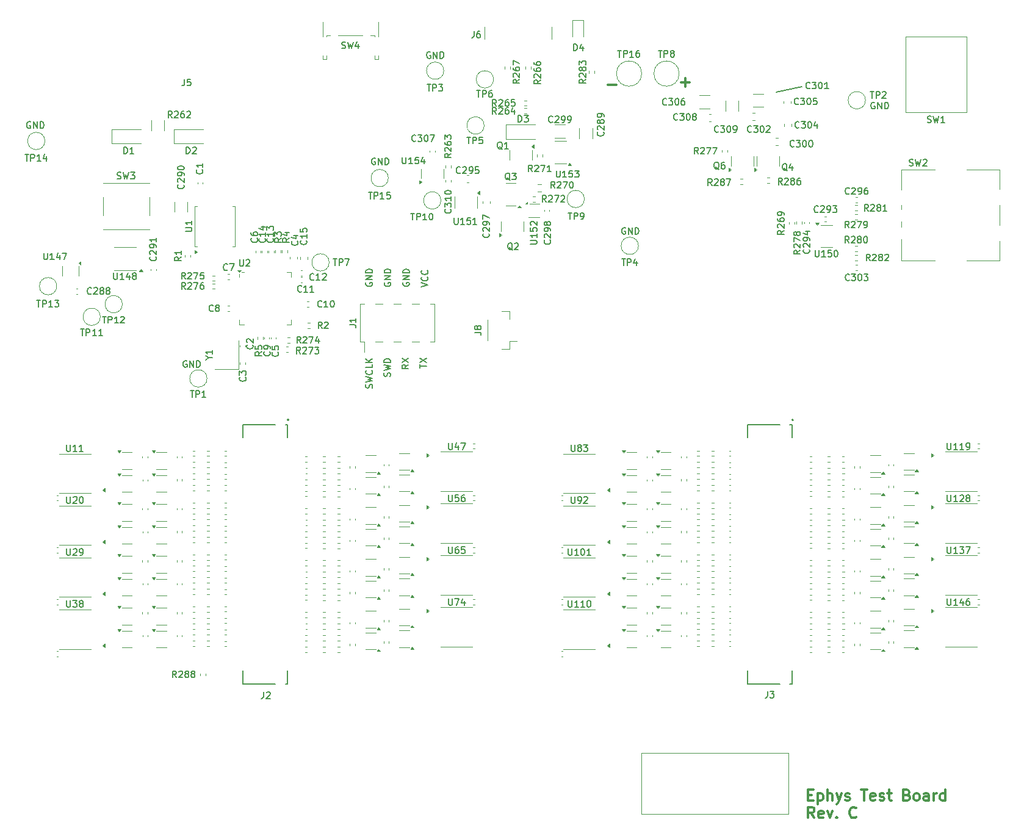
<source format=gbr>
%TF.GenerationSoftware,KiCad,Pcbnew,9.0.0*%
%TF.CreationDate,2025-04-07T12:14:47-04:00*%
%TF.ProjectId,ephys-test-board,65706879-732d-4746-9573-742d626f6172,C*%
%TF.SameCoordinates,Original*%
%TF.FileFunction,Legend,Top*%
%TF.FilePolarity,Positive*%
%FSLAX46Y46*%
G04 Gerber Fmt 4.6, Leading zero omitted, Abs format (unit mm)*
G04 Created by KiCad (PCBNEW 9.0.0) date 2025-04-07 12:14:47*
%MOMM*%
%LPD*%
G01*
G04 APERTURE LIST*
%ADD10C,0.150000*%
%ADD11C,0.300000*%
%ADD12C,0.120000*%
%ADD13C,0.200000*%
%ADD14C,0.100000*%
G04 APERTURE END LIST*
D10*
X239350000Y-66150000D02*
X235800000Y-66900000D01*
X154034398Y-104174914D02*
X153948684Y-104132057D01*
X153948684Y-104132057D02*
X153820112Y-104132057D01*
X153820112Y-104132057D02*
X153691541Y-104174914D01*
X153691541Y-104174914D02*
X153605826Y-104260628D01*
X153605826Y-104260628D02*
X153562969Y-104346342D01*
X153562969Y-104346342D02*
X153520112Y-104517771D01*
X153520112Y-104517771D02*
X153520112Y-104646342D01*
X153520112Y-104646342D02*
X153562969Y-104817771D01*
X153562969Y-104817771D02*
X153605826Y-104903485D01*
X153605826Y-104903485D02*
X153691541Y-104989200D01*
X153691541Y-104989200D02*
X153820112Y-105032057D01*
X153820112Y-105032057D02*
X153905826Y-105032057D01*
X153905826Y-105032057D02*
X154034398Y-104989200D01*
X154034398Y-104989200D02*
X154077255Y-104946342D01*
X154077255Y-104946342D02*
X154077255Y-104646342D01*
X154077255Y-104646342D02*
X153905826Y-104646342D01*
X154462969Y-105032057D02*
X154462969Y-104132057D01*
X154462969Y-104132057D02*
X154977255Y-105032057D01*
X154977255Y-105032057D02*
X154977255Y-104132057D01*
X155405826Y-105032057D02*
X155405826Y-104132057D01*
X155405826Y-104132057D02*
X155620112Y-104132057D01*
X155620112Y-104132057D02*
X155748683Y-104174914D01*
X155748683Y-104174914D02*
X155834398Y-104260628D01*
X155834398Y-104260628D02*
X155877255Y-104346342D01*
X155877255Y-104346342D02*
X155920112Y-104517771D01*
X155920112Y-104517771D02*
X155920112Y-104646342D01*
X155920112Y-104646342D02*
X155877255Y-104817771D01*
X155877255Y-104817771D02*
X155834398Y-104903485D01*
X155834398Y-104903485D02*
X155748683Y-104989200D01*
X155748683Y-104989200D02*
X155620112Y-105032057D01*
X155620112Y-105032057D02*
X155405826Y-105032057D01*
X180184398Y-76074914D02*
X180098684Y-76032057D01*
X180098684Y-76032057D02*
X179970112Y-76032057D01*
X179970112Y-76032057D02*
X179841541Y-76074914D01*
X179841541Y-76074914D02*
X179755826Y-76160628D01*
X179755826Y-76160628D02*
X179712969Y-76246342D01*
X179712969Y-76246342D02*
X179670112Y-76417771D01*
X179670112Y-76417771D02*
X179670112Y-76546342D01*
X179670112Y-76546342D02*
X179712969Y-76717771D01*
X179712969Y-76717771D02*
X179755826Y-76803485D01*
X179755826Y-76803485D02*
X179841541Y-76889200D01*
X179841541Y-76889200D02*
X179970112Y-76932057D01*
X179970112Y-76932057D02*
X180055826Y-76932057D01*
X180055826Y-76932057D02*
X180184398Y-76889200D01*
X180184398Y-76889200D02*
X180227255Y-76846342D01*
X180227255Y-76846342D02*
X180227255Y-76546342D01*
X180227255Y-76546342D02*
X180055826Y-76546342D01*
X180612969Y-76932057D02*
X180612969Y-76032057D01*
X180612969Y-76032057D02*
X181127255Y-76932057D01*
X181127255Y-76932057D02*
X181127255Y-76032057D01*
X181555826Y-76932057D02*
X181555826Y-76032057D01*
X181555826Y-76032057D02*
X181770112Y-76032057D01*
X181770112Y-76032057D02*
X181898683Y-76074914D01*
X181898683Y-76074914D02*
X181984398Y-76160628D01*
X181984398Y-76160628D02*
X182027255Y-76246342D01*
X182027255Y-76246342D02*
X182070112Y-76417771D01*
X182070112Y-76417771D02*
X182070112Y-76546342D01*
X182070112Y-76546342D02*
X182027255Y-76717771D01*
X182027255Y-76717771D02*
X181984398Y-76803485D01*
X181984398Y-76803485D02*
X181898683Y-76889200D01*
X181898683Y-76889200D02*
X181770112Y-76932057D01*
X181770112Y-76932057D02*
X181555826Y-76932057D01*
X187834398Y-61324914D02*
X187748684Y-61282057D01*
X187748684Y-61282057D02*
X187620112Y-61282057D01*
X187620112Y-61282057D02*
X187491541Y-61324914D01*
X187491541Y-61324914D02*
X187405826Y-61410628D01*
X187405826Y-61410628D02*
X187362969Y-61496342D01*
X187362969Y-61496342D02*
X187320112Y-61667771D01*
X187320112Y-61667771D02*
X187320112Y-61796342D01*
X187320112Y-61796342D02*
X187362969Y-61967771D01*
X187362969Y-61967771D02*
X187405826Y-62053485D01*
X187405826Y-62053485D02*
X187491541Y-62139200D01*
X187491541Y-62139200D02*
X187620112Y-62182057D01*
X187620112Y-62182057D02*
X187705826Y-62182057D01*
X187705826Y-62182057D02*
X187834398Y-62139200D01*
X187834398Y-62139200D02*
X187877255Y-62096342D01*
X187877255Y-62096342D02*
X187877255Y-61796342D01*
X187877255Y-61796342D02*
X187705826Y-61796342D01*
X188262969Y-62182057D02*
X188262969Y-61282057D01*
X188262969Y-61282057D02*
X188777255Y-62182057D01*
X188777255Y-62182057D02*
X188777255Y-61282057D01*
X189205826Y-62182057D02*
X189205826Y-61282057D01*
X189205826Y-61282057D02*
X189420112Y-61282057D01*
X189420112Y-61282057D02*
X189548683Y-61324914D01*
X189548683Y-61324914D02*
X189634398Y-61410628D01*
X189634398Y-61410628D02*
X189677255Y-61496342D01*
X189677255Y-61496342D02*
X189720112Y-61667771D01*
X189720112Y-61667771D02*
X189720112Y-61796342D01*
X189720112Y-61796342D02*
X189677255Y-61967771D01*
X189677255Y-61967771D02*
X189634398Y-62053485D01*
X189634398Y-62053485D02*
X189548683Y-62139200D01*
X189548683Y-62139200D02*
X189420112Y-62182057D01*
X189420112Y-62182057D02*
X189205826Y-62182057D01*
X178924914Y-93315601D02*
X178882057Y-93401316D01*
X178882057Y-93401316D02*
X178882057Y-93529887D01*
X178882057Y-93529887D02*
X178924914Y-93658458D01*
X178924914Y-93658458D02*
X179010628Y-93744173D01*
X179010628Y-93744173D02*
X179096342Y-93787030D01*
X179096342Y-93787030D02*
X179267771Y-93829887D01*
X179267771Y-93829887D02*
X179396342Y-93829887D01*
X179396342Y-93829887D02*
X179567771Y-93787030D01*
X179567771Y-93787030D02*
X179653485Y-93744173D01*
X179653485Y-93744173D02*
X179739200Y-93658458D01*
X179739200Y-93658458D02*
X179782057Y-93529887D01*
X179782057Y-93529887D02*
X179782057Y-93444173D01*
X179782057Y-93444173D02*
X179739200Y-93315601D01*
X179739200Y-93315601D02*
X179696342Y-93272744D01*
X179696342Y-93272744D02*
X179396342Y-93272744D01*
X179396342Y-93272744D02*
X179396342Y-93444173D01*
X179782057Y-92887030D02*
X178882057Y-92887030D01*
X178882057Y-92887030D02*
X179782057Y-92372744D01*
X179782057Y-92372744D02*
X178882057Y-92372744D01*
X179782057Y-91944173D02*
X178882057Y-91944173D01*
X178882057Y-91944173D02*
X178882057Y-91729887D01*
X178882057Y-91729887D02*
X178924914Y-91601316D01*
X178924914Y-91601316D02*
X179010628Y-91515601D01*
X179010628Y-91515601D02*
X179096342Y-91472744D01*
X179096342Y-91472744D02*
X179267771Y-91429887D01*
X179267771Y-91429887D02*
X179396342Y-91429887D01*
X179396342Y-91429887D02*
X179567771Y-91472744D01*
X179567771Y-91472744D02*
X179653485Y-91515601D01*
X179653485Y-91515601D02*
X179739200Y-91601316D01*
X179739200Y-91601316D02*
X179782057Y-91729887D01*
X179782057Y-91729887D02*
X179782057Y-91944173D01*
X184058247Y-93315601D02*
X184015390Y-93401316D01*
X184015390Y-93401316D02*
X184015390Y-93529887D01*
X184015390Y-93529887D02*
X184058247Y-93658458D01*
X184058247Y-93658458D02*
X184143961Y-93744173D01*
X184143961Y-93744173D02*
X184229675Y-93787030D01*
X184229675Y-93787030D02*
X184401104Y-93829887D01*
X184401104Y-93829887D02*
X184529675Y-93829887D01*
X184529675Y-93829887D02*
X184701104Y-93787030D01*
X184701104Y-93787030D02*
X184786818Y-93744173D01*
X184786818Y-93744173D02*
X184872533Y-93658458D01*
X184872533Y-93658458D02*
X184915390Y-93529887D01*
X184915390Y-93529887D02*
X184915390Y-93444173D01*
X184915390Y-93444173D02*
X184872533Y-93315601D01*
X184872533Y-93315601D02*
X184829675Y-93272744D01*
X184829675Y-93272744D02*
X184529675Y-93272744D01*
X184529675Y-93272744D02*
X184529675Y-93444173D01*
X184915390Y-92887030D02*
X184015390Y-92887030D01*
X184015390Y-92887030D02*
X184915390Y-92372744D01*
X184915390Y-92372744D02*
X184015390Y-92372744D01*
X184915390Y-91944173D02*
X184015390Y-91944173D01*
X184015390Y-91944173D02*
X184015390Y-91729887D01*
X184015390Y-91729887D02*
X184058247Y-91601316D01*
X184058247Y-91601316D02*
X184143961Y-91515601D01*
X184143961Y-91515601D02*
X184229675Y-91472744D01*
X184229675Y-91472744D02*
X184401104Y-91429887D01*
X184401104Y-91429887D02*
X184529675Y-91429887D01*
X184529675Y-91429887D02*
X184701104Y-91472744D01*
X184701104Y-91472744D02*
X184786818Y-91515601D01*
X184786818Y-91515601D02*
X184872533Y-91601316D01*
X184872533Y-91601316D02*
X184915390Y-91729887D01*
X184915390Y-91729887D02*
X184915390Y-91944173D01*
X184782057Y-104715602D02*
X184353485Y-105015602D01*
X184782057Y-105229888D02*
X183882057Y-105229888D01*
X183882057Y-105229888D02*
X183882057Y-104887031D01*
X183882057Y-104887031D02*
X183924914Y-104801316D01*
X183924914Y-104801316D02*
X183967771Y-104758459D01*
X183967771Y-104758459D02*
X184053485Y-104715602D01*
X184053485Y-104715602D02*
X184182057Y-104715602D01*
X184182057Y-104715602D02*
X184267771Y-104758459D01*
X184267771Y-104758459D02*
X184310628Y-104801316D01*
X184310628Y-104801316D02*
X184353485Y-104887031D01*
X184353485Y-104887031D02*
X184353485Y-105229888D01*
X183882057Y-104415602D02*
X184782057Y-103815602D01*
X183882057Y-103815602D02*
X184782057Y-104415602D01*
X214884398Y-85724914D02*
X214798684Y-85682057D01*
X214798684Y-85682057D02*
X214670112Y-85682057D01*
X214670112Y-85682057D02*
X214541541Y-85724914D01*
X214541541Y-85724914D02*
X214455826Y-85810628D01*
X214455826Y-85810628D02*
X214412969Y-85896342D01*
X214412969Y-85896342D02*
X214370112Y-86067771D01*
X214370112Y-86067771D02*
X214370112Y-86196342D01*
X214370112Y-86196342D02*
X214412969Y-86367771D01*
X214412969Y-86367771D02*
X214455826Y-86453485D01*
X214455826Y-86453485D02*
X214541541Y-86539200D01*
X214541541Y-86539200D02*
X214670112Y-86582057D01*
X214670112Y-86582057D02*
X214755826Y-86582057D01*
X214755826Y-86582057D02*
X214884398Y-86539200D01*
X214884398Y-86539200D02*
X214927255Y-86496342D01*
X214927255Y-86496342D02*
X214927255Y-86196342D01*
X214927255Y-86196342D02*
X214755826Y-86196342D01*
X215312969Y-86582057D02*
X215312969Y-85682057D01*
X215312969Y-85682057D02*
X215827255Y-86582057D01*
X215827255Y-86582057D02*
X215827255Y-85682057D01*
X216255826Y-86582057D02*
X216255826Y-85682057D01*
X216255826Y-85682057D02*
X216470112Y-85682057D01*
X216470112Y-85682057D02*
X216598683Y-85724914D01*
X216598683Y-85724914D02*
X216684398Y-85810628D01*
X216684398Y-85810628D02*
X216727255Y-85896342D01*
X216727255Y-85896342D02*
X216770112Y-86067771D01*
X216770112Y-86067771D02*
X216770112Y-86196342D01*
X216770112Y-86196342D02*
X216727255Y-86367771D01*
X216727255Y-86367771D02*
X216684398Y-86453485D01*
X216684398Y-86453485D02*
X216598683Y-86539200D01*
X216598683Y-86539200D02*
X216470112Y-86582057D01*
X216470112Y-86582057D02*
X216255826Y-86582057D01*
X179739200Y-107929887D02*
X179782057Y-107801316D01*
X179782057Y-107801316D02*
X179782057Y-107587030D01*
X179782057Y-107587030D02*
X179739200Y-107501316D01*
X179739200Y-107501316D02*
X179696342Y-107458458D01*
X179696342Y-107458458D02*
X179610628Y-107415601D01*
X179610628Y-107415601D02*
X179524914Y-107415601D01*
X179524914Y-107415601D02*
X179439200Y-107458458D01*
X179439200Y-107458458D02*
X179396342Y-107501316D01*
X179396342Y-107501316D02*
X179353485Y-107587030D01*
X179353485Y-107587030D02*
X179310628Y-107758458D01*
X179310628Y-107758458D02*
X179267771Y-107844173D01*
X179267771Y-107844173D02*
X179224914Y-107887030D01*
X179224914Y-107887030D02*
X179139200Y-107929887D01*
X179139200Y-107929887D02*
X179053485Y-107929887D01*
X179053485Y-107929887D02*
X178967771Y-107887030D01*
X178967771Y-107887030D02*
X178924914Y-107844173D01*
X178924914Y-107844173D02*
X178882057Y-107758458D01*
X178882057Y-107758458D02*
X178882057Y-107544173D01*
X178882057Y-107544173D02*
X178924914Y-107415601D01*
X178882057Y-107115601D02*
X179782057Y-106901315D01*
X179782057Y-106901315D02*
X179139200Y-106729887D01*
X179139200Y-106729887D02*
X179782057Y-106558458D01*
X179782057Y-106558458D02*
X178882057Y-106344173D01*
X179696342Y-105487030D02*
X179739200Y-105529887D01*
X179739200Y-105529887D02*
X179782057Y-105658459D01*
X179782057Y-105658459D02*
X179782057Y-105744173D01*
X179782057Y-105744173D02*
X179739200Y-105872744D01*
X179739200Y-105872744D02*
X179653485Y-105958459D01*
X179653485Y-105958459D02*
X179567771Y-106001316D01*
X179567771Y-106001316D02*
X179396342Y-106044173D01*
X179396342Y-106044173D02*
X179267771Y-106044173D01*
X179267771Y-106044173D02*
X179096342Y-106001316D01*
X179096342Y-106001316D02*
X179010628Y-105958459D01*
X179010628Y-105958459D02*
X178924914Y-105872744D01*
X178924914Y-105872744D02*
X178882057Y-105744173D01*
X178882057Y-105744173D02*
X178882057Y-105658459D01*
X178882057Y-105658459D02*
X178924914Y-105529887D01*
X178924914Y-105529887D02*
X178967771Y-105487030D01*
X179782057Y-104672744D02*
X179782057Y-105101316D01*
X179782057Y-105101316D02*
X178882057Y-105101316D01*
X179782057Y-104372745D02*
X178882057Y-104372745D01*
X179782057Y-103858459D02*
X179267771Y-104244173D01*
X178882057Y-103858459D02*
X179396342Y-104372745D01*
X249484398Y-68324914D02*
X249398684Y-68282057D01*
X249398684Y-68282057D02*
X249270112Y-68282057D01*
X249270112Y-68282057D02*
X249141541Y-68324914D01*
X249141541Y-68324914D02*
X249055826Y-68410628D01*
X249055826Y-68410628D02*
X249012969Y-68496342D01*
X249012969Y-68496342D02*
X248970112Y-68667771D01*
X248970112Y-68667771D02*
X248970112Y-68796342D01*
X248970112Y-68796342D02*
X249012969Y-68967771D01*
X249012969Y-68967771D02*
X249055826Y-69053485D01*
X249055826Y-69053485D02*
X249141541Y-69139200D01*
X249141541Y-69139200D02*
X249270112Y-69182057D01*
X249270112Y-69182057D02*
X249355826Y-69182057D01*
X249355826Y-69182057D02*
X249484398Y-69139200D01*
X249484398Y-69139200D02*
X249527255Y-69096342D01*
X249527255Y-69096342D02*
X249527255Y-68796342D01*
X249527255Y-68796342D02*
X249355826Y-68796342D01*
X249912969Y-69182057D02*
X249912969Y-68282057D01*
X249912969Y-68282057D02*
X250427255Y-69182057D01*
X250427255Y-69182057D02*
X250427255Y-68282057D01*
X250855826Y-69182057D02*
X250855826Y-68282057D01*
X250855826Y-68282057D02*
X251070112Y-68282057D01*
X251070112Y-68282057D02*
X251198683Y-68324914D01*
X251198683Y-68324914D02*
X251284398Y-68410628D01*
X251284398Y-68410628D02*
X251327255Y-68496342D01*
X251327255Y-68496342D02*
X251370112Y-68667771D01*
X251370112Y-68667771D02*
X251370112Y-68796342D01*
X251370112Y-68796342D02*
X251327255Y-68967771D01*
X251327255Y-68967771D02*
X251284398Y-69053485D01*
X251284398Y-69053485D02*
X251198683Y-69139200D01*
X251198683Y-69139200D02*
X251070112Y-69182057D01*
X251070112Y-69182057D02*
X250855826Y-69182057D01*
D11*
X212454510Y-65829400D02*
X213597368Y-65829400D01*
D10*
X186382057Y-105144173D02*
X186382057Y-104629888D01*
X187282057Y-104887030D02*
X186382057Y-104887030D01*
X186382057Y-104415602D02*
X187282057Y-103815602D01*
X186382057Y-103815602D02*
X187282057Y-104415602D01*
X182239200Y-106301316D02*
X182282057Y-106172745D01*
X182282057Y-106172745D02*
X182282057Y-105958459D01*
X182282057Y-105958459D02*
X182239200Y-105872745D01*
X182239200Y-105872745D02*
X182196342Y-105829887D01*
X182196342Y-105829887D02*
X182110628Y-105787030D01*
X182110628Y-105787030D02*
X182024914Y-105787030D01*
X182024914Y-105787030D02*
X181939200Y-105829887D01*
X181939200Y-105829887D02*
X181896342Y-105872745D01*
X181896342Y-105872745D02*
X181853485Y-105958459D01*
X181853485Y-105958459D02*
X181810628Y-106129887D01*
X181810628Y-106129887D02*
X181767771Y-106215602D01*
X181767771Y-106215602D02*
X181724914Y-106258459D01*
X181724914Y-106258459D02*
X181639200Y-106301316D01*
X181639200Y-106301316D02*
X181553485Y-106301316D01*
X181553485Y-106301316D02*
X181467771Y-106258459D01*
X181467771Y-106258459D02*
X181424914Y-106215602D01*
X181424914Y-106215602D02*
X181382057Y-106129887D01*
X181382057Y-106129887D02*
X181382057Y-105915602D01*
X181382057Y-105915602D02*
X181424914Y-105787030D01*
X181382057Y-105487030D02*
X182282057Y-105272744D01*
X182282057Y-105272744D02*
X181639200Y-105101316D01*
X181639200Y-105101316D02*
X182282057Y-104929887D01*
X182282057Y-104929887D02*
X181382057Y-104715602D01*
X182282057Y-104372745D02*
X181382057Y-104372745D01*
X181382057Y-104372745D02*
X181382057Y-104158459D01*
X181382057Y-104158459D02*
X181424914Y-104029888D01*
X181424914Y-104029888D02*
X181510628Y-103944173D01*
X181510628Y-103944173D02*
X181596342Y-103901316D01*
X181596342Y-103901316D02*
X181767771Y-103858459D01*
X181767771Y-103858459D02*
X181896342Y-103858459D01*
X181896342Y-103858459D02*
X182067771Y-103901316D01*
X182067771Y-103901316D02*
X182153485Y-103944173D01*
X182153485Y-103944173D02*
X182239200Y-104029888D01*
X182239200Y-104029888D02*
X182282057Y-104158459D01*
X182282057Y-104158459D02*
X182282057Y-104372745D01*
X186582057Y-93915601D02*
X187482057Y-93615601D01*
X187482057Y-93615601D02*
X186582057Y-93315601D01*
X187396342Y-92501315D02*
X187439200Y-92544172D01*
X187439200Y-92544172D02*
X187482057Y-92672744D01*
X187482057Y-92672744D02*
X187482057Y-92758458D01*
X187482057Y-92758458D02*
X187439200Y-92887029D01*
X187439200Y-92887029D02*
X187353485Y-92972744D01*
X187353485Y-92972744D02*
X187267771Y-93015601D01*
X187267771Y-93015601D02*
X187096342Y-93058458D01*
X187096342Y-93058458D02*
X186967771Y-93058458D01*
X186967771Y-93058458D02*
X186796342Y-93015601D01*
X186796342Y-93015601D02*
X186710628Y-92972744D01*
X186710628Y-92972744D02*
X186624914Y-92887029D01*
X186624914Y-92887029D02*
X186582057Y-92758458D01*
X186582057Y-92758458D02*
X186582057Y-92672744D01*
X186582057Y-92672744D02*
X186624914Y-92544172D01*
X186624914Y-92544172D02*
X186667771Y-92501315D01*
X187396342Y-91601315D02*
X187439200Y-91644172D01*
X187439200Y-91644172D02*
X187482057Y-91772744D01*
X187482057Y-91772744D02*
X187482057Y-91858458D01*
X187482057Y-91858458D02*
X187439200Y-91987029D01*
X187439200Y-91987029D02*
X187353485Y-92072744D01*
X187353485Y-92072744D02*
X187267771Y-92115601D01*
X187267771Y-92115601D02*
X187096342Y-92158458D01*
X187096342Y-92158458D02*
X186967771Y-92158458D01*
X186967771Y-92158458D02*
X186796342Y-92115601D01*
X186796342Y-92115601D02*
X186710628Y-92072744D01*
X186710628Y-92072744D02*
X186624914Y-91987029D01*
X186624914Y-91987029D02*
X186582057Y-91858458D01*
X186582057Y-91858458D02*
X186582057Y-91772744D01*
X186582057Y-91772744D02*
X186624914Y-91644172D01*
X186624914Y-91644172D02*
X186667771Y-91601315D01*
X181491581Y-93315601D02*
X181448724Y-93401316D01*
X181448724Y-93401316D02*
X181448724Y-93529887D01*
X181448724Y-93529887D02*
X181491581Y-93658458D01*
X181491581Y-93658458D02*
X181577295Y-93744173D01*
X181577295Y-93744173D02*
X181663009Y-93787030D01*
X181663009Y-93787030D02*
X181834438Y-93829887D01*
X181834438Y-93829887D02*
X181963009Y-93829887D01*
X181963009Y-93829887D02*
X182134438Y-93787030D01*
X182134438Y-93787030D02*
X182220152Y-93744173D01*
X182220152Y-93744173D02*
X182305867Y-93658458D01*
X182305867Y-93658458D02*
X182348724Y-93529887D01*
X182348724Y-93529887D02*
X182348724Y-93444173D01*
X182348724Y-93444173D02*
X182305867Y-93315601D01*
X182305867Y-93315601D02*
X182263009Y-93272744D01*
X182263009Y-93272744D02*
X181963009Y-93272744D01*
X181963009Y-93272744D02*
X181963009Y-93444173D01*
X182348724Y-92887030D02*
X181448724Y-92887030D01*
X181448724Y-92887030D02*
X182348724Y-92372744D01*
X182348724Y-92372744D02*
X181448724Y-92372744D01*
X182348724Y-91944173D02*
X181448724Y-91944173D01*
X181448724Y-91944173D02*
X181448724Y-91729887D01*
X181448724Y-91729887D02*
X181491581Y-91601316D01*
X181491581Y-91601316D02*
X181577295Y-91515601D01*
X181577295Y-91515601D02*
X181663009Y-91472744D01*
X181663009Y-91472744D02*
X181834438Y-91429887D01*
X181834438Y-91429887D02*
X181963009Y-91429887D01*
X181963009Y-91429887D02*
X182134438Y-91472744D01*
X182134438Y-91472744D02*
X182220152Y-91515601D01*
X182220152Y-91515601D02*
X182305867Y-91601316D01*
X182305867Y-91601316D02*
X182348724Y-91729887D01*
X182348724Y-91729887D02*
X182348724Y-91944173D01*
D11*
X240254510Y-164385156D02*
X240754510Y-164385156D01*
X240968796Y-165170870D02*
X240254510Y-165170870D01*
X240254510Y-165170870D02*
X240254510Y-163670870D01*
X240254510Y-163670870D02*
X240968796Y-163670870D01*
X241611653Y-164170870D02*
X241611653Y-165670870D01*
X241611653Y-164242299D02*
X241754511Y-164170870D01*
X241754511Y-164170870D02*
X242040225Y-164170870D01*
X242040225Y-164170870D02*
X242183082Y-164242299D01*
X242183082Y-164242299D02*
X242254511Y-164313727D01*
X242254511Y-164313727D02*
X242325939Y-164456584D01*
X242325939Y-164456584D02*
X242325939Y-164885156D01*
X242325939Y-164885156D02*
X242254511Y-165028013D01*
X242254511Y-165028013D02*
X242183082Y-165099442D01*
X242183082Y-165099442D02*
X242040225Y-165170870D01*
X242040225Y-165170870D02*
X241754511Y-165170870D01*
X241754511Y-165170870D02*
X241611653Y-165099442D01*
X242968796Y-165170870D02*
X242968796Y-163670870D01*
X243611654Y-165170870D02*
X243611654Y-164385156D01*
X243611654Y-164385156D02*
X243540225Y-164242299D01*
X243540225Y-164242299D02*
X243397368Y-164170870D01*
X243397368Y-164170870D02*
X243183082Y-164170870D01*
X243183082Y-164170870D02*
X243040225Y-164242299D01*
X243040225Y-164242299D02*
X242968796Y-164313727D01*
X244183082Y-164170870D02*
X244540225Y-165170870D01*
X244897368Y-164170870D02*
X244540225Y-165170870D01*
X244540225Y-165170870D02*
X244397368Y-165528013D01*
X244397368Y-165528013D02*
X244325939Y-165599442D01*
X244325939Y-165599442D02*
X244183082Y-165670870D01*
X245397368Y-165099442D02*
X245540225Y-165170870D01*
X245540225Y-165170870D02*
X245825939Y-165170870D01*
X245825939Y-165170870D02*
X245968796Y-165099442D01*
X245968796Y-165099442D02*
X246040225Y-164956584D01*
X246040225Y-164956584D02*
X246040225Y-164885156D01*
X246040225Y-164885156D02*
X245968796Y-164742299D01*
X245968796Y-164742299D02*
X245825939Y-164670870D01*
X245825939Y-164670870D02*
X245611654Y-164670870D01*
X245611654Y-164670870D02*
X245468796Y-164599442D01*
X245468796Y-164599442D02*
X245397368Y-164456584D01*
X245397368Y-164456584D02*
X245397368Y-164385156D01*
X245397368Y-164385156D02*
X245468796Y-164242299D01*
X245468796Y-164242299D02*
X245611654Y-164170870D01*
X245611654Y-164170870D02*
X245825939Y-164170870D01*
X245825939Y-164170870D02*
X245968796Y-164242299D01*
X247611654Y-163670870D02*
X248468797Y-163670870D01*
X248040225Y-165170870D02*
X248040225Y-163670870D01*
X249540225Y-165099442D02*
X249397368Y-165170870D01*
X249397368Y-165170870D02*
X249111654Y-165170870D01*
X249111654Y-165170870D02*
X248968796Y-165099442D01*
X248968796Y-165099442D02*
X248897368Y-164956584D01*
X248897368Y-164956584D02*
X248897368Y-164385156D01*
X248897368Y-164385156D02*
X248968796Y-164242299D01*
X248968796Y-164242299D02*
X249111654Y-164170870D01*
X249111654Y-164170870D02*
X249397368Y-164170870D01*
X249397368Y-164170870D02*
X249540225Y-164242299D01*
X249540225Y-164242299D02*
X249611654Y-164385156D01*
X249611654Y-164385156D02*
X249611654Y-164528013D01*
X249611654Y-164528013D02*
X248897368Y-164670870D01*
X250183082Y-165099442D02*
X250325939Y-165170870D01*
X250325939Y-165170870D02*
X250611653Y-165170870D01*
X250611653Y-165170870D02*
X250754510Y-165099442D01*
X250754510Y-165099442D02*
X250825939Y-164956584D01*
X250825939Y-164956584D02*
X250825939Y-164885156D01*
X250825939Y-164885156D02*
X250754510Y-164742299D01*
X250754510Y-164742299D02*
X250611653Y-164670870D01*
X250611653Y-164670870D02*
X250397368Y-164670870D01*
X250397368Y-164670870D02*
X250254510Y-164599442D01*
X250254510Y-164599442D02*
X250183082Y-164456584D01*
X250183082Y-164456584D02*
X250183082Y-164385156D01*
X250183082Y-164385156D02*
X250254510Y-164242299D01*
X250254510Y-164242299D02*
X250397368Y-164170870D01*
X250397368Y-164170870D02*
X250611653Y-164170870D01*
X250611653Y-164170870D02*
X250754510Y-164242299D01*
X251254511Y-164170870D02*
X251825939Y-164170870D01*
X251468796Y-163670870D02*
X251468796Y-164956584D01*
X251468796Y-164956584D02*
X251540225Y-165099442D01*
X251540225Y-165099442D02*
X251683082Y-165170870D01*
X251683082Y-165170870D02*
X251825939Y-165170870D01*
X253968796Y-164385156D02*
X254183082Y-164456584D01*
X254183082Y-164456584D02*
X254254511Y-164528013D01*
X254254511Y-164528013D02*
X254325939Y-164670870D01*
X254325939Y-164670870D02*
X254325939Y-164885156D01*
X254325939Y-164885156D02*
X254254511Y-165028013D01*
X254254511Y-165028013D02*
X254183082Y-165099442D01*
X254183082Y-165099442D02*
X254040225Y-165170870D01*
X254040225Y-165170870D02*
X253468796Y-165170870D01*
X253468796Y-165170870D02*
X253468796Y-163670870D01*
X253468796Y-163670870D02*
X253968796Y-163670870D01*
X253968796Y-163670870D02*
X254111654Y-163742299D01*
X254111654Y-163742299D02*
X254183082Y-163813727D01*
X254183082Y-163813727D02*
X254254511Y-163956584D01*
X254254511Y-163956584D02*
X254254511Y-164099442D01*
X254254511Y-164099442D02*
X254183082Y-164242299D01*
X254183082Y-164242299D02*
X254111654Y-164313727D01*
X254111654Y-164313727D02*
X253968796Y-164385156D01*
X253968796Y-164385156D02*
X253468796Y-164385156D01*
X255183082Y-165170870D02*
X255040225Y-165099442D01*
X255040225Y-165099442D02*
X254968796Y-165028013D01*
X254968796Y-165028013D02*
X254897368Y-164885156D01*
X254897368Y-164885156D02*
X254897368Y-164456584D01*
X254897368Y-164456584D02*
X254968796Y-164313727D01*
X254968796Y-164313727D02*
X255040225Y-164242299D01*
X255040225Y-164242299D02*
X255183082Y-164170870D01*
X255183082Y-164170870D02*
X255397368Y-164170870D01*
X255397368Y-164170870D02*
X255540225Y-164242299D01*
X255540225Y-164242299D02*
X255611654Y-164313727D01*
X255611654Y-164313727D02*
X255683082Y-164456584D01*
X255683082Y-164456584D02*
X255683082Y-164885156D01*
X255683082Y-164885156D02*
X255611654Y-165028013D01*
X255611654Y-165028013D02*
X255540225Y-165099442D01*
X255540225Y-165099442D02*
X255397368Y-165170870D01*
X255397368Y-165170870D02*
X255183082Y-165170870D01*
X256968797Y-165170870D02*
X256968797Y-164385156D01*
X256968797Y-164385156D02*
X256897368Y-164242299D01*
X256897368Y-164242299D02*
X256754511Y-164170870D01*
X256754511Y-164170870D02*
X256468797Y-164170870D01*
X256468797Y-164170870D02*
X256325939Y-164242299D01*
X256968797Y-165099442D02*
X256825939Y-165170870D01*
X256825939Y-165170870D02*
X256468797Y-165170870D01*
X256468797Y-165170870D02*
X256325939Y-165099442D01*
X256325939Y-165099442D02*
X256254511Y-164956584D01*
X256254511Y-164956584D02*
X256254511Y-164813727D01*
X256254511Y-164813727D02*
X256325939Y-164670870D01*
X256325939Y-164670870D02*
X256468797Y-164599442D01*
X256468797Y-164599442D02*
X256825939Y-164599442D01*
X256825939Y-164599442D02*
X256968797Y-164528013D01*
X257683082Y-165170870D02*
X257683082Y-164170870D01*
X257683082Y-164456584D02*
X257754511Y-164313727D01*
X257754511Y-164313727D02*
X257825940Y-164242299D01*
X257825940Y-164242299D02*
X257968797Y-164170870D01*
X257968797Y-164170870D02*
X258111654Y-164170870D01*
X259254511Y-165170870D02*
X259254511Y-163670870D01*
X259254511Y-165099442D02*
X259111653Y-165170870D01*
X259111653Y-165170870D02*
X258825939Y-165170870D01*
X258825939Y-165170870D02*
X258683082Y-165099442D01*
X258683082Y-165099442D02*
X258611653Y-165028013D01*
X258611653Y-165028013D02*
X258540225Y-164885156D01*
X258540225Y-164885156D02*
X258540225Y-164456584D01*
X258540225Y-164456584D02*
X258611653Y-164313727D01*
X258611653Y-164313727D02*
X258683082Y-164242299D01*
X258683082Y-164242299D02*
X258825939Y-164170870D01*
X258825939Y-164170870D02*
X259111653Y-164170870D01*
X259111653Y-164170870D02*
X259254511Y-164242299D01*
X241111653Y-167585786D02*
X240611653Y-166871500D01*
X240254510Y-167585786D02*
X240254510Y-166085786D01*
X240254510Y-166085786D02*
X240825939Y-166085786D01*
X240825939Y-166085786D02*
X240968796Y-166157215D01*
X240968796Y-166157215D02*
X241040225Y-166228643D01*
X241040225Y-166228643D02*
X241111653Y-166371500D01*
X241111653Y-166371500D02*
X241111653Y-166585786D01*
X241111653Y-166585786D02*
X241040225Y-166728643D01*
X241040225Y-166728643D02*
X240968796Y-166800072D01*
X240968796Y-166800072D02*
X240825939Y-166871500D01*
X240825939Y-166871500D02*
X240254510Y-166871500D01*
X242325939Y-167514358D02*
X242183082Y-167585786D01*
X242183082Y-167585786D02*
X241897368Y-167585786D01*
X241897368Y-167585786D02*
X241754510Y-167514358D01*
X241754510Y-167514358D02*
X241683082Y-167371500D01*
X241683082Y-167371500D02*
X241683082Y-166800072D01*
X241683082Y-166800072D02*
X241754510Y-166657215D01*
X241754510Y-166657215D02*
X241897368Y-166585786D01*
X241897368Y-166585786D02*
X242183082Y-166585786D01*
X242183082Y-166585786D02*
X242325939Y-166657215D01*
X242325939Y-166657215D02*
X242397368Y-166800072D01*
X242397368Y-166800072D02*
X242397368Y-166942929D01*
X242397368Y-166942929D02*
X241683082Y-167085786D01*
X242897367Y-166585786D02*
X243254510Y-167585786D01*
X243254510Y-167585786D02*
X243611653Y-166585786D01*
X244183081Y-167442929D02*
X244254510Y-167514358D01*
X244254510Y-167514358D02*
X244183081Y-167585786D01*
X244183081Y-167585786D02*
X244111653Y-167514358D01*
X244111653Y-167514358D02*
X244183081Y-167442929D01*
X244183081Y-167442929D02*
X244183081Y-167585786D01*
X246897367Y-167442929D02*
X246825939Y-167514358D01*
X246825939Y-167514358D02*
X246611653Y-167585786D01*
X246611653Y-167585786D02*
X246468796Y-167585786D01*
X246468796Y-167585786D02*
X246254510Y-167514358D01*
X246254510Y-167514358D02*
X246111653Y-167371500D01*
X246111653Y-167371500D02*
X246040224Y-167228643D01*
X246040224Y-167228643D02*
X245968796Y-166942929D01*
X245968796Y-166942929D02*
X245968796Y-166728643D01*
X245968796Y-166728643D02*
X246040224Y-166442929D01*
X246040224Y-166442929D02*
X246111653Y-166300072D01*
X246111653Y-166300072D02*
X246254510Y-166157215D01*
X246254510Y-166157215D02*
X246468796Y-166085786D01*
X246468796Y-166085786D02*
X246611653Y-166085786D01*
X246611653Y-166085786D02*
X246825939Y-166157215D01*
X246825939Y-166157215D02*
X246897367Y-166228643D01*
X222654510Y-65529400D02*
X223797368Y-65529400D01*
X223225939Y-66100828D02*
X223225939Y-64957971D01*
D10*
X132334398Y-71024914D02*
X132248684Y-70982057D01*
X132248684Y-70982057D02*
X132120112Y-70982057D01*
X132120112Y-70982057D02*
X131991541Y-71024914D01*
X131991541Y-71024914D02*
X131905826Y-71110628D01*
X131905826Y-71110628D02*
X131862969Y-71196342D01*
X131862969Y-71196342D02*
X131820112Y-71367771D01*
X131820112Y-71367771D02*
X131820112Y-71496342D01*
X131820112Y-71496342D02*
X131862969Y-71667771D01*
X131862969Y-71667771D02*
X131905826Y-71753485D01*
X131905826Y-71753485D02*
X131991541Y-71839200D01*
X131991541Y-71839200D02*
X132120112Y-71882057D01*
X132120112Y-71882057D02*
X132205826Y-71882057D01*
X132205826Y-71882057D02*
X132334398Y-71839200D01*
X132334398Y-71839200D02*
X132377255Y-71796342D01*
X132377255Y-71796342D02*
X132377255Y-71496342D01*
X132377255Y-71496342D02*
X132205826Y-71496342D01*
X132762969Y-71882057D02*
X132762969Y-70982057D01*
X132762969Y-70982057D02*
X133277255Y-71882057D01*
X133277255Y-71882057D02*
X133277255Y-70982057D01*
X133705826Y-71882057D02*
X133705826Y-70982057D01*
X133705826Y-70982057D02*
X133920112Y-70982057D01*
X133920112Y-70982057D02*
X134048683Y-71024914D01*
X134048683Y-71024914D02*
X134134398Y-71110628D01*
X134134398Y-71110628D02*
X134177255Y-71196342D01*
X134177255Y-71196342D02*
X134220112Y-71367771D01*
X134220112Y-71367771D02*
X134220112Y-71496342D01*
X134220112Y-71496342D02*
X134177255Y-71667771D01*
X134177255Y-71667771D02*
X134134398Y-71753485D01*
X134134398Y-71753485D02*
X134048683Y-71839200D01*
X134048683Y-71839200D02*
X133920112Y-71882057D01*
X133920112Y-71882057D02*
X133705826Y-71882057D01*
X203108557Y-65207142D02*
X202679985Y-65507142D01*
X203108557Y-65721428D02*
X202208557Y-65721428D01*
X202208557Y-65721428D02*
X202208557Y-65378571D01*
X202208557Y-65378571D02*
X202251414Y-65292856D01*
X202251414Y-65292856D02*
X202294271Y-65249999D01*
X202294271Y-65249999D02*
X202379985Y-65207142D01*
X202379985Y-65207142D02*
X202508557Y-65207142D01*
X202508557Y-65207142D02*
X202594271Y-65249999D01*
X202594271Y-65249999D02*
X202637128Y-65292856D01*
X202637128Y-65292856D02*
X202679985Y-65378571D01*
X202679985Y-65378571D02*
X202679985Y-65721428D01*
X202294271Y-64864285D02*
X202251414Y-64821428D01*
X202251414Y-64821428D02*
X202208557Y-64735714D01*
X202208557Y-64735714D02*
X202208557Y-64521428D01*
X202208557Y-64521428D02*
X202251414Y-64435714D01*
X202251414Y-64435714D02*
X202294271Y-64392856D01*
X202294271Y-64392856D02*
X202379985Y-64349999D01*
X202379985Y-64349999D02*
X202465700Y-64349999D01*
X202465700Y-64349999D02*
X202594271Y-64392856D01*
X202594271Y-64392856D02*
X203108557Y-64907142D01*
X203108557Y-64907142D02*
X203108557Y-64349999D01*
X202208557Y-63578571D02*
X202208557Y-63749999D01*
X202208557Y-63749999D02*
X202251414Y-63835713D01*
X202251414Y-63835713D02*
X202294271Y-63878571D01*
X202294271Y-63878571D02*
X202422842Y-63964285D01*
X202422842Y-63964285D02*
X202594271Y-64007142D01*
X202594271Y-64007142D02*
X202937128Y-64007142D01*
X202937128Y-64007142D02*
X203022842Y-63964285D01*
X203022842Y-63964285D02*
X203065700Y-63921428D01*
X203065700Y-63921428D02*
X203108557Y-63835713D01*
X203108557Y-63835713D02*
X203108557Y-63664285D01*
X203108557Y-63664285D02*
X203065700Y-63578571D01*
X203065700Y-63578571D02*
X203022842Y-63535713D01*
X203022842Y-63535713D02*
X202937128Y-63492856D01*
X202937128Y-63492856D02*
X202722842Y-63492856D01*
X202722842Y-63492856D02*
X202637128Y-63535713D01*
X202637128Y-63535713D02*
X202594271Y-63578571D01*
X202594271Y-63578571D02*
X202551414Y-63664285D01*
X202551414Y-63664285D02*
X202551414Y-63835713D01*
X202551414Y-63835713D02*
X202594271Y-63921428D01*
X202594271Y-63921428D02*
X202637128Y-63964285D01*
X202637128Y-63964285D02*
X202722842Y-64007142D01*
X202208557Y-62721428D02*
X202208557Y-62892856D01*
X202208557Y-62892856D02*
X202251414Y-62978570D01*
X202251414Y-62978570D02*
X202294271Y-63021428D01*
X202294271Y-63021428D02*
X202422842Y-63107142D01*
X202422842Y-63107142D02*
X202594271Y-63149999D01*
X202594271Y-63149999D02*
X202937128Y-63149999D01*
X202937128Y-63149999D02*
X203022842Y-63107142D01*
X203022842Y-63107142D02*
X203065700Y-63064285D01*
X203065700Y-63064285D02*
X203108557Y-62978570D01*
X203108557Y-62978570D02*
X203108557Y-62807142D01*
X203108557Y-62807142D02*
X203065700Y-62721428D01*
X203065700Y-62721428D02*
X203022842Y-62678570D01*
X203022842Y-62678570D02*
X202937128Y-62635713D01*
X202937128Y-62635713D02*
X202722842Y-62635713D01*
X202722842Y-62635713D02*
X202637128Y-62678570D01*
X202637128Y-62678570D02*
X202594271Y-62721428D01*
X202594271Y-62721428D02*
X202551414Y-62807142D01*
X202551414Y-62807142D02*
X202551414Y-62978570D01*
X202551414Y-62978570D02*
X202594271Y-63064285D01*
X202594271Y-63064285D02*
X202637128Y-63107142D01*
X202637128Y-63107142D02*
X202722842Y-63149999D01*
X162162842Y-106419999D02*
X162205700Y-106462856D01*
X162205700Y-106462856D02*
X162248557Y-106591428D01*
X162248557Y-106591428D02*
X162248557Y-106677142D01*
X162248557Y-106677142D02*
X162205700Y-106805713D01*
X162205700Y-106805713D02*
X162119985Y-106891428D01*
X162119985Y-106891428D02*
X162034271Y-106934285D01*
X162034271Y-106934285D02*
X161862842Y-106977142D01*
X161862842Y-106977142D02*
X161734271Y-106977142D01*
X161734271Y-106977142D02*
X161562842Y-106934285D01*
X161562842Y-106934285D02*
X161477128Y-106891428D01*
X161477128Y-106891428D02*
X161391414Y-106805713D01*
X161391414Y-106805713D02*
X161348557Y-106677142D01*
X161348557Y-106677142D02*
X161348557Y-106591428D01*
X161348557Y-106591428D02*
X161391414Y-106462856D01*
X161391414Y-106462856D02*
X161434271Y-106419999D01*
X161348557Y-106119999D02*
X161348557Y-105562856D01*
X161348557Y-105562856D02*
X161691414Y-105862856D01*
X161691414Y-105862856D02*
X161691414Y-105734285D01*
X161691414Y-105734285D02*
X161734271Y-105648571D01*
X161734271Y-105648571D02*
X161777128Y-105605713D01*
X161777128Y-105605713D02*
X161862842Y-105562856D01*
X161862842Y-105562856D02*
X162077128Y-105562856D01*
X162077128Y-105562856D02*
X162162842Y-105605713D01*
X162162842Y-105605713D02*
X162205700Y-105648571D01*
X162205700Y-105648571D02*
X162248557Y-105734285D01*
X162248557Y-105734285D02*
X162248557Y-105991428D01*
X162248557Y-105991428D02*
X162205700Y-106077142D01*
X162205700Y-106077142D02*
X162162842Y-106119999D01*
X259557142Y-122758557D02*
X259557142Y-123487128D01*
X259557142Y-123487128D02*
X259599999Y-123572842D01*
X259599999Y-123572842D02*
X259642857Y-123615700D01*
X259642857Y-123615700D02*
X259728571Y-123658557D01*
X259728571Y-123658557D02*
X259899999Y-123658557D01*
X259899999Y-123658557D02*
X259985714Y-123615700D01*
X259985714Y-123615700D02*
X260028571Y-123572842D01*
X260028571Y-123572842D02*
X260071428Y-123487128D01*
X260071428Y-123487128D02*
X260071428Y-122758557D01*
X260971428Y-123658557D02*
X260457142Y-123658557D01*
X260714285Y-123658557D02*
X260714285Y-122758557D01*
X260714285Y-122758557D02*
X260628571Y-122887128D01*
X260628571Y-122887128D02*
X260542856Y-122972842D01*
X260542856Y-122972842D02*
X260457142Y-123015700D01*
X261314285Y-122844271D02*
X261357142Y-122801414D01*
X261357142Y-122801414D02*
X261442857Y-122758557D01*
X261442857Y-122758557D02*
X261657142Y-122758557D01*
X261657142Y-122758557D02*
X261742857Y-122801414D01*
X261742857Y-122801414D02*
X261785714Y-122844271D01*
X261785714Y-122844271D02*
X261828571Y-122929985D01*
X261828571Y-122929985D02*
X261828571Y-123015700D01*
X261828571Y-123015700D02*
X261785714Y-123144271D01*
X261785714Y-123144271D02*
X261271428Y-123658557D01*
X261271428Y-123658557D02*
X261828571Y-123658557D01*
X262342857Y-123144271D02*
X262257142Y-123101414D01*
X262257142Y-123101414D02*
X262214285Y-123058557D01*
X262214285Y-123058557D02*
X262171428Y-122972842D01*
X262171428Y-122972842D02*
X262171428Y-122929985D01*
X262171428Y-122929985D02*
X262214285Y-122844271D01*
X262214285Y-122844271D02*
X262257142Y-122801414D01*
X262257142Y-122801414D02*
X262342857Y-122758557D01*
X262342857Y-122758557D02*
X262514285Y-122758557D01*
X262514285Y-122758557D02*
X262600000Y-122801414D01*
X262600000Y-122801414D02*
X262642857Y-122844271D01*
X262642857Y-122844271D02*
X262685714Y-122929985D01*
X262685714Y-122929985D02*
X262685714Y-122972842D01*
X262685714Y-122972842D02*
X262642857Y-123058557D01*
X262642857Y-123058557D02*
X262600000Y-123101414D01*
X262600000Y-123101414D02*
X262514285Y-123144271D01*
X262514285Y-123144271D02*
X262342857Y-123144271D01*
X262342857Y-123144271D02*
X262257142Y-123187128D01*
X262257142Y-123187128D02*
X262214285Y-123229985D01*
X262214285Y-123229985D02*
X262171428Y-123315700D01*
X262171428Y-123315700D02*
X262171428Y-123487128D01*
X262171428Y-123487128D02*
X262214285Y-123572842D01*
X262214285Y-123572842D02*
X262257142Y-123615700D01*
X262257142Y-123615700D02*
X262342857Y-123658557D01*
X262342857Y-123658557D02*
X262514285Y-123658557D01*
X262514285Y-123658557D02*
X262600000Y-123615700D01*
X262600000Y-123615700D02*
X262642857Y-123572842D01*
X262642857Y-123572842D02*
X262685714Y-123487128D01*
X262685714Y-123487128D02*
X262685714Y-123315700D01*
X262685714Y-123315700D02*
X262642857Y-123229985D01*
X262642857Y-123229985D02*
X262600000Y-123187128D01*
X262600000Y-123187128D02*
X262514285Y-123144271D01*
X200208557Y-65107142D02*
X199779985Y-65407142D01*
X200208557Y-65621428D02*
X199308557Y-65621428D01*
X199308557Y-65621428D02*
X199308557Y-65278571D01*
X199308557Y-65278571D02*
X199351414Y-65192856D01*
X199351414Y-65192856D02*
X199394271Y-65149999D01*
X199394271Y-65149999D02*
X199479985Y-65107142D01*
X199479985Y-65107142D02*
X199608557Y-65107142D01*
X199608557Y-65107142D02*
X199694271Y-65149999D01*
X199694271Y-65149999D02*
X199737128Y-65192856D01*
X199737128Y-65192856D02*
X199779985Y-65278571D01*
X199779985Y-65278571D02*
X199779985Y-65621428D01*
X199394271Y-64764285D02*
X199351414Y-64721428D01*
X199351414Y-64721428D02*
X199308557Y-64635714D01*
X199308557Y-64635714D02*
X199308557Y-64421428D01*
X199308557Y-64421428D02*
X199351414Y-64335714D01*
X199351414Y-64335714D02*
X199394271Y-64292856D01*
X199394271Y-64292856D02*
X199479985Y-64249999D01*
X199479985Y-64249999D02*
X199565700Y-64249999D01*
X199565700Y-64249999D02*
X199694271Y-64292856D01*
X199694271Y-64292856D02*
X200208557Y-64807142D01*
X200208557Y-64807142D02*
X200208557Y-64249999D01*
X199308557Y-63478571D02*
X199308557Y-63649999D01*
X199308557Y-63649999D02*
X199351414Y-63735713D01*
X199351414Y-63735713D02*
X199394271Y-63778571D01*
X199394271Y-63778571D02*
X199522842Y-63864285D01*
X199522842Y-63864285D02*
X199694271Y-63907142D01*
X199694271Y-63907142D02*
X200037128Y-63907142D01*
X200037128Y-63907142D02*
X200122842Y-63864285D01*
X200122842Y-63864285D02*
X200165700Y-63821428D01*
X200165700Y-63821428D02*
X200208557Y-63735713D01*
X200208557Y-63735713D02*
X200208557Y-63564285D01*
X200208557Y-63564285D02*
X200165700Y-63478571D01*
X200165700Y-63478571D02*
X200122842Y-63435713D01*
X200122842Y-63435713D02*
X200037128Y-63392856D01*
X200037128Y-63392856D02*
X199822842Y-63392856D01*
X199822842Y-63392856D02*
X199737128Y-63435713D01*
X199737128Y-63435713D02*
X199694271Y-63478571D01*
X199694271Y-63478571D02*
X199651414Y-63564285D01*
X199651414Y-63564285D02*
X199651414Y-63735713D01*
X199651414Y-63735713D02*
X199694271Y-63821428D01*
X199694271Y-63821428D02*
X199737128Y-63864285D01*
X199737128Y-63864285D02*
X199822842Y-63907142D01*
X199308557Y-63092856D02*
X199308557Y-62492856D01*
X199308557Y-62492856D02*
X200208557Y-62878570D01*
X239158557Y-88807142D02*
X238729985Y-89107142D01*
X239158557Y-89321428D02*
X238258557Y-89321428D01*
X238258557Y-89321428D02*
X238258557Y-88978571D01*
X238258557Y-88978571D02*
X238301414Y-88892856D01*
X238301414Y-88892856D02*
X238344271Y-88849999D01*
X238344271Y-88849999D02*
X238429985Y-88807142D01*
X238429985Y-88807142D02*
X238558557Y-88807142D01*
X238558557Y-88807142D02*
X238644271Y-88849999D01*
X238644271Y-88849999D02*
X238687128Y-88892856D01*
X238687128Y-88892856D02*
X238729985Y-88978571D01*
X238729985Y-88978571D02*
X238729985Y-89321428D01*
X238344271Y-88464285D02*
X238301414Y-88421428D01*
X238301414Y-88421428D02*
X238258557Y-88335714D01*
X238258557Y-88335714D02*
X238258557Y-88121428D01*
X238258557Y-88121428D02*
X238301414Y-88035714D01*
X238301414Y-88035714D02*
X238344271Y-87992856D01*
X238344271Y-87992856D02*
X238429985Y-87949999D01*
X238429985Y-87949999D02*
X238515700Y-87949999D01*
X238515700Y-87949999D02*
X238644271Y-87992856D01*
X238644271Y-87992856D02*
X239158557Y-88507142D01*
X239158557Y-88507142D02*
X239158557Y-87949999D01*
X238258557Y-87649999D02*
X238258557Y-87049999D01*
X238258557Y-87049999D02*
X239158557Y-87435713D01*
X238644271Y-86578570D02*
X238601414Y-86664285D01*
X238601414Y-86664285D02*
X238558557Y-86707142D01*
X238558557Y-86707142D02*
X238472842Y-86749999D01*
X238472842Y-86749999D02*
X238429985Y-86749999D01*
X238429985Y-86749999D02*
X238344271Y-86707142D01*
X238344271Y-86707142D02*
X238301414Y-86664285D01*
X238301414Y-86664285D02*
X238258557Y-86578570D01*
X238258557Y-86578570D02*
X238258557Y-86407142D01*
X238258557Y-86407142D02*
X238301414Y-86321428D01*
X238301414Y-86321428D02*
X238344271Y-86278570D01*
X238344271Y-86278570D02*
X238429985Y-86235713D01*
X238429985Y-86235713D02*
X238472842Y-86235713D01*
X238472842Y-86235713D02*
X238558557Y-86278570D01*
X238558557Y-86278570D02*
X238601414Y-86321428D01*
X238601414Y-86321428D02*
X238644271Y-86407142D01*
X238644271Y-86407142D02*
X238644271Y-86578570D01*
X238644271Y-86578570D02*
X238687128Y-86664285D01*
X238687128Y-86664285D02*
X238729985Y-86707142D01*
X238729985Y-86707142D02*
X238815700Y-86749999D01*
X238815700Y-86749999D02*
X238987128Y-86749999D01*
X238987128Y-86749999D02*
X239072842Y-86707142D01*
X239072842Y-86707142D02*
X239115700Y-86664285D01*
X239115700Y-86664285D02*
X239158557Y-86578570D01*
X239158557Y-86578570D02*
X239158557Y-86407142D01*
X239158557Y-86407142D02*
X239115700Y-86321428D01*
X239115700Y-86321428D02*
X239072842Y-86278570D01*
X239072842Y-86278570D02*
X238987128Y-86235713D01*
X238987128Y-86235713D02*
X238815700Y-86235713D01*
X238815700Y-86235713D02*
X238729985Y-86278570D01*
X238729985Y-86278570D02*
X238687128Y-86321428D01*
X238687128Y-86321428D02*
X238644271Y-86407142D01*
X205092857Y-80208557D02*
X204792857Y-79779985D01*
X204578571Y-80208557D02*
X204578571Y-79308557D01*
X204578571Y-79308557D02*
X204921428Y-79308557D01*
X204921428Y-79308557D02*
X205007143Y-79351414D01*
X205007143Y-79351414D02*
X205050000Y-79394271D01*
X205050000Y-79394271D02*
X205092857Y-79479985D01*
X205092857Y-79479985D02*
X205092857Y-79608557D01*
X205092857Y-79608557D02*
X205050000Y-79694271D01*
X205050000Y-79694271D02*
X205007143Y-79737128D01*
X205007143Y-79737128D02*
X204921428Y-79779985D01*
X204921428Y-79779985D02*
X204578571Y-79779985D01*
X205435714Y-79394271D02*
X205478571Y-79351414D01*
X205478571Y-79351414D02*
X205564286Y-79308557D01*
X205564286Y-79308557D02*
X205778571Y-79308557D01*
X205778571Y-79308557D02*
X205864286Y-79351414D01*
X205864286Y-79351414D02*
X205907143Y-79394271D01*
X205907143Y-79394271D02*
X205950000Y-79479985D01*
X205950000Y-79479985D02*
X205950000Y-79565700D01*
X205950000Y-79565700D02*
X205907143Y-79694271D01*
X205907143Y-79694271D02*
X205392857Y-80208557D01*
X205392857Y-80208557D02*
X205950000Y-80208557D01*
X206250000Y-79308557D02*
X206850000Y-79308557D01*
X206850000Y-79308557D02*
X206464286Y-80208557D01*
X207364286Y-79308557D02*
X207450000Y-79308557D01*
X207450000Y-79308557D02*
X207535714Y-79351414D01*
X207535714Y-79351414D02*
X207578572Y-79394271D01*
X207578572Y-79394271D02*
X207621429Y-79479985D01*
X207621429Y-79479985D02*
X207664286Y-79651414D01*
X207664286Y-79651414D02*
X207664286Y-79865700D01*
X207664286Y-79865700D02*
X207621429Y-80037128D01*
X207621429Y-80037128D02*
X207578572Y-80122842D01*
X207578572Y-80122842D02*
X207535714Y-80165700D01*
X207535714Y-80165700D02*
X207450000Y-80208557D01*
X207450000Y-80208557D02*
X207364286Y-80208557D01*
X207364286Y-80208557D02*
X207278572Y-80165700D01*
X207278572Y-80165700D02*
X207235714Y-80122842D01*
X207235714Y-80122842D02*
X207192857Y-80037128D01*
X207192857Y-80037128D02*
X207150000Y-79865700D01*
X207150000Y-79865700D02*
X207150000Y-79651414D01*
X207150000Y-79651414D02*
X207192857Y-79479985D01*
X207192857Y-79479985D02*
X207235714Y-79394271D01*
X207235714Y-79394271D02*
X207278572Y-79351414D01*
X207278572Y-79351414D02*
X207364286Y-79308557D01*
X145335714Y-75408557D02*
X145335714Y-74508557D01*
X145335714Y-74508557D02*
X145550000Y-74508557D01*
X145550000Y-74508557D02*
X145678571Y-74551414D01*
X145678571Y-74551414D02*
X145764286Y-74637128D01*
X145764286Y-74637128D02*
X145807143Y-74722842D01*
X145807143Y-74722842D02*
X145850000Y-74894271D01*
X145850000Y-74894271D02*
X145850000Y-75022842D01*
X145850000Y-75022842D02*
X145807143Y-75194271D01*
X145807143Y-75194271D02*
X145764286Y-75279985D01*
X145764286Y-75279985D02*
X145678571Y-75365700D01*
X145678571Y-75365700D02*
X145550000Y-75408557D01*
X145550000Y-75408557D02*
X145335714Y-75408557D01*
X146707143Y-75408557D02*
X146192857Y-75408557D01*
X146450000Y-75408557D02*
X146450000Y-74508557D01*
X146450000Y-74508557D02*
X146364286Y-74637128D01*
X146364286Y-74637128D02*
X146278571Y-74722842D01*
X146278571Y-74722842D02*
X146192857Y-74765700D01*
X190373214Y-122758557D02*
X190373214Y-123487128D01*
X190373214Y-123487128D02*
X190416071Y-123572842D01*
X190416071Y-123572842D02*
X190458929Y-123615700D01*
X190458929Y-123615700D02*
X190544643Y-123658557D01*
X190544643Y-123658557D02*
X190716071Y-123658557D01*
X190716071Y-123658557D02*
X190801786Y-123615700D01*
X190801786Y-123615700D02*
X190844643Y-123572842D01*
X190844643Y-123572842D02*
X190887500Y-123487128D01*
X190887500Y-123487128D02*
X190887500Y-122758557D01*
X191744643Y-122758557D02*
X191316071Y-122758557D01*
X191316071Y-122758557D02*
X191273214Y-123187128D01*
X191273214Y-123187128D02*
X191316071Y-123144271D01*
X191316071Y-123144271D02*
X191401786Y-123101414D01*
X191401786Y-123101414D02*
X191616071Y-123101414D01*
X191616071Y-123101414D02*
X191701786Y-123144271D01*
X191701786Y-123144271D02*
X191744643Y-123187128D01*
X191744643Y-123187128D02*
X191787500Y-123272842D01*
X191787500Y-123272842D02*
X191787500Y-123487128D01*
X191787500Y-123487128D02*
X191744643Y-123572842D01*
X191744643Y-123572842D02*
X191701786Y-123615700D01*
X191701786Y-123615700D02*
X191616071Y-123658557D01*
X191616071Y-123658557D02*
X191401786Y-123658557D01*
X191401786Y-123658557D02*
X191316071Y-123615700D01*
X191316071Y-123615700D02*
X191273214Y-123572842D01*
X192558929Y-122758557D02*
X192387500Y-122758557D01*
X192387500Y-122758557D02*
X192301786Y-122801414D01*
X192301786Y-122801414D02*
X192258929Y-122844271D01*
X192258929Y-122844271D02*
X192173214Y-122972842D01*
X192173214Y-122972842D02*
X192130357Y-123144271D01*
X192130357Y-123144271D02*
X192130357Y-123487128D01*
X192130357Y-123487128D02*
X192173214Y-123572842D01*
X192173214Y-123572842D02*
X192216071Y-123615700D01*
X192216071Y-123615700D02*
X192301786Y-123658557D01*
X192301786Y-123658557D02*
X192473214Y-123658557D01*
X192473214Y-123658557D02*
X192558929Y-123615700D01*
X192558929Y-123615700D02*
X192601786Y-123572842D01*
X192601786Y-123572842D02*
X192644643Y-123487128D01*
X192644643Y-123487128D02*
X192644643Y-123272842D01*
X192644643Y-123272842D02*
X192601786Y-123187128D01*
X192601786Y-123187128D02*
X192558929Y-123144271D01*
X192558929Y-123144271D02*
X192473214Y-123101414D01*
X192473214Y-123101414D02*
X192301786Y-123101414D01*
X192301786Y-123101414D02*
X192216071Y-123144271D01*
X192216071Y-123144271D02*
X192173214Y-123187128D01*
X192173214Y-123187128D02*
X192130357Y-123272842D01*
X211822842Y-72407142D02*
X211865700Y-72449999D01*
X211865700Y-72449999D02*
X211908557Y-72578571D01*
X211908557Y-72578571D02*
X211908557Y-72664285D01*
X211908557Y-72664285D02*
X211865700Y-72792856D01*
X211865700Y-72792856D02*
X211779985Y-72878571D01*
X211779985Y-72878571D02*
X211694271Y-72921428D01*
X211694271Y-72921428D02*
X211522842Y-72964285D01*
X211522842Y-72964285D02*
X211394271Y-72964285D01*
X211394271Y-72964285D02*
X211222842Y-72921428D01*
X211222842Y-72921428D02*
X211137128Y-72878571D01*
X211137128Y-72878571D02*
X211051414Y-72792856D01*
X211051414Y-72792856D02*
X211008557Y-72664285D01*
X211008557Y-72664285D02*
X211008557Y-72578571D01*
X211008557Y-72578571D02*
X211051414Y-72449999D01*
X211051414Y-72449999D02*
X211094271Y-72407142D01*
X211094271Y-72064285D02*
X211051414Y-72021428D01*
X211051414Y-72021428D02*
X211008557Y-71935714D01*
X211008557Y-71935714D02*
X211008557Y-71721428D01*
X211008557Y-71721428D02*
X211051414Y-71635714D01*
X211051414Y-71635714D02*
X211094271Y-71592856D01*
X211094271Y-71592856D02*
X211179985Y-71549999D01*
X211179985Y-71549999D02*
X211265700Y-71549999D01*
X211265700Y-71549999D02*
X211394271Y-71592856D01*
X211394271Y-71592856D02*
X211908557Y-72107142D01*
X211908557Y-72107142D02*
X211908557Y-71549999D01*
X211394271Y-71035713D02*
X211351414Y-71121428D01*
X211351414Y-71121428D02*
X211308557Y-71164285D01*
X211308557Y-71164285D02*
X211222842Y-71207142D01*
X211222842Y-71207142D02*
X211179985Y-71207142D01*
X211179985Y-71207142D02*
X211094271Y-71164285D01*
X211094271Y-71164285D02*
X211051414Y-71121428D01*
X211051414Y-71121428D02*
X211008557Y-71035713D01*
X211008557Y-71035713D02*
X211008557Y-70864285D01*
X211008557Y-70864285D02*
X211051414Y-70778571D01*
X211051414Y-70778571D02*
X211094271Y-70735713D01*
X211094271Y-70735713D02*
X211179985Y-70692856D01*
X211179985Y-70692856D02*
X211222842Y-70692856D01*
X211222842Y-70692856D02*
X211308557Y-70735713D01*
X211308557Y-70735713D02*
X211351414Y-70778571D01*
X211351414Y-70778571D02*
X211394271Y-70864285D01*
X211394271Y-70864285D02*
X211394271Y-71035713D01*
X211394271Y-71035713D02*
X211437128Y-71121428D01*
X211437128Y-71121428D02*
X211479985Y-71164285D01*
X211479985Y-71164285D02*
X211565700Y-71207142D01*
X211565700Y-71207142D02*
X211737128Y-71207142D01*
X211737128Y-71207142D02*
X211822842Y-71164285D01*
X211822842Y-71164285D02*
X211865700Y-71121428D01*
X211865700Y-71121428D02*
X211908557Y-71035713D01*
X211908557Y-71035713D02*
X211908557Y-70864285D01*
X211908557Y-70864285D02*
X211865700Y-70778571D01*
X211865700Y-70778571D02*
X211822842Y-70735713D01*
X211822842Y-70735713D02*
X211737128Y-70692856D01*
X211737128Y-70692856D02*
X211565700Y-70692856D01*
X211565700Y-70692856D02*
X211479985Y-70735713D01*
X211479985Y-70735713D02*
X211437128Y-70778571D01*
X211437128Y-70778571D02*
X211394271Y-70864285D01*
X211908557Y-70264285D02*
X211908557Y-70092856D01*
X211908557Y-70092856D02*
X211865700Y-70007142D01*
X211865700Y-70007142D02*
X211822842Y-69964285D01*
X211822842Y-69964285D02*
X211694271Y-69878570D01*
X211694271Y-69878570D02*
X211522842Y-69835713D01*
X211522842Y-69835713D02*
X211179985Y-69835713D01*
X211179985Y-69835713D02*
X211094271Y-69878570D01*
X211094271Y-69878570D02*
X211051414Y-69921428D01*
X211051414Y-69921428D02*
X211008557Y-70007142D01*
X211008557Y-70007142D02*
X211008557Y-70178570D01*
X211008557Y-70178570D02*
X211051414Y-70264285D01*
X211051414Y-70264285D02*
X211094271Y-70307142D01*
X211094271Y-70307142D02*
X211179985Y-70349999D01*
X211179985Y-70349999D02*
X211394271Y-70349999D01*
X211394271Y-70349999D02*
X211479985Y-70307142D01*
X211479985Y-70307142D02*
X211522842Y-70264285D01*
X211522842Y-70264285D02*
X211565700Y-70178570D01*
X211565700Y-70178570D02*
X211565700Y-70007142D01*
X211565700Y-70007142D02*
X211522842Y-69921428D01*
X211522842Y-69921428D02*
X211479985Y-69878570D01*
X211479985Y-69878570D02*
X211394271Y-69835713D01*
X139285714Y-99758557D02*
X139800000Y-99758557D01*
X139542857Y-100658557D02*
X139542857Y-99758557D01*
X140099999Y-100658557D02*
X140099999Y-99758557D01*
X140099999Y-99758557D02*
X140442856Y-99758557D01*
X140442856Y-99758557D02*
X140528571Y-99801414D01*
X140528571Y-99801414D02*
X140571428Y-99844271D01*
X140571428Y-99844271D02*
X140614285Y-99929985D01*
X140614285Y-99929985D02*
X140614285Y-100058557D01*
X140614285Y-100058557D02*
X140571428Y-100144271D01*
X140571428Y-100144271D02*
X140528571Y-100187128D01*
X140528571Y-100187128D02*
X140442856Y-100229985D01*
X140442856Y-100229985D02*
X140099999Y-100229985D01*
X141471428Y-100658557D02*
X140957142Y-100658557D01*
X141214285Y-100658557D02*
X141214285Y-99758557D01*
X141214285Y-99758557D02*
X141128571Y-99887128D01*
X141128571Y-99887128D02*
X141042856Y-99972842D01*
X141042856Y-99972842D02*
X140957142Y-100015700D01*
X142328571Y-100658557D02*
X141814285Y-100658557D01*
X142071428Y-100658557D02*
X142071428Y-99758557D01*
X142071428Y-99758557D02*
X141985714Y-99887128D01*
X141985714Y-99887128D02*
X141899999Y-99972842D01*
X141899999Y-99972842D02*
X141814285Y-100015700D01*
X187364286Y-65808557D02*
X187878572Y-65808557D01*
X187621429Y-66708557D02*
X187621429Y-65808557D01*
X188178571Y-66708557D02*
X188178571Y-65808557D01*
X188178571Y-65808557D02*
X188521428Y-65808557D01*
X188521428Y-65808557D02*
X188607143Y-65851414D01*
X188607143Y-65851414D02*
X188650000Y-65894271D01*
X188650000Y-65894271D02*
X188692857Y-65979985D01*
X188692857Y-65979985D02*
X188692857Y-66108557D01*
X188692857Y-66108557D02*
X188650000Y-66194271D01*
X188650000Y-66194271D02*
X188607143Y-66237128D01*
X188607143Y-66237128D02*
X188521428Y-66279985D01*
X188521428Y-66279985D02*
X188178571Y-66279985D01*
X188992857Y-65808557D02*
X189550000Y-65808557D01*
X189550000Y-65808557D02*
X189250000Y-66151414D01*
X189250000Y-66151414D02*
X189378571Y-66151414D01*
X189378571Y-66151414D02*
X189464286Y-66194271D01*
X189464286Y-66194271D02*
X189507143Y-66237128D01*
X189507143Y-66237128D02*
X189550000Y-66322842D01*
X189550000Y-66322842D02*
X189550000Y-66537128D01*
X189550000Y-66537128D02*
X189507143Y-66622842D01*
X189507143Y-66622842D02*
X189464286Y-66665700D01*
X189464286Y-66665700D02*
X189378571Y-66708557D01*
X189378571Y-66708557D02*
X189121428Y-66708557D01*
X189121428Y-66708557D02*
X189035714Y-66665700D01*
X189035714Y-66665700D02*
X188992857Y-66622842D01*
X238292857Y-74372842D02*
X238250000Y-74415700D01*
X238250000Y-74415700D02*
X238121428Y-74458557D01*
X238121428Y-74458557D02*
X238035714Y-74458557D01*
X238035714Y-74458557D02*
X237907143Y-74415700D01*
X237907143Y-74415700D02*
X237821428Y-74329985D01*
X237821428Y-74329985D02*
X237778571Y-74244271D01*
X237778571Y-74244271D02*
X237735714Y-74072842D01*
X237735714Y-74072842D02*
X237735714Y-73944271D01*
X237735714Y-73944271D02*
X237778571Y-73772842D01*
X237778571Y-73772842D02*
X237821428Y-73687128D01*
X237821428Y-73687128D02*
X237907143Y-73601414D01*
X237907143Y-73601414D02*
X238035714Y-73558557D01*
X238035714Y-73558557D02*
X238121428Y-73558557D01*
X238121428Y-73558557D02*
X238250000Y-73601414D01*
X238250000Y-73601414D02*
X238292857Y-73644271D01*
X238592857Y-73558557D02*
X239150000Y-73558557D01*
X239150000Y-73558557D02*
X238850000Y-73901414D01*
X238850000Y-73901414D02*
X238978571Y-73901414D01*
X238978571Y-73901414D02*
X239064286Y-73944271D01*
X239064286Y-73944271D02*
X239107143Y-73987128D01*
X239107143Y-73987128D02*
X239150000Y-74072842D01*
X239150000Y-74072842D02*
X239150000Y-74287128D01*
X239150000Y-74287128D02*
X239107143Y-74372842D01*
X239107143Y-74372842D02*
X239064286Y-74415700D01*
X239064286Y-74415700D02*
X238978571Y-74458557D01*
X238978571Y-74458557D02*
X238721428Y-74458557D01*
X238721428Y-74458557D02*
X238635714Y-74415700D01*
X238635714Y-74415700D02*
X238592857Y-74372842D01*
X239707143Y-73558557D02*
X239792857Y-73558557D01*
X239792857Y-73558557D02*
X239878571Y-73601414D01*
X239878571Y-73601414D02*
X239921429Y-73644271D01*
X239921429Y-73644271D02*
X239964286Y-73729985D01*
X239964286Y-73729985D02*
X240007143Y-73901414D01*
X240007143Y-73901414D02*
X240007143Y-74115700D01*
X240007143Y-74115700D02*
X239964286Y-74287128D01*
X239964286Y-74287128D02*
X239921429Y-74372842D01*
X239921429Y-74372842D02*
X239878571Y-74415700D01*
X239878571Y-74415700D02*
X239792857Y-74458557D01*
X239792857Y-74458557D02*
X239707143Y-74458557D01*
X239707143Y-74458557D02*
X239621429Y-74415700D01*
X239621429Y-74415700D02*
X239578571Y-74372842D01*
X239578571Y-74372842D02*
X239535714Y-74287128D01*
X239535714Y-74287128D02*
X239492857Y-74115700D01*
X239492857Y-74115700D02*
X239492857Y-73901414D01*
X239492857Y-73901414D02*
X239535714Y-73729985D01*
X239535714Y-73729985D02*
X239578571Y-73644271D01*
X239578571Y-73644271D02*
X239621429Y-73601414D01*
X239621429Y-73601414D02*
X239707143Y-73558557D01*
X240564286Y-73558557D02*
X240650000Y-73558557D01*
X240650000Y-73558557D02*
X240735714Y-73601414D01*
X240735714Y-73601414D02*
X240778572Y-73644271D01*
X240778572Y-73644271D02*
X240821429Y-73729985D01*
X240821429Y-73729985D02*
X240864286Y-73901414D01*
X240864286Y-73901414D02*
X240864286Y-74115700D01*
X240864286Y-74115700D02*
X240821429Y-74287128D01*
X240821429Y-74287128D02*
X240778572Y-74372842D01*
X240778572Y-74372842D02*
X240735714Y-74415700D01*
X240735714Y-74415700D02*
X240650000Y-74458557D01*
X240650000Y-74458557D02*
X240564286Y-74458557D01*
X240564286Y-74458557D02*
X240478572Y-74415700D01*
X240478572Y-74415700D02*
X240435714Y-74372842D01*
X240435714Y-74372842D02*
X240392857Y-74287128D01*
X240392857Y-74287128D02*
X240350000Y-74115700D01*
X240350000Y-74115700D02*
X240350000Y-73901414D01*
X240350000Y-73901414D02*
X240392857Y-73729985D01*
X240392857Y-73729985D02*
X240435714Y-73644271D01*
X240435714Y-73644271D02*
X240478572Y-73601414D01*
X240478572Y-73601414D02*
X240564286Y-73558557D01*
X153572842Y-79707142D02*
X153615700Y-79749999D01*
X153615700Y-79749999D02*
X153658557Y-79878571D01*
X153658557Y-79878571D02*
X153658557Y-79964285D01*
X153658557Y-79964285D02*
X153615700Y-80092856D01*
X153615700Y-80092856D02*
X153529985Y-80178571D01*
X153529985Y-80178571D02*
X153444271Y-80221428D01*
X153444271Y-80221428D02*
X153272842Y-80264285D01*
X153272842Y-80264285D02*
X153144271Y-80264285D01*
X153144271Y-80264285D02*
X152972842Y-80221428D01*
X152972842Y-80221428D02*
X152887128Y-80178571D01*
X152887128Y-80178571D02*
X152801414Y-80092856D01*
X152801414Y-80092856D02*
X152758557Y-79964285D01*
X152758557Y-79964285D02*
X152758557Y-79878571D01*
X152758557Y-79878571D02*
X152801414Y-79749999D01*
X152801414Y-79749999D02*
X152844271Y-79707142D01*
X152844271Y-79364285D02*
X152801414Y-79321428D01*
X152801414Y-79321428D02*
X152758557Y-79235714D01*
X152758557Y-79235714D02*
X152758557Y-79021428D01*
X152758557Y-79021428D02*
X152801414Y-78935714D01*
X152801414Y-78935714D02*
X152844271Y-78892856D01*
X152844271Y-78892856D02*
X152929985Y-78849999D01*
X152929985Y-78849999D02*
X153015700Y-78849999D01*
X153015700Y-78849999D02*
X153144271Y-78892856D01*
X153144271Y-78892856D02*
X153658557Y-79407142D01*
X153658557Y-79407142D02*
X153658557Y-78849999D01*
X153658557Y-78421428D02*
X153658557Y-78249999D01*
X153658557Y-78249999D02*
X153615700Y-78164285D01*
X153615700Y-78164285D02*
X153572842Y-78121428D01*
X153572842Y-78121428D02*
X153444271Y-78035713D01*
X153444271Y-78035713D02*
X153272842Y-77992856D01*
X153272842Y-77992856D02*
X152929985Y-77992856D01*
X152929985Y-77992856D02*
X152844271Y-78035713D01*
X152844271Y-78035713D02*
X152801414Y-78078571D01*
X152801414Y-78078571D02*
X152758557Y-78164285D01*
X152758557Y-78164285D02*
X152758557Y-78335713D01*
X152758557Y-78335713D02*
X152801414Y-78421428D01*
X152801414Y-78421428D02*
X152844271Y-78464285D01*
X152844271Y-78464285D02*
X152929985Y-78507142D01*
X152929985Y-78507142D02*
X153144271Y-78507142D01*
X153144271Y-78507142D02*
X153229985Y-78464285D01*
X153229985Y-78464285D02*
X153272842Y-78421428D01*
X153272842Y-78421428D02*
X153315700Y-78335713D01*
X153315700Y-78335713D02*
X153315700Y-78164285D01*
X153315700Y-78164285D02*
X153272842Y-78078571D01*
X153272842Y-78078571D02*
X153229985Y-78035713D01*
X153229985Y-78035713D02*
X153144271Y-77992856D01*
X152758557Y-77435713D02*
X152758557Y-77349999D01*
X152758557Y-77349999D02*
X152801414Y-77264285D01*
X152801414Y-77264285D02*
X152844271Y-77221428D01*
X152844271Y-77221428D02*
X152929985Y-77178570D01*
X152929985Y-77178570D02*
X153101414Y-77135713D01*
X153101414Y-77135713D02*
X153315700Y-77135713D01*
X153315700Y-77135713D02*
X153487128Y-77178570D01*
X153487128Y-77178570D02*
X153572842Y-77221428D01*
X153572842Y-77221428D02*
X153615700Y-77264285D01*
X153615700Y-77264285D02*
X153658557Y-77349999D01*
X153658557Y-77349999D02*
X153658557Y-77435713D01*
X153658557Y-77435713D02*
X153615700Y-77521428D01*
X153615700Y-77521428D02*
X153572842Y-77564285D01*
X153572842Y-77564285D02*
X153487128Y-77607142D01*
X153487128Y-77607142D02*
X153315700Y-77649999D01*
X153315700Y-77649999D02*
X153101414Y-77649999D01*
X153101414Y-77649999D02*
X152929985Y-77607142D01*
X152929985Y-77607142D02*
X152844271Y-77564285D01*
X152844271Y-77564285D02*
X152801414Y-77521428D01*
X152801414Y-77521428D02*
X152758557Y-77435713D01*
X164872842Y-87178571D02*
X164915700Y-87221428D01*
X164915700Y-87221428D02*
X164958557Y-87350000D01*
X164958557Y-87350000D02*
X164958557Y-87435714D01*
X164958557Y-87435714D02*
X164915700Y-87564285D01*
X164915700Y-87564285D02*
X164829985Y-87650000D01*
X164829985Y-87650000D02*
X164744271Y-87692857D01*
X164744271Y-87692857D02*
X164572842Y-87735714D01*
X164572842Y-87735714D02*
X164444271Y-87735714D01*
X164444271Y-87735714D02*
X164272842Y-87692857D01*
X164272842Y-87692857D02*
X164187128Y-87650000D01*
X164187128Y-87650000D02*
X164101414Y-87564285D01*
X164101414Y-87564285D02*
X164058557Y-87435714D01*
X164058557Y-87435714D02*
X164058557Y-87350000D01*
X164058557Y-87350000D02*
X164101414Y-87221428D01*
X164101414Y-87221428D02*
X164144271Y-87178571D01*
X164958557Y-86321428D02*
X164958557Y-86835714D01*
X164958557Y-86578571D02*
X164058557Y-86578571D01*
X164058557Y-86578571D02*
X164187128Y-86664285D01*
X164187128Y-86664285D02*
X164272842Y-86750000D01*
X164272842Y-86750000D02*
X164315700Y-86835714D01*
X164358557Y-85550000D02*
X164958557Y-85550000D01*
X164015700Y-85764285D02*
X164658557Y-85978571D01*
X164658557Y-85978571D02*
X164658557Y-85421428D01*
X209408557Y-65107142D02*
X208979985Y-65407142D01*
X209408557Y-65621428D02*
X208508557Y-65621428D01*
X208508557Y-65621428D02*
X208508557Y-65278571D01*
X208508557Y-65278571D02*
X208551414Y-65192856D01*
X208551414Y-65192856D02*
X208594271Y-65149999D01*
X208594271Y-65149999D02*
X208679985Y-65107142D01*
X208679985Y-65107142D02*
X208808557Y-65107142D01*
X208808557Y-65107142D02*
X208894271Y-65149999D01*
X208894271Y-65149999D02*
X208937128Y-65192856D01*
X208937128Y-65192856D02*
X208979985Y-65278571D01*
X208979985Y-65278571D02*
X208979985Y-65621428D01*
X208594271Y-64764285D02*
X208551414Y-64721428D01*
X208551414Y-64721428D02*
X208508557Y-64635714D01*
X208508557Y-64635714D02*
X208508557Y-64421428D01*
X208508557Y-64421428D02*
X208551414Y-64335714D01*
X208551414Y-64335714D02*
X208594271Y-64292856D01*
X208594271Y-64292856D02*
X208679985Y-64249999D01*
X208679985Y-64249999D02*
X208765700Y-64249999D01*
X208765700Y-64249999D02*
X208894271Y-64292856D01*
X208894271Y-64292856D02*
X209408557Y-64807142D01*
X209408557Y-64807142D02*
X209408557Y-64249999D01*
X208894271Y-63735713D02*
X208851414Y-63821428D01*
X208851414Y-63821428D02*
X208808557Y-63864285D01*
X208808557Y-63864285D02*
X208722842Y-63907142D01*
X208722842Y-63907142D02*
X208679985Y-63907142D01*
X208679985Y-63907142D02*
X208594271Y-63864285D01*
X208594271Y-63864285D02*
X208551414Y-63821428D01*
X208551414Y-63821428D02*
X208508557Y-63735713D01*
X208508557Y-63735713D02*
X208508557Y-63564285D01*
X208508557Y-63564285D02*
X208551414Y-63478571D01*
X208551414Y-63478571D02*
X208594271Y-63435713D01*
X208594271Y-63435713D02*
X208679985Y-63392856D01*
X208679985Y-63392856D02*
X208722842Y-63392856D01*
X208722842Y-63392856D02*
X208808557Y-63435713D01*
X208808557Y-63435713D02*
X208851414Y-63478571D01*
X208851414Y-63478571D02*
X208894271Y-63564285D01*
X208894271Y-63564285D02*
X208894271Y-63735713D01*
X208894271Y-63735713D02*
X208937128Y-63821428D01*
X208937128Y-63821428D02*
X208979985Y-63864285D01*
X208979985Y-63864285D02*
X209065700Y-63907142D01*
X209065700Y-63907142D02*
X209237128Y-63907142D01*
X209237128Y-63907142D02*
X209322842Y-63864285D01*
X209322842Y-63864285D02*
X209365700Y-63821428D01*
X209365700Y-63821428D02*
X209408557Y-63735713D01*
X209408557Y-63735713D02*
X209408557Y-63564285D01*
X209408557Y-63564285D02*
X209365700Y-63478571D01*
X209365700Y-63478571D02*
X209322842Y-63435713D01*
X209322842Y-63435713D02*
X209237128Y-63392856D01*
X209237128Y-63392856D02*
X209065700Y-63392856D01*
X209065700Y-63392856D02*
X208979985Y-63435713D01*
X208979985Y-63435713D02*
X208937128Y-63478571D01*
X208937128Y-63478571D02*
X208894271Y-63564285D01*
X208508557Y-63092856D02*
X208508557Y-62535713D01*
X208508557Y-62535713D02*
X208851414Y-62835713D01*
X208851414Y-62835713D02*
X208851414Y-62707142D01*
X208851414Y-62707142D02*
X208894271Y-62621428D01*
X208894271Y-62621428D02*
X208937128Y-62578570D01*
X208937128Y-62578570D02*
X209022842Y-62535713D01*
X209022842Y-62535713D02*
X209237128Y-62535713D01*
X209237128Y-62535713D02*
X209322842Y-62578570D01*
X209322842Y-62578570D02*
X209365700Y-62621428D01*
X209365700Y-62621428D02*
X209408557Y-62707142D01*
X209408557Y-62707142D02*
X209408557Y-62964285D01*
X209408557Y-62964285D02*
X209365700Y-63049999D01*
X209365700Y-63049999D02*
X209322842Y-63092856D01*
X166672842Y-102949999D02*
X166715700Y-102992856D01*
X166715700Y-102992856D02*
X166758557Y-103121428D01*
X166758557Y-103121428D02*
X166758557Y-103207142D01*
X166758557Y-103207142D02*
X166715700Y-103335713D01*
X166715700Y-103335713D02*
X166629985Y-103421428D01*
X166629985Y-103421428D02*
X166544271Y-103464285D01*
X166544271Y-103464285D02*
X166372842Y-103507142D01*
X166372842Y-103507142D02*
X166244271Y-103507142D01*
X166244271Y-103507142D02*
X166072842Y-103464285D01*
X166072842Y-103464285D02*
X165987128Y-103421428D01*
X165987128Y-103421428D02*
X165901414Y-103335713D01*
X165901414Y-103335713D02*
X165858557Y-103207142D01*
X165858557Y-103207142D02*
X165858557Y-103121428D01*
X165858557Y-103121428D02*
X165901414Y-102992856D01*
X165901414Y-102992856D02*
X165944271Y-102949999D01*
X165858557Y-102135713D02*
X165858557Y-102564285D01*
X165858557Y-102564285D02*
X166287128Y-102607142D01*
X166287128Y-102607142D02*
X166244271Y-102564285D01*
X166244271Y-102564285D02*
X166201414Y-102478571D01*
X166201414Y-102478571D02*
X166201414Y-102264285D01*
X166201414Y-102264285D02*
X166244271Y-102178571D01*
X166244271Y-102178571D02*
X166287128Y-102135713D01*
X166287128Y-102135713D02*
X166372842Y-102092856D01*
X166372842Y-102092856D02*
X166587128Y-102092856D01*
X166587128Y-102092856D02*
X166672842Y-102135713D01*
X166672842Y-102135713D02*
X166715700Y-102178571D01*
X166715700Y-102178571D02*
X166758557Y-102264285D01*
X166758557Y-102264285D02*
X166758557Y-102478571D01*
X166758557Y-102478571D02*
X166715700Y-102564285D01*
X166715700Y-102564285D02*
X166672842Y-102607142D01*
X234600000Y-150008557D02*
X234600000Y-150651414D01*
X234600000Y-150651414D02*
X234557143Y-150779985D01*
X234557143Y-150779985D02*
X234471429Y-150865700D01*
X234471429Y-150865700D02*
X234342857Y-150908557D01*
X234342857Y-150908557D02*
X234257143Y-150908557D01*
X234942857Y-150008557D02*
X235500000Y-150008557D01*
X235500000Y-150008557D02*
X235200000Y-150351414D01*
X235200000Y-150351414D02*
X235328571Y-150351414D01*
X235328571Y-150351414D02*
X235414286Y-150394271D01*
X235414286Y-150394271D02*
X235457143Y-150437128D01*
X235457143Y-150437128D02*
X235500000Y-150522842D01*
X235500000Y-150522842D02*
X235500000Y-150737128D01*
X235500000Y-150737128D02*
X235457143Y-150822842D01*
X235457143Y-150822842D02*
X235414286Y-150865700D01*
X235414286Y-150865700D02*
X235328571Y-150908557D01*
X235328571Y-150908557D02*
X235071428Y-150908557D01*
X235071428Y-150908557D02*
X234985714Y-150865700D01*
X234985714Y-150865700D02*
X234942857Y-150822842D01*
X149722842Y-89707142D02*
X149765700Y-89749999D01*
X149765700Y-89749999D02*
X149808557Y-89878571D01*
X149808557Y-89878571D02*
X149808557Y-89964285D01*
X149808557Y-89964285D02*
X149765700Y-90092856D01*
X149765700Y-90092856D02*
X149679985Y-90178571D01*
X149679985Y-90178571D02*
X149594271Y-90221428D01*
X149594271Y-90221428D02*
X149422842Y-90264285D01*
X149422842Y-90264285D02*
X149294271Y-90264285D01*
X149294271Y-90264285D02*
X149122842Y-90221428D01*
X149122842Y-90221428D02*
X149037128Y-90178571D01*
X149037128Y-90178571D02*
X148951414Y-90092856D01*
X148951414Y-90092856D02*
X148908557Y-89964285D01*
X148908557Y-89964285D02*
X148908557Y-89878571D01*
X148908557Y-89878571D02*
X148951414Y-89749999D01*
X148951414Y-89749999D02*
X148994271Y-89707142D01*
X148994271Y-89364285D02*
X148951414Y-89321428D01*
X148951414Y-89321428D02*
X148908557Y-89235714D01*
X148908557Y-89235714D02*
X148908557Y-89021428D01*
X148908557Y-89021428D02*
X148951414Y-88935714D01*
X148951414Y-88935714D02*
X148994271Y-88892856D01*
X148994271Y-88892856D02*
X149079985Y-88849999D01*
X149079985Y-88849999D02*
X149165700Y-88849999D01*
X149165700Y-88849999D02*
X149294271Y-88892856D01*
X149294271Y-88892856D02*
X149808557Y-89407142D01*
X149808557Y-89407142D02*
X149808557Y-88849999D01*
X149808557Y-88421428D02*
X149808557Y-88249999D01*
X149808557Y-88249999D02*
X149765700Y-88164285D01*
X149765700Y-88164285D02*
X149722842Y-88121428D01*
X149722842Y-88121428D02*
X149594271Y-88035713D01*
X149594271Y-88035713D02*
X149422842Y-87992856D01*
X149422842Y-87992856D02*
X149079985Y-87992856D01*
X149079985Y-87992856D02*
X148994271Y-88035713D01*
X148994271Y-88035713D02*
X148951414Y-88078571D01*
X148951414Y-88078571D02*
X148908557Y-88164285D01*
X148908557Y-88164285D02*
X148908557Y-88335713D01*
X148908557Y-88335713D02*
X148951414Y-88421428D01*
X148951414Y-88421428D02*
X148994271Y-88464285D01*
X148994271Y-88464285D02*
X149079985Y-88507142D01*
X149079985Y-88507142D02*
X149294271Y-88507142D01*
X149294271Y-88507142D02*
X149379985Y-88464285D01*
X149379985Y-88464285D02*
X149422842Y-88421428D01*
X149422842Y-88421428D02*
X149465700Y-88335713D01*
X149465700Y-88335713D02*
X149465700Y-88164285D01*
X149465700Y-88164285D02*
X149422842Y-88078571D01*
X149422842Y-88078571D02*
X149379985Y-88035713D01*
X149379985Y-88035713D02*
X149294271Y-87992856D01*
X149808557Y-87135713D02*
X149808557Y-87649999D01*
X149808557Y-87392856D02*
X148908557Y-87392856D01*
X148908557Y-87392856D02*
X149037128Y-87478570D01*
X149037128Y-87478570D02*
X149122842Y-87564285D01*
X149122842Y-87564285D02*
X149165700Y-87649999D01*
X197814285Y-74794271D02*
X197728571Y-74751414D01*
X197728571Y-74751414D02*
X197642857Y-74665700D01*
X197642857Y-74665700D02*
X197514285Y-74537128D01*
X197514285Y-74537128D02*
X197428571Y-74494271D01*
X197428571Y-74494271D02*
X197342857Y-74494271D01*
X197385714Y-74708557D02*
X197300000Y-74665700D01*
X197300000Y-74665700D02*
X197214285Y-74579985D01*
X197214285Y-74579985D02*
X197171428Y-74408557D01*
X197171428Y-74408557D02*
X197171428Y-74108557D01*
X197171428Y-74108557D02*
X197214285Y-73937128D01*
X197214285Y-73937128D02*
X197300000Y-73851414D01*
X197300000Y-73851414D02*
X197385714Y-73808557D01*
X197385714Y-73808557D02*
X197557142Y-73808557D01*
X197557142Y-73808557D02*
X197642857Y-73851414D01*
X197642857Y-73851414D02*
X197728571Y-73937128D01*
X197728571Y-73937128D02*
X197771428Y-74108557D01*
X197771428Y-74108557D02*
X197771428Y-74408557D01*
X197771428Y-74408557D02*
X197728571Y-74579985D01*
X197728571Y-74579985D02*
X197642857Y-74665700D01*
X197642857Y-74665700D02*
X197557142Y-74708557D01*
X197557142Y-74708557D02*
X197385714Y-74708557D01*
X198628571Y-74708557D02*
X198114285Y-74708557D01*
X198371428Y-74708557D02*
X198371428Y-73808557D01*
X198371428Y-73808557D02*
X198285714Y-73937128D01*
X198285714Y-73937128D02*
X198199999Y-74022842D01*
X198199999Y-74022842D02*
X198114285Y-74065700D01*
X224992857Y-75458557D02*
X224692857Y-75029985D01*
X224478571Y-75458557D02*
X224478571Y-74558557D01*
X224478571Y-74558557D02*
X224821428Y-74558557D01*
X224821428Y-74558557D02*
X224907143Y-74601414D01*
X224907143Y-74601414D02*
X224950000Y-74644271D01*
X224950000Y-74644271D02*
X224992857Y-74729985D01*
X224992857Y-74729985D02*
X224992857Y-74858557D01*
X224992857Y-74858557D02*
X224950000Y-74944271D01*
X224950000Y-74944271D02*
X224907143Y-74987128D01*
X224907143Y-74987128D02*
X224821428Y-75029985D01*
X224821428Y-75029985D02*
X224478571Y-75029985D01*
X225335714Y-74644271D02*
X225378571Y-74601414D01*
X225378571Y-74601414D02*
X225464286Y-74558557D01*
X225464286Y-74558557D02*
X225678571Y-74558557D01*
X225678571Y-74558557D02*
X225764286Y-74601414D01*
X225764286Y-74601414D02*
X225807143Y-74644271D01*
X225807143Y-74644271D02*
X225850000Y-74729985D01*
X225850000Y-74729985D02*
X225850000Y-74815700D01*
X225850000Y-74815700D02*
X225807143Y-74944271D01*
X225807143Y-74944271D02*
X225292857Y-75458557D01*
X225292857Y-75458557D02*
X225850000Y-75458557D01*
X226150000Y-74558557D02*
X226750000Y-74558557D01*
X226750000Y-74558557D02*
X226364286Y-75458557D01*
X227007143Y-74558557D02*
X227607143Y-74558557D01*
X227607143Y-74558557D02*
X227221429Y-75458557D01*
X170622841Y-87478571D02*
X170665699Y-87521428D01*
X170665699Y-87521428D02*
X170708556Y-87650000D01*
X170708556Y-87650000D02*
X170708556Y-87735714D01*
X170708556Y-87735714D02*
X170665699Y-87864285D01*
X170665699Y-87864285D02*
X170579984Y-87950000D01*
X170579984Y-87950000D02*
X170494270Y-87992857D01*
X170494270Y-87992857D02*
X170322841Y-88035714D01*
X170322841Y-88035714D02*
X170194270Y-88035714D01*
X170194270Y-88035714D02*
X170022841Y-87992857D01*
X170022841Y-87992857D02*
X169937127Y-87950000D01*
X169937127Y-87950000D02*
X169851413Y-87864285D01*
X169851413Y-87864285D02*
X169808556Y-87735714D01*
X169808556Y-87735714D02*
X169808556Y-87650000D01*
X169808556Y-87650000D02*
X169851413Y-87521428D01*
X169851413Y-87521428D02*
X169894270Y-87478571D01*
X170708556Y-86621428D02*
X170708556Y-87135714D01*
X170708556Y-86878571D02*
X169808556Y-86878571D01*
X169808556Y-86878571D02*
X169937127Y-86964285D01*
X169937127Y-86964285D02*
X170022841Y-87050000D01*
X170022841Y-87050000D02*
X170065699Y-87135714D01*
X169808556Y-85807142D02*
X169808556Y-86235714D01*
X169808556Y-86235714D02*
X170237127Y-86278571D01*
X170237127Y-86278571D02*
X170194270Y-86235714D01*
X170194270Y-86235714D02*
X170151413Y-86150000D01*
X170151413Y-86150000D02*
X170151413Y-85935714D01*
X170151413Y-85935714D02*
X170194270Y-85850000D01*
X170194270Y-85850000D02*
X170237127Y-85807142D01*
X170237127Y-85807142D02*
X170322841Y-85764285D01*
X170322841Y-85764285D02*
X170537127Y-85764285D01*
X170537127Y-85764285D02*
X170622841Y-85807142D01*
X170622841Y-85807142D02*
X170665699Y-85850000D01*
X170665699Y-85850000D02*
X170708556Y-85935714D01*
X170708556Y-85935714D02*
X170708556Y-86150000D01*
X170708556Y-86150000D02*
X170665699Y-86235714D01*
X170665699Y-86235714D02*
X170622841Y-86278571D01*
X245962857Y-80966592D02*
X245920000Y-81009450D01*
X245920000Y-81009450D02*
X245791428Y-81052307D01*
X245791428Y-81052307D02*
X245705714Y-81052307D01*
X245705714Y-81052307D02*
X245577143Y-81009450D01*
X245577143Y-81009450D02*
X245491428Y-80923735D01*
X245491428Y-80923735D02*
X245448571Y-80838021D01*
X245448571Y-80838021D02*
X245405714Y-80666592D01*
X245405714Y-80666592D02*
X245405714Y-80538021D01*
X245405714Y-80538021D02*
X245448571Y-80366592D01*
X245448571Y-80366592D02*
X245491428Y-80280878D01*
X245491428Y-80280878D02*
X245577143Y-80195164D01*
X245577143Y-80195164D02*
X245705714Y-80152307D01*
X245705714Y-80152307D02*
X245791428Y-80152307D01*
X245791428Y-80152307D02*
X245920000Y-80195164D01*
X245920000Y-80195164D02*
X245962857Y-80238021D01*
X246305714Y-80238021D02*
X246348571Y-80195164D01*
X246348571Y-80195164D02*
X246434286Y-80152307D01*
X246434286Y-80152307D02*
X246648571Y-80152307D01*
X246648571Y-80152307D02*
X246734286Y-80195164D01*
X246734286Y-80195164D02*
X246777143Y-80238021D01*
X246777143Y-80238021D02*
X246820000Y-80323735D01*
X246820000Y-80323735D02*
X246820000Y-80409450D01*
X246820000Y-80409450D02*
X246777143Y-80538021D01*
X246777143Y-80538021D02*
X246262857Y-81052307D01*
X246262857Y-81052307D02*
X246820000Y-81052307D01*
X247248571Y-81052307D02*
X247420000Y-81052307D01*
X247420000Y-81052307D02*
X247505714Y-81009450D01*
X247505714Y-81009450D02*
X247548571Y-80966592D01*
X247548571Y-80966592D02*
X247634286Y-80838021D01*
X247634286Y-80838021D02*
X247677143Y-80666592D01*
X247677143Y-80666592D02*
X247677143Y-80323735D01*
X247677143Y-80323735D02*
X247634286Y-80238021D01*
X247634286Y-80238021D02*
X247591429Y-80195164D01*
X247591429Y-80195164D02*
X247505714Y-80152307D01*
X247505714Y-80152307D02*
X247334286Y-80152307D01*
X247334286Y-80152307D02*
X247248571Y-80195164D01*
X247248571Y-80195164D02*
X247205714Y-80238021D01*
X247205714Y-80238021D02*
X247162857Y-80323735D01*
X247162857Y-80323735D02*
X247162857Y-80538021D01*
X247162857Y-80538021D02*
X247205714Y-80623735D01*
X247205714Y-80623735D02*
X247248571Y-80666592D01*
X247248571Y-80666592D02*
X247334286Y-80709450D01*
X247334286Y-80709450D02*
X247505714Y-80709450D01*
X247505714Y-80709450D02*
X247591429Y-80666592D01*
X247591429Y-80666592D02*
X247634286Y-80623735D01*
X247634286Y-80623735D02*
X247677143Y-80538021D01*
X248448572Y-80152307D02*
X248277143Y-80152307D01*
X248277143Y-80152307D02*
X248191429Y-80195164D01*
X248191429Y-80195164D02*
X248148572Y-80238021D01*
X248148572Y-80238021D02*
X248062857Y-80366592D01*
X248062857Y-80366592D02*
X248020000Y-80538021D01*
X248020000Y-80538021D02*
X248020000Y-80880878D01*
X248020000Y-80880878D02*
X248062857Y-80966592D01*
X248062857Y-80966592D02*
X248105714Y-81009450D01*
X248105714Y-81009450D02*
X248191429Y-81052307D01*
X248191429Y-81052307D02*
X248362857Y-81052307D01*
X248362857Y-81052307D02*
X248448572Y-81009450D01*
X248448572Y-81009450D02*
X248491429Y-80966592D01*
X248491429Y-80966592D02*
X248534286Y-80880878D01*
X248534286Y-80880878D02*
X248534286Y-80666592D01*
X248534286Y-80666592D02*
X248491429Y-80580878D01*
X248491429Y-80580878D02*
X248448572Y-80538021D01*
X248448572Y-80538021D02*
X248362857Y-80495164D01*
X248362857Y-80495164D02*
X248191429Y-80495164D01*
X248191429Y-80495164D02*
X248105714Y-80538021D01*
X248105714Y-80538021D02*
X248062857Y-80580878D01*
X248062857Y-80580878D02*
X248020000Y-80666592D01*
X169971428Y-94522842D02*
X169928571Y-94565700D01*
X169928571Y-94565700D02*
X169799999Y-94608557D01*
X169799999Y-94608557D02*
X169714285Y-94608557D01*
X169714285Y-94608557D02*
X169585714Y-94565700D01*
X169585714Y-94565700D02*
X169499999Y-94479985D01*
X169499999Y-94479985D02*
X169457142Y-94394271D01*
X169457142Y-94394271D02*
X169414285Y-94222842D01*
X169414285Y-94222842D02*
X169414285Y-94094271D01*
X169414285Y-94094271D02*
X169457142Y-93922842D01*
X169457142Y-93922842D02*
X169499999Y-93837128D01*
X169499999Y-93837128D02*
X169585714Y-93751414D01*
X169585714Y-93751414D02*
X169714285Y-93708557D01*
X169714285Y-93708557D02*
X169799999Y-93708557D01*
X169799999Y-93708557D02*
X169928571Y-93751414D01*
X169928571Y-93751414D02*
X169971428Y-93794271D01*
X170828571Y-94608557D02*
X170314285Y-94608557D01*
X170571428Y-94608557D02*
X170571428Y-93708557D01*
X170571428Y-93708557D02*
X170485714Y-93837128D01*
X170485714Y-93837128D02*
X170399999Y-93922842D01*
X170399999Y-93922842D02*
X170314285Y-93965700D01*
X171685714Y-94608557D02*
X171171428Y-94608557D01*
X171428571Y-94608557D02*
X171428571Y-93708557D01*
X171428571Y-93708557D02*
X171342857Y-93837128D01*
X171342857Y-93837128D02*
X171257142Y-93922842D01*
X171257142Y-93922842D02*
X171171428Y-93965700D01*
X245962857Y-92926592D02*
X245920000Y-92969450D01*
X245920000Y-92969450D02*
X245791428Y-93012307D01*
X245791428Y-93012307D02*
X245705714Y-93012307D01*
X245705714Y-93012307D02*
X245577143Y-92969450D01*
X245577143Y-92969450D02*
X245491428Y-92883735D01*
X245491428Y-92883735D02*
X245448571Y-92798021D01*
X245448571Y-92798021D02*
X245405714Y-92626592D01*
X245405714Y-92626592D02*
X245405714Y-92498021D01*
X245405714Y-92498021D02*
X245448571Y-92326592D01*
X245448571Y-92326592D02*
X245491428Y-92240878D01*
X245491428Y-92240878D02*
X245577143Y-92155164D01*
X245577143Y-92155164D02*
X245705714Y-92112307D01*
X245705714Y-92112307D02*
X245791428Y-92112307D01*
X245791428Y-92112307D02*
X245920000Y-92155164D01*
X245920000Y-92155164D02*
X245962857Y-92198021D01*
X246262857Y-92112307D02*
X246820000Y-92112307D01*
X246820000Y-92112307D02*
X246520000Y-92455164D01*
X246520000Y-92455164D02*
X246648571Y-92455164D01*
X246648571Y-92455164D02*
X246734286Y-92498021D01*
X246734286Y-92498021D02*
X246777143Y-92540878D01*
X246777143Y-92540878D02*
X246820000Y-92626592D01*
X246820000Y-92626592D02*
X246820000Y-92840878D01*
X246820000Y-92840878D02*
X246777143Y-92926592D01*
X246777143Y-92926592D02*
X246734286Y-92969450D01*
X246734286Y-92969450D02*
X246648571Y-93012307D01*
X246648571Y-93012307D02*
X246391428Y-93012307D01*
X246391428Y-93012307D02*
X246305714Y-92969450D01*
X246305714Y-92969450D02*
X246262857Y-92926592D01*
X247377143Y-92112307D02*
X247462857Y-92112307D01*
X247462857Y-92112307D02*
X247548571Y-92155164D01*
X247548571Y-92155164D02*
X247591429Y-92198021D01*
X247591429Y-92198021D02*
X247634286Y-92283735D01*
X247634286Y-92283735D02*
X247677143Y-92455164D01*
X247677143Y-92455164D02*
X247677143Y-92669450D01*
X247677143Y-92669450D02*
X247634286Y-92840878D01*
X247634286Y-92840878D02*
X247591429Y-92926592D01*
X247591429Y-92926592D02*
X247548571Y-92969450D01*
X247548571Y-92969450D02*
X247462857Y-93012307D01*
X247462857Y-93012307D02*
X247377143Y-93012307D01*
X247377143Y-93012307D02*
X247291429Y-92969450D01*
X247291429Y-92969450D02*
X247248571Y-92926592D01*
X247248571Y-92926592D02*
X247205714Y-92840878D01*
X247205714Y-92840878D02*
X247162857Y-92669450D01*
X247162857Y-92669450D02*
X247162857Y-92455164D01*
X247162857Y-92455164D02*
X247205714Y-92283735D01*
X247205714Y-92283735D02*
X247248571Y-92198021D01*
X247248571Y-92198021D02*
X247291429Y-92155164D01*
X247291429Y-92155164D02*
X247377143Y-92112307D01*
X247977143Y-92112307D02*
X248534286Y-92112307D01*
X248534286Y-92112307D02*
X248234286Y-92455164D01*
X248234286Y-92455164D02*
X248362857Y-92455164D01*
X248362857Y-92455164D02*
X248448572Y-92498021D01*
X248448572Y-92498021D02*
X248491429Y-92540878D01*
X248491429Y-92540878D02*
X248534286Y-92626592D01*
X248534286Y-92626592D02*
X248534286Y-92840878D01*
X248534286Y-92840878D02*
X248491429Y-92926592D01*
X248491429Y-92926592D02*
X248448572Y-92969450D01*
X248448572Y-92969450D02*
X248362857Y-93012307D01*
X248362857Y-93012307D02*
X248105714Y-93012307D01*
X248105714Y-93012307D02*
X248020000Y-92969450D01*
X248020000Y-92969450D02*
X247977143Y-92926592D01*
X140792857Y-94822842D02*
X140750000Y-94865700D01*
X140750000Y-94865700D02*
X140621428Y-94908557D01*
X140621428Y-94908557D02*
X140535714Y-94908557D01*
X140535714Y-94908557D02*
X140407143Y-94865700D01*
X140407143Y-94865700D02*
X140321428Y-94779985D01*
X140321428Y-94779985D02*
X140278571Y-94694271D01*
X140278571Y-94694271D02*
X140235714Y-94522842D01*
X140235714Y-94522842D02*
X140235714Y-94394271D01*
X140235714Y-94394271D02*
X140278571Y-94222842D01*
X140278571Y-94222842D02*
X140321428Y-94137128D01*
X140321428Y-94137128D02*
X140407143Y-94051414D01*
X140407143Y-94051414D02*
X140535714Y-94008557D01*
X140535714Y-94008557D02*
X140621428Y-94008557D01*
X140621428Y-94008557D02*
X140750000Y-94051414D01*
X140750000Y-94051414D02*
X140792857Y-94094271D01*
X141135714Y-94094271D02*
X141178571Y-94051414D01*
X141178571Y-94051414D02*
X141264286Y-94008557D01*
X141264286Y-94008557D02*
X141478571Y-94008557D01*
X141478571Y-94008557D02*
X141564286Y-94051414D01*
X141564286Y-94051414D02*
X141607143Y-94094271D01*
X141607143Y-94094271D02*
X141650000Y-94179985D01*
X141650000Y-94179985D02*
X141650000Y-94265700D01*
X141650000Y-94265700D02*
X141607143Y-94394271D01*
X141607143Y-94394271D02*
X141092857Y-94908557D01*
X141092857Y-94908557D02*
X141650000Y-94908557D01*
X142164286Y-94394271D02*
X142078571Y-94351414D01*
X142078571Y-94351414D02*
X142035714Y-94308557D01*
X142035714Y-94308557D02*
X141992857Y-94222842D01*
X141992857Y-94222842D02*
X141992857Y-94179985D01*
X141992857Y-94179985D02*
X142035714Y-94094271D01*
X142035714Y-94094271D02*
X142078571Y-94051414D01*
X142078571Y-94051414D02*
X142164286Y-94008557D01*
X142164286Y-94008557D02*
X142335714Y-94008557D01*
X142335714Y-94008557D02*
X142421429Y-94051414D01*
X142421429Y-94051414D02*
X142464286Y-94094271D01*
X142464286Y-94094271D02*
X142507143Y-94179985D01*
X142507143Y-94179985D02*
X142507143Y-94222842D01*
X142507143Y-94222842D02*
X142464286Y-94308557D01*
X142464286Y-94308557D02*
X142421429Y-94351414D01*
X142421429Y-94351414D02*
X142335714Y-94394271D01*
X142335714Y-94394271D02*
X142164286Y-94394271D01*
X142164286Y-94394271D02*
X142078571Y-94437128D01*
X142078571Y-94437128D02*
X142035714Y-94479985D01*
X142035714Y-94479985D02*
X141992857Y-94565700D01*
X141992857Y-94565700D02*
X141992857Y-94737128D01*
X141992857Y-94737128D02*
X142035714Y-94822842D01*
X142035714Y-94822842D02*
X142078571Y-94865700D01*
X142078571Y-94865700D02*
X142164286Y-94908557D01*
X142164286Y-94908557D02*
X142335714Y-94908557D01*
X142335714Y-94908557D02*
X142421429Y-94865700D01*
X142421429Y-94865700D02*
X142464286Y-94822842D01*
X142464286Y-94822842D02*
X142507143Y-94737128D01*
X142507143Y-94737128D02*
X142507143Y-94565700D01*
X142507143Y-94565700D02*
X142464286Y-94479985D01*
X142464286Y-94479985D02*
X142421429Y-94437128D01*
X142421429Y-94437128D02*
X142335714Y-94394271D01*
X143021429Y-94394271D02*
X142935714Y-94351414D01*
X142935714Y-94351414D02*
X142892857Y-94308557D01*
X142892857Y-94308557D02*
X142850000Y-94222842D01*
X142850000Y-94222842D02*
X142850000Y-94179985D01*
X142850000Y-94179985D02*
X142892857Y-94094271D01*
X142892857Y-94094271D02*
X142935714Y-94051414D01*
X142935714Y-94051414D02*
X143021429Y-94008557D01*
X143021429Y-94008557D02*
X143192857Y-94008557D01*
X143192857Y-94008557D02*
X143278572Y-94051414D01*
X143278572Y-94051414D02*
X143321429Y-94094271D01*
X143321429Y-94094271D02*
X143364286Y-94179985D01*
X143364286Y-94179985D02*
X143364286Y-94222842D01*
X143364286Y-94222842D02*
X143321429Y-94308557D01*
X143321429Y-94308557D02*
X143278572Y-94351414D01*
X143278572Y-94351414D02*
X143192857Y-94394271D01*
X143192857Y-94394271D02*
X143021429Y-94394271D01*
X143021429Y-94394271D02*
X142935714Y-94437128D01*
X142935714Y-94437128D02*
X142892857Y-94479985D01*
X142892857Y-94479985D02*
X142850000Y-94565700D01*
X142850000Y-94565700D02*
X142850000Y-94737128D01*
X142850000Y-94737128D02*
X142892857Y-94822842D01*
X142892857Y-94822842D02*
X142935714Y-94865700D01*
X142935714Y-94865700D02*
X143021429Y-94908557D01*
X143021429Y-94908557D02*
X143192857Y-94908557D01*
X143192857Y-94908557D02*
X143278572Y-94865700D01*
X143278572Y-94865700D02*
X143321429Y-94822842D01*
X143321429Y-94822842D02*
X143364286Y-94737128D01*
X143364286Y-94737128D02*
X143364286Y-94565700D01*
X143364286Y-94565700D02*
X143321429Y-94479985D01*
X143321429Y-94479985D02*
X143278572Y-94437128D01*
X143278572Y-94437128D02*
X143192857Y-94394271D01*
X227792857Y-72372842D02*
X227750000Y-72415700D01*
X227750000Y-72415700D02*
X227621428Y-72458557D01*
X227621428Y-72458557D02*
X227535714Y-72458557D01*
X227535714Y-72458557D02*
X227407143Y-72415700D01*
X227407143Y-72415700D02*
X227321428Y-72329985D01*
X227321428Y-72329985D02*
X227278571Y-72244271D01*
X227278571Y-72244271D02*
X227235714Y-72072842D01*
X227235714Y-72072842D02*
X227235714Y-71944271D01*
X227235714Y-71944271D02*
X227278571Y-71772842D01*
X227278571Y-71772842D02*
X227321428Y-71687128D01*
X227321428Y-71687128D02*
X227407143Y-71601414D01*
X227407143Y-71601414D02*
X227535714Y-71558557D01*
X227535714Y-71558557D02*
X227621428Y-71558557D01*
X227621428Y-71558557D02*
X227750000Y-71601414D01*
X227750000Y-71601414D02*
X227792857Y-71644271D01*
X228092857Y-71558557D02*
X228650000Y-71558557D01*
X228650000Y-71558557D02*
X228350000Y-71901414D01*
X228350000Y-71901414D02*
X228478571Y-71901414D01*
X228478571Y-71901414D02*
X228564286Y-71944271D01*
X228564286Y-71944271D02*
X228607143Y-71987128D01*
X228607143Y-71987128D02*
X228650000Y-72072842D01*
X228650000Y-72072842D02*
X228650000Y-72287128D01*
X228650000Y-72287128D02*
X228607143Y-72372842D01*
X228607143Y-72372842D02*
X228564286Y-72415700D01*
X228564286Y-72415700D02*
X228478571Y-72458557D01*
X228478571Y-72458557D02*
X228221428Y-72458557D01*
X228221428Y-72458557D02*
X228135714Y-72415700D01*
X228135714Y-72415700D02*
X228092857Y-72372842D01*
X229207143Y-71558557D02*
X229292857Y-71558557D01*
X229292857Y-71558557D02*
X229378571Y-71601414D01*
X229378571Y-71601414D02*
X229421429Y-71644271D01*
X229421429Y-71644271D02*
X229464286Y-71729985D01*
X229464286Y-71729985D02*
X229507143Y-71901414D01*
X229507143Y-71901414D02*
X229507143Y-72115700D01*
X229507143Y-72115700D02*
X229464286Y-72287128D01*
X229464286Y-72287128D02*
X229421429Y-72372842D01*
X229421429Y-72372842D02*
X229378571Y-72415700D01*
X229378571Y-72415700D02*
X229292857Y-72458557D01*
X229292857Y-72458557D02*
X229207143Y-72458557D01*
X229207143Y-72458557D02*
X229121429Y-72415700D01*
X229121429Y-72415700D02*
X229078571Y-72372842D01*
X229078571Y-72372842D02*
X229035714Y-72287128D01*
X229035714Y-72287128D02*
X228992857Y-72115700D01*
X228992857Y-72115700D02*
X228992857Y-71901414D01*
X228992857Y-71901414D02*
X229035714Y-71729985D01*
X229035714Y-71729985D02*
X229078571Y-71644271D01*
X229078571Y-71644271D02*
X229121429Y-71601414D01*
X229121429Y-71601414D02*
X229207143Y-71558557D01*
X229935714Y-72458557D02*
X230107143Y-72458557D01*
X230107143Y-72458557D02*
X230192857Y-72415700D01*
X230192857Y-72415700D02*
X230235714Y-72372842D01*
X230235714Y-72372842D02*
X230321429Y-72244271D01*
X230321429Y-72244271D02*
X230364286Y-72072842D01*
X230364286Y-72072842D02*
X230364286Y-71729985D01*
X230364286Y-71729985D02*
X230321429Y-71644271D01*
X230321429Y-71644271D02*
X230278572Y-71601414D01*
X230278572Y-71601414D02*
X230192857Y-71558557D01*
X230192857Y-71558557D02*
X230021429Y-71558557D01*
X230021429Y-71558557D02*
X229935714Y-71601414D01*
X229935714Y-71601414D02*
X229892857Y-71644271D01*
X229892857Y-71644271D02*
X229850000Y-71729985D01*
X229850000Y-71729985D02*
X229850000Y-71944271D01*
X229850000Y-71944271D02*
X229892857Y-72029985D01*
X229892857Y-72029985D02*
X229935714Y-72072842D01*
X229935714Y-72072842D02*
X230021429Y-72115700D01*
X230021429Y-72115700D02*
X230192857Y-72115700D01*
X230192857Y-72115700D02*
X230278572Y-72072842D01*
X230278572Y-72072842D02*
X230321429Y-72029985D01*
X230321429Y-72029985D02*
X230364286Y-71944271D01*
X206964286Y-83608557D02*
X207478572Y-83608557D01*
X207221429Y-84508557D02*
X207221429Y-83608557D01*
X207778571Y-84508557D02*
X207778571Y-83608557D01*
X207778571Y-83608557D02*
X208121428Y-83608557D01*
X208121428Y-83608557D02*
X208207143Y-83651414D01*
X208207143Y-83651414D02*
X208250000Y-83694271D01*
X208250000Y-83694271D02*
X208292857Y-83779985D01*
X208292857Y-83779985D02*
X208292857Y-83908557D01*
X208292857Y-83908557D02*
X208250000Y-83994271D01*
X208250000Y-83994271D02*
X208207143Y-84037128D01*
X208207143Y-84037128D02*
X208121428Y-84079985D01*
X208121428Y-84079985D02*
X207778571Y-84079985D01*
X208721428Y-84508557D02*
X208892857Y-84508557D01*
X208892857Y-84508557D02*
X208978571Y-84465700D01*
X208978571Y-84465700D02*
X209021428Y-84422842D01*
X209021428Y-84422842D02*
X209107143Y-84294271D01*
X209107143Y-84294271D02*
X209150000Y-84122842D01*
X209150000Y-84122842D02*
X209150000Y-83779985D01*
X209150000Y-83779985D02*
X209107143Y-83694271D01*
X209107143Y-83694271D02*
X209064286Y-83651414D01*
X209064286Y-83651414D02*
X208978571Y-83608557D01*
X208978571Y-83608557D02*
X208807143Y-83608557D01*
X208807143Y-83608557D02*
X208721428Y-83651414D01*
X208721428Y-83651414D02*
X208678571Y-83694271D01*
X208678571Y-83694271D02*
X208635714Y-83779985D01*
X208635714Y-83779985D02*
X208635714Y-83994271D01*
X208635714Y-83994271D02*
X208678571Y-84079985D01*
X208678571Y-84079985D02*
X208721428Y-84122842D01*
X208721428Y-84122842D02*
X208807143Y-84165700D01*
X208807143Y-84165700D02*
X208978571Y-84165700D01*
X208978571Y-84165700D02*
X209064286Y-84122842D01*
X209064286Y-84122842D02*
X209107143Y-84079985D01*
X209107143Y-84079985D02*
X209150000Y-83994271D01*
X220592857Y-68572842D02*
X220550000Y-68615700D01*
X220550000Y-68615700D02*
X220421428Y-68658557D01*
X220421428Y-68658557D02*
X220335714Y-68658557D01*
X220335714Y-68658557D02*
X220207143Y-68615700D01*
X220207143Y-68615700D02*
X220121428Y-68529985D01*
X220121428Y-68529985D02*
X220078571Y-68444271D01*
X220078571Y-68444271D02*
X220035714Y-68272842D01*
X220035714Y-68272842D02*
X220035714Y-68144271D01*
X220035714Y-68144271D02*
X220078571Y-67972842D01*
X220078571Y-67972842D02*
X220121428Y-67887128D01*
X220121428Y-67887128D02*
X220207143Y-67801414D01*
X220207143Y-67801414D02*
X220335714Y-67758557D01*
X220335714Y-67758557D02*
X220421428Y-67758557D01*
X220421428Y-67758557D02*
X220550000Y-67801414D01*
X220550000Y-67801414D02*
X220592857Y-67844271D01*
X220892857Y-67758557D02*
X221450000Y-67758557D01*
X221450000Y-67758557D02*
X221150000Y-68101414D01*
X221150000Y-68101414D02*
X221278571Y-68101414D01*
X221278571Y-68101414D02*
X221364286Y-68144271D01*
X221364286Y-68144271D02*
X221407143Y-68187128D01*
X221407143Y-68187128D02*
X221450000Y-68272842D01*
X221450000Y-68272842D02*
X221450000Y-68487128D01*
X221450000Y-68487128D02*
X221407143Y-68572842D01*
X221407143Y-68572842D02*
X221364286Y-68615700D01*
X221364286Y-68615700D02*
X221278571Y-68658557D01*
X221278571Y-68658557D02*
X221021428Y-68658557D01*
X221021428Y-68658557D02*
X220935714Y-68615700D01*
X220935714Y-68615700D02*
X220892857Y-68572842D01*
X222007143Y-67758557D02*
X222092857Y-67758557D01*
X222092857Y-67758557D02*
X222178571Y-67801414D01*
X222178571Y-67801414D02*
X222221429Y-67844271D01*
X222221429Y-67844271D02*
X222264286Y-67929985D01*
X222264286Y-67929985D02*
X222307143Y-68101414D01*
X222307143Y-68101414D02*
X222307143Y-68315700D01*
X222307143Y-68315700D02*
X222264286Y-68487128D01*
X222264286Y-68487128D02*
X222221429Y-68572842D01*
X222221429Y-68572842D02*
X222178571Y-68615700D01*
X222178571Y-68615700D02*
X222092857Y-68658557D01*
X222092857Y-68658557D02*
X222007143Y-68658557D01*
X222007143Y-68658557D02*
X221921429Y-68615700D01*
X221921429Y-68615700D02*
X221878571Y-68572842D01*
X221878571Y-68572842D02*
X221835714Y-68487128D01*
X221835714Y-68487128D02*
X221792857Y-68315700D01*
X221792857Y-68315700D02*
X221792857Y-68101414D01*
X221792857Y-68101414D02*
X221835714Y-67929985D01*
X221835714Y-67929985D02*
X221878571Y-67844271D01*
X221878571Y-67844271D02*
X221921429Y-67801414D01*
X221921429Y-67801414D02*
X222007143Y-67758557D01*
X223078572Y-67758557D02*
X222907143Y-67758557D01*
X222907143Y-67758557D02*
X222821429Y-67801414D01*
X222821429Y-67801414D02*
X222778572Y-67844271D01*
X222778572Y-67844271D02*
X222692857Y-67972842D01*
X222692857Y-67972842D02*
X222650000Y-68144271D01*
X222650000Y-68144271D02*
X222650000Y-68487128D01*
X222650000Y-68487128D02*
X222692857Y-68572842D01*
X222692857Y-68572842D02*
X222735714Y-68615700D01*
X222735714Y-68615700D02*
X222821429Y-68658557D01*
X222821429Y-68658557D02*
X222992857Y-68658557D01*
X222992857Y-68658557D02*
X223078572Y-68615700D01*
X223078572Y-68615700D02*
X223121429Y-68572842D01*
X223121429Y-68572842D02*
X223164286Y-68487128D01*
X223164286Y-68487128D02*
X223164286Y-68272842D01*
X223164286Y-68272842D02*
X223121429Y-68187128D01*
X223121429Y-68187128D02*
X223078572Y-68144271D01*
X223078572Y-68144271D02*
X222992857Y-68101414D01*
X222992857Y-68101414D02*
X222821429Y-68101414D01*
X222821429Y-68101414D02*
X222735714Y-68144271D01*
X222735714Y-68144271D02*
X222692857Y-68187128D01*
X222692857Y-68187128D02*
X222650000Y-68272842D01*
X175550000Y-60765700D02*
X175678572Y-60808557D01*
X175678572Y-60808557D02*
X175892857Y-60808557D01*
X175892857Y-60808557D02*
X175978572Y-60765700D01*
X175978572Y-60765700D02*
X176021429Y-60722842D01*
X176021429Y-60722842D02*
X176064286Y-60637128D01*
X176064286Y-60637128D02*
X176064286Y-60551414D01*
X176064286Y-60551414D02*
X176021429Y-60465700D01*
X176021429Y-60465700D02*
X175978572Y-60422842D01*
X175978572Y-60422842D02*
X175892857Y-60379985D01*
X175892857Y-60379985D02*
X175721429Y-60337128D01*
X175721429Y-60337128D02*
X175635714Y-60294271D01*
X175635714Y-60294271D02*
X175592857Y-60251414D01*
X175592857Y-60251414D02*
X175550000Y-60165700D01*
X175550000Y-60165700D02*
X175550000Y-60079985D01*
X175550000Y-60079985D02*
X175592857Y-59994271D01*
X175592857Y-59994271D02*
X175635714Y-59951414D01*
X175635714Y-59951414D02*
X175721429Y-59908557D01*
X175721429Y-59908557D02*
X175935714Y-59908557D01*
X175935714Y-59908557D02*
X176064286Y-59951414D01*
X176364286Y-59908557D02*
X176578572Y-60808557D01*
X176578572Y-60808557D02*
X176750000Y-60165700D01*
X176750000Y-60165700D02*
X176921429Y-60808557D01*
X176921429Y-60808557D02*
X177135715Y-59908557D01*
X177864286Y-60208557D02*
X177864286Y-60808557D01*
X177650000Y-59865700D02*
X177435714Y-60508557D01*
X177435714Y-60508557D02*
X177992857Y-60508557D01*
X193958557Y-100199999D02*
X194601414Y-100199999D01*
X194601414Y-100199999D02*
X194729985Y-100242856D01*
X194729985Y-100242856D02*
X194815700Y-100328570D01*
X194815700Y-100328570D02*
X194858557Y-100457142D01*
X194858557Y-100457142D02*
X194858557Y-100542856D01*
X194344271Y-99642856D02*
X194301414Y-99728571D01*
X194301414Y-99728571D02*
X194258557Y-99771428D01*
X194258557Y-99771428D02*
X194172842Y-99814285D01*
X194172842Y-99814285D02*
X194129985Y-99814285D01*
X194129985Y-99814285D02*
X194044271Y-99771428D01*
X194044271Y-99771428D02*
X194001414Y-99728571D01*
X194001414Y-99728571D02*
X193958557Y-99642856D01*
X193958557Y-99642856D02*
X193958557Y-99471428D01*
X193958557Y-99471428D02*
X194001414Y-99385714D01*
X194001414Y-99385714D02*
X194044271Y-99342856D01*
X194044271Y-99342856D02*
X194129985Y-99299999D01*
X194129985Y-99299999D02*
X194172842Y-99299999D01*
X194172842Y-99299999D02*
X194258557Y-99342856D01*
X194258557Y-99342856D02*
X194301414Y-99385714D01*
X194301414Y-99385714D02*
X194344271Y-99471428D01*
X194344271Y-99471428D02*
X194344271Y-99642856D01*
X194344271Y-99642856D02*
X194387128Y-99728571D01*
X194387128Y-99728571D02*
X194429985Y-99771428D01*
X194429985Y-99771428D02*
X194515700Y-99814285D01*
X194515700Y-99814285D02*
X194687128Y-99814285D01*
X194687128Y-99814285D02*
X194772842Y-99771428D01*
X194772842Y-99771428D02*
X194815700Y-99728571D01*
X194815700Y-99728571D02*
X194858557Y-99642856D01*
X194858557Y-99642856D02*
X194858557Y-99471428D01*
X194858557Y-99471428D02*
X194815700Y-99385714D01*
X194815700Y-99385714D02*
X194772842Y-99342856D01*
X194772842Y-99342856D02*
X194687128Y-99299999D01*
X194687128Y-99299999D02*
X194515700Y-99299999D01*
X194515700Y-99299999D02*
X194429985Y-99342856D01*
X194429985Y-99342856D02*
X194387128Y-99385714D01*
X194387128Y-99385714D02*
X194344271Y-99471428D01*
X172771428Y-96622842D02*
X172728571Y-96665700D01*
X172728571Y-96665700D02*
X172599999Y-96708557D01*
X172599999Y-96708557D02*
X172514285Y-96708557D01*
X172514285Y-96708557D02*
X172385714Y-96665700D01*
X172385714Y-96665700D02*
X172299999Y-96579985D01*
X172299999Y-96579985D02*
X172257142Y-96494271D01*
X172257142Y-96494271D02*
X172214285Y-96322842D01*
X172214285Y-96322842D02*
X172214285Y-96194271D01*
X172214285Y-96194271D02*
X172257142Y-96022842D01*
X172257142Y-96022842D02*
X172299999Y-95937128D01*
X172299999Y-95937128D02*
X172385714Y-95851414D01*
X172385714Y-95851414D02*
X172514285Y-95808557D01*
X172514285Y-95808557D02*
X172599999Y-95808557D01*
X172599999Y-95808557D02*
X172728571Y-95851414D01*
X172728571Y-95851414D02*
X172771428Y-95894271D01*
X173628571Y-96708557D02*
X173114285Y-96708557D01*
X173371428Y-96708557D02*
X173371428Y-95808557D01*
X173371428Y-95808557D02*
X173285714Y-95937128D01*
X173285714Y-95937128D02*
X173199999Y-96022842D01*
X173199999Y-96022842D02*
X173114285Y-96065700D01*
X174185714Y-95808557D02*
X174271428Y-95808557D01*
X174271428Y-95808557D02*
X174357142Y-95851414D01*
X174357142Y-95851414D02*
X174400000Y-95894271D01*
X174400000Y-95894271D02*
X174442857Y-95979985D01*
X174442857Y-95979985D02*
X174485714Y-96151414D01*
X174485714Y-96151414D02*
X174485714Y-96365700D01*
X174485714Y-96365700D02*
X174442857Y-96537128D01*
X174442857Y-96537128D02*
X174400000Y-96622842D01*
X174400000Y-96622842D02*
X174357142Y-96665700D01*
X174357142Y-96665700D02*
X174271428Y-96708557D01*
X174271428Y-96708557D02*
X174185714Y-96708557D01*
X174185714Y-96708557D02*
X174100000Y-96665700D01*
X174100000Y-96665700D02*
X174057142Y-96622842D01*
X174057142Y-96622842D02*
X174014285Y-96537128D01*
X174014285Y-96537128D02*
X173971428Y-96365700D01*
X173971428Y-96365700D02*
X173971428Y-96151414D01*
X173971428Y-96151414D02*
X174014285Y-95979985D01*
X174014285Y-95979985D02*
X174057142Y-95894271D01*
X174057142Y-95894271D02*
X174100000Y-95851414D01*
X174100000Y-95851414D02*
X174185714Y-95808557D01*
X245902857Y-87792307D02*
X245602857Y-87363735D01*
X245388571Y-87792307D02*
X245388571Y-86892307D01*
X245388571Y-86892307D02*
X245731428Y-86892307D01*
X245731428Y-86892307D02*
X245817143Y-86935164D01*
X245817143Y-86935164D02*
X245860000Y-86978021D01*
X245860000Y-86978021D02*
X245902857Y-87063735D01*
X245902857Y-87063735D02*
X245902857Y-87192307D01*
X245902857Y-87192307D02*
X245860000Y-87278021D01*
X245860000Y-87278021D02*
X245817143Y-87320878D01*
X245817143Y-87320878D02*
X245731428Y-87363735D01*
X245731428Y-87363735D02*
X245388571Y-87363735D01*
X246245714Y-86978021D02*
X246288571Y-86935164D01*
X246288571Y-86935164D02*
X246374286Y-86892307D01*
X246374286Y-86892307D02*
X246588571Y-86892307D01*
X246588571Y-86892307D02*
X246674286Y-86935164D01*
X246674286Y-86935164D02*
X246717143Y-86978021D01*
X246717143Y-86978021D02*
X246760000Y-87063735D01*
X246760000Y-87063735D02*
X246760000Y-87149450D01*
X246760000Y-87149450D02*
X246717143Y-87278021D01*
X246717143Y-87278021D02*
X246202857Y-87792307D01*
X246202857Y-87792307D02*
X246760000Y-87792307D01*
X247274286Y-87278021D02*
X247188571Y-87235164D01*
X247188571Y-87235164D02*
X247145714Y-87192307D01*
X247145714Y-87192307D02*
X247102857Y-87106592D01*
X247102857Y-87106592D02*
X247102857Y-87063735D01*
X247102857Y-87063735D02*
X247145714Y-86978021D01*
X247145714Y-86978021D02*
X247188571Y-86935164D01*
X247188571Y-86935164D02*
X247274286Y-86892307D01*
X247274286Y-86892307D02*
X247445714Y-86892307D01*
X247445714Y-86892307D02*
X247531429Y-86935164D01*
X247531429Y-86935164D02*
X247574286Y-86978021D01*
X247574286Y-86978021D02*
X247617143Y-87063735D01*
X247617143Y-87063735D02*
X247617143Y-87106592D01*
X247617143Y-87106592D02*
X247574286Y-87192307D01*
X247574286Y-87192307D02*
X247531429Y-87235164D01*
X247531429Y-87235164D02*
X247445714Y-87278021D01*
X247445714Y-87278021D02*
X247274286Y-87278021D01*
X247274286Y-87278021D02*
X247188571Y-87320878D01*
X247188571Y-87320878D02*
X247145714Y-87363735D01*
X247145714Y-87363735D02*
X247102857Y-87449450D01*
X247102857Y-87449450D02*
X247102857Y-87620878D01*
X247102857Y-87620878D02*
X247145714Y-87706592D01*
X247145714Y-87706592D02*
X247188571Y-87749450D01*
X247188571Y-87749450D02*
X247274286Y-87792307D01*
X247274286Y-87792307D02*
X247445714Y-87792307D01*
X247445714Y-87792307D02*
X247531429Y-87749450D01*
X247531429Y-87749450D02*
X247574286Y-87706592D01*
X247574286Y-87706592D02*
X247617143Y-87620878D01*
X247617143Y-87620878D02*
X247617143Y-87449450D01*
X247617143Y-87449450D02*
X247574286Y-87363735D01*
X247574286Y-87363735D02*
X247531429Y-87320878D01*
X247531429Y-87320878D02*
X247445714Y-87278021D01*
X248174286Y-86892307D02*
X248260000Y-86892307D01*
X248260000Y-86892307D02*
X248345714Y-86935164D01*
X248345714Y-86935164D02*
X248388572Y-86978021D01*
X248388572Y-86978021D02*
X248431429Y-87063735D01*
X248431429Y-87063735D02*
X248474286Y-87235164D01*
X248474286Y-87235164D02*
X248474286Y-87449450D01*
X248474286Y-87449450D02*
X248431429Y-87620878D01*
X248431429Y-87620878D02*
X248388572Y-87706592D01*
X248388572Y-87706592D02*
X248345714Y-87749450D01*
X248345714Y-87749450D02*
X248260000Y-87792307D01*
X248260000Y-87792307D02*
X248174286Y-87792307D01*
X248174286Y-87792307D02*
X248088572Y-87749450D01*
X248088572Y-87749450D02*
X248045714Y-87706592D01*
X248045714Y-87706592D02*
X248002857Y-87620878D01*
X248002857Y-87620878D02*
X247960000Y-87449450D01*
X247960000Y-87449450D02*
X247960000Y-87235164D01*
X247960000Y-87235164D02*
X248002857Y-87063735D01*
X248002857Y-87063735D02*
X248045714Y-86978021D01*
X248045714Y-86978021D02*
X248088572Y-86935164D01*
X248088572Y-86935164D02*
X248174286Y-86892307D01*
X137385714Y-130208557D02*
X137385714Y-130937128D01*
X137385714Y-130937128D02*
X137428571Y-131022842D01*
X137428571Y-131022842D02*
X137471429Y-131065700D01*
X137471429Y-131065700D02*
X137557143Y-131108557D01*
X137557143Y-131108557D02*
X137728571Y-131108557D01*
X137728571Y-131108557D02*
X137814286Y-131065700D01*
X137814286Y-131065700D02*
X137857143Y-131022842D01*
X137857143Y-131022842D02*
X137900000Y-130937128D01*
X137900000Y-130937128D02*
X137900000Y-130208557D01*
X138285714Y-130294271D02*
X138328571Y-130251414D01*
X138328571Y-130251414D02*
X138414286Y-130208557D01*
X138414286Y-130208557D02*
X138628571Y-130208557D01*
X138628571Y-130208557D02*
X138714286Y-130251414D01*
X138714286Y-130251414D02*
X138757143Y-130294271D01*
X138757143Y-130294271D02*
X138800000Y-130379985D01*
X138800000Y-130379985D02*
X138800000Y-130465700D01*
X138800000Y-130465700D02*
X138757143Y-130594271D01*
X138757143Y-130594271D02*
X138242857Y-131108557D01*
X138242857Y-131108557D02*
X138800000Y-131108557D01*
X139228571Y-131108557D02*
X139400000Y-131108557D01*
X139400000Y-131108557D02*
X139485714Y-131065700D01*
X139485714Y-131065700D02*
X139528571Y-131022842D01*
X139528571Y-131022842D02*
X139614286Y-130894271D01*
X139614286Y-130894271D02*
X139657143Y-130722842D01*
X139657143Y-130722842D02*
X139657143Y-130379985D01*
X139657143Y-130379985D02*
X139614286Y-130294271D01*
X139614286Y-130294271D02*
X139571429Y-130251414D01*
X139571429Y-130251414D02*
X139485714Y-130208557D01*
X139485714Y-130208557D02*
X139314286Y-130208557D01*
X139314286Y-130208557D02*
X139228571Y-130251414D01*
X139228571Y-130251414D02*
X139185714Y-130294271D01*
X139185714Y-130294271D02*
X139142857Y-130379985D01*
X139142857Y-130379985D02*
X139142857Y-130594271D01*
X139142857Y-130594271D02*
X139185714Y-130679985D01*
X139185714Y-130679985D02*
X139228571Y-130722842D01*
X139228571Y-130722842D02*
X139314286Y-130765700D01*
X139314286Y-130765700D02*
X139485714Y-130765700D01*
X139485714Y-130765700D02*
X139571429Y-130722842D01*
X139571429Y-130722842D02*
X139614286Y-130679985D01*
X139614286Y-130679985D02*
X139657143Y-130594271D01*
X153842857Y-92808557D02*
X153542857Y-92379985D01*
X153328571Y-92808557D02*
X153328571Y-91908557D01*
X153328571Y-91908557D02*
X153671428Y-91908557D01*
X153671428Y-91908557D02*
X153757143Y-91951414D01*
X153757143Y-91951414D02*
X153800000Y-91994271D01*
X153800000Y-91994271D02*
X153842857Y-92079985D01*
X153842857Y-92079985D02*
X153842857Y-92208557D01*
X153842857Y-92208557D02*
X153800000Y-92294271D01*
X153800000Y-92294271D02*
X153757143Y-92337128D01*
X153757143Y-92337128D02*
X153671428Y-92379985D01*
X153671428Y-92379985D02*
X153328571Y-92379985D01*
X154185714Y-91994271D02*
X154228571Y-91951414D01*
X154228571Y-91951414D02*
X154314286Y-91908557D01*
X154314286Y-91908557D02*
X154528571Y-91908557D01*
X154528571Y-91908557D02*
X154614286Y-91951414D01*
X154614286Y-91951414D02*
X154657143Y-91994271D01*
X154657143Y-91994271D02*
X154700000Y-92079985D01*
X154700000Y-92079985D02*
X154700000Y-92165700D01*
X154700000Y-92165700D02*
X154657143Y-92294271D01*
X154657143Y-92294271D02*
X154142857Y-92808557D01*
X154142857Y-92808557D02*
X154700000Y-92808557D01*
X155000000Y-91908557D02*
X155600000Y-91908557D01*
X155600000Y-91908557D02*
X155214286Y-92808557D01*
X156371429Y-91908557D02*
X155942857Y-91908557D01*
X155942857Y-91908557D02*
X155900000Y-92337128D01*
X155900000Y-92337128D02*
X155942857Y-92294271D01*
X155942857Y-92294271D02*
X156028572Y-92251414D01*
X156028572Y-92251414D02*
X156242857Y-92251414D01*
X156242857Y-92251414D02*
X156328572Y-92294271D01*
X156328572Y-92294271D02*
X156371429Y-92337128D01*
X156371429Y-92337128D02*
X156414286Y-92422842D01*
X156414286Y-92422842D02*
X156414286Y-92637128D01*
X156414286Y-92637128D02*
X156371429Y-92722842D01*
X156371429Y-92722842D02*
X156328572Y-92765700D01*
X156328572Y-92765700D02*
X156242857Y-92808557D01*
X156242857Y-92808557D02*
X156028572Y-92808557D01*
X156028572Y-92808557D02*
X155942857Y-92765700D01*
X155942857Y-92765700D02*
X155900000Y-92722842D01*
X227864285Y-77594271D02*
X227778571Y-77551414D01*
X227778571Y-77551414D02*
X227692857Y-77465700D01*
X227692857Y-77465700D02*
X227564285Y-77337128D01*
X227564285Y-77337128D02*
X227478571Y-77294271D01*
X227478571Y-77294271D02*
X227392857Y-77294271D01*
X227435714Y-77508557D02*
X227350000Y-77465700D01*
X227350000Y-77465700D02*
X227264285Y-77379985D01*
X227264285Y-77379985D02*
X227221428Y-77208557D01*
X227221428Y-77208557D02*
X227221428Y-76908557D01*
X227221428Y-76908557D02*
X227264285Y-76737128D01*
X227264285Y-76737128D02*
X227350000Y-76651414D01*
X227350000Y-76651414D02*
X227435714Y-76608557D01*
X227435714Y-76608557D02*
X227607142Y-76608557D01*
X227607142Y-76608557D02*
X227692857Y-76651414D01*
X227692857Y-76651414D02*
X227778571Y-76737128D01*
X227778571Y-76737128D02*
X227821428Y-76908557D01*
X227821428Y-76908557D02*
X227821428Y-77208557D01*
X227821428Y-77208557D02*
X227778571Y-77379985D01*
X227778571Y-77379985D02*
X227692857Y-77465700D01*
X227692857Y-77465700D02*
X227607142Y-77508557D01*
X227607142Y-77508557D02*
X227435714Y-77508557D01*
X228592857Y-76608557D02*
X228421428Y-76608557D01*
X228421428Y-76608557D02*
X228335714Y-76651414D01*
X228335714Y-76651414D02*
X228292857Y-76694271D01*
X228292857Y-76694271D02*
X228207142Y-76822842D01*
X228207142Y-76822842D02*
X228164285Y-76994271D01*
X228164285Y-76994271D02*
X228164285Y-77337128D01*
X228164285Y-77337128D02*
X228207142Y-77422842D01*
X228207142Y-77422842D02*
X228249999Y-77465700D01*
X228249999Y-77465700D02*
X228335714Y-77508557D01*
X228335714Y-77508557D02*
X228507142Y-77508557D01*
X228507142Y-77508557D02*
X228592857Y-77465700D01*
X228592857Y-77465700D02*
X228635714Y-77422842D01*
X228635714Y-77422842D02*
X228678571Y-77337128D01*
X228678571Y-77337128D02*
X228678571Y-77122842D01*
X228678571Y-77122842D02*
X228635714Y-77037128D01*
X228635714Y-77037128D02*
X228592857Y-76994271D01*
X228592857Y-76994271D02*
X228507142Y-76951414D01*
X228507142Y-76951414D02*
X228335714Y-76951414D01*
X228335714Y-76951414D02*
X228249999Y-76994271D01*
X228249999Y-76994271D02*
X228207142Y-77037128D01*
X228207142Y-77037128D02*
X228164285Y-77122842D01*
X153258557Y-89749999D02*
X152829985Y-90049999D01*
X153258557Y-90264285D02*
X152358557Y-90264285D01*
X152358557Y-90264285D02*
X152358557Y-89921428D01*
X152358557Y-89921428D02*
X152401414Y-89835713D01*
X152401414Y-89835713D02*
X152444271Y-89792856D01*
X152444271Y-89792856D02*
X152529985Y-89749999D01*
X152529985Y-89749999D02*
X152658557Y-89749999D01*
X152658557Y-89749999D02*
X152744271Y-89792856D01*
X152744271Y-89792856D02*
X152787128Y-89835713D01*
X152787128Y-89835713D02*
X152829985Y-89921428D01*
X152829985Y-89921428D02*
X152829985Y-90264285D01*
X153258557Y-88892856D02*
X153258557Y-89407142D01*
X153258557Y-89149999D02*
X152358557Y-89149999D01*
X152358557Y-89149999D02*
X152487128Y-89235713D01*
X152487128Y-89235713D02*
X152572842Y-89321428D01*
X152572842Y-89321428D02*
X152615700Y-89407142D01*
X163772842Y-87149999D02*
X163815700Y-87192856D01*
X163815700Y-87192856D02*
X163858557Y-87321428D01*
X163858557Y-87321428D02*
X163858557Y-87407142D01*
X163858557Y-87407142D02*
X163815700Y-87535713D01*
X163815700Y-87535713D02*
X163729985Y-87621428D01*
X163729985Y-87621428D02*
X163644271Y-87664285D01*
X163644271Y-87664285D02*
X163472842Y-87707142D01*
X163472842Y-87707142D02*
X163344271Y-87707142D01*
X163344271Y-87707142D02*
X163172842Y-87664285D01*
X163172842Y-87664285D02*
X163087128Y-87621428D01*
X163087128Y-87621428D02*
X163001414Y-87535713D01*
X163001414Y-87535713D02*
X162958557Y-87407142D01*
X162958557Y-87407142D02*
X162958557Y-87321428D01*
X162958557Y-87321428D02*
X163001414Y-87192856D01*
X163001414Y-87192856D02*
X163044271Y-87149999D01*
X162958557Y-86378571D02*
X162958557Y-86549999D01*
X162958557Y-86549999D02*
X163001414Y-86635713D01*
X163001414Y-86635713D02*
X163044271Y-86678571D01*
X163044271Y-86678571D02*
X163172842Y-86764285D01*
X163172842Y-86764285D02*
X163344271Y-86807142D01*
X163344271Y-86807142D02*
X163687128Y-86807142D01*
X163687128Y-86807142D02*
X163772842Y-86764285D01*
X163772842Y-86764285D02*
X163815700Y-86721428D01*
X163815700Y-86721428D02*
X163858557Y-86635713D01*
X163858557Y-86635713D02*
X163858557Y-86464285D01*
X163858557Y-86464285D02*
X163815700Y-86378571D01*
X163815700Y-86378571D02*
X163772842Y-86335713D01*
X163772842Y-86335713D02*
X163687128Y-86292856D01*
X163687128Y-86292856D02*
X163472842Y-86292856D01*
X163472842Y-86292856D02*
X163387128Y-86335713D01*
X163387128Y-86335713D02*
X163344271Y-86378571D01*
X163344271Y-86378571D02*
X163301414Y-86464285D01*
X163301414Y-86464285D02*
X163301414Y-86635713D01*
X163301414Y-86635713D02*
X163344271Y-86721428D01*
X163344271Y-86721428D02*
X163387128Y-86764285D01*
X163387128Y-86764285D02*
X163472842Y-86807142D01*
X190373214Y-129958557D02*
X190373214Y-130687128D01*
X190373214Y-130687128D02*
X190416071Y-130772842D01*
X190416071Y-130772842D02*
X190458929Y-130815700D01*
X190458929Y-130815700D02*
X190544643Y-130858557D01*
X190544643Y-130858557D02*
X190716071Y-130858557D01*
X190716071Y-130858557D02*
X190801786Y-130815700D01*
X190801786Y-130815700D02*
X190844643Y-130772842D01*
X190844643Y-130772842D02*
X190887500Y-130687128D01*
X190887500Y-130687128D02*
X190887500Y-129958557D01*
X191701786Y-129958557D02*
X191530357Y-129958557D01*
X191530357Y-129958557D02*
X191444643Y-130001414D01*
X191444643Y-130001414D02*
X191401786Y-130044271D01*
X191401786Y-130044271D02*
X191316071Y-130172842D01*
X191316071Y-130172842D02*
X191273214Y-130344271D01*
X191273214Y-130344271D02*
X191273214Y-130687128D01*
X191273214Y-130687128D02*
X191316071Y-130772842D01*
X191316071Y-130772842D02*
X191358928Y-130815700D01*
X191358928Y-130815700D02*
X191444643Y-130858557D01*
X191444643Y-130858557D02*
X191616071Y-130858557D01*
X191616071Y-130858557D02*
X191701786Y-130815700D01*
X191701786Y-130815700D02*
X191744643Y-130772842D01*
X191744643Y-130772842D02*
X191787500Y-130687128D01*
X191787500Y-130687128D02*
X191787500Y-130472842D01*
X191787500Y-130472842D02*
X191744643Y-130387128D01*
X191744643Y-130387128D02*
X191701786Y-130344271D01*
X191701786Y-130344271D02*
X191616071Y-130301414D01*
X191616071Y-130301414D02*
X191444643Y-130301414D01*
X191444643Y-130301414D02*
X191358928Y-130344271D01*
X191358928Y-130344271D02*
X191316071Y-130387128D01*
X191316071Y-130387128D02*
X191273214Y-130472842D01*
X192601786Y-129958557D02*
X192173214Y-129958557D01*
X192173214Y-129958557D02*
X192130357Y-130387128D01*
X192130357Y-130387128D02*
X192173214Y-130344271D01*
X192173214Y-130344271D02*
X192258929Y-130301414D01*
X192258929Y-130301414D02*
X192473214Y-130301414D01*
X192473214Y-130301414D02*
X192558929Y-130344271D01*
X192558929Y-130344271D02*
X192601786Y-130387128D01*
X192601786Y-130387128D02*
X192644643Y-130472842D01*
X192644643Y-130472842D02*
X192644643Y-130687128D01*
X192644643Y-130687128D02*
X192601786Y-130772842D01*
X192601786Y-130772842D02*
X192558929Y-130815700D01*
X192558929Y-130815700D02*
X192473214Y-130858557D01*
X192473214Y-130858557D02*
X192258929Y-130858557D01*
X192258929Y-130858557D02*
X192173214Y-130815700D01*
X192173214Y-130815700D02*
X192130357Y-130772842D01*
X164700000Y-150108557D02*
X164700000Y-150751414D01*
X164700000Y-150751414D02*
X164657143Y-150879985D01*
X164657143Y-150879985D02*
X164571429Y-150965700D01*
X164571429Y-150965700D02*
X164442857Y-151008557D01*
X164442857Y-151008557D02*
X164357143Y-151008557D01*
X165085714Y-150194271D02*
X165128571Y-150151414D01*
X165128571Y-150151414D02*
X165214286Y-150108557D01*
X165214286Y-150108557D02*
X165428571Y-150108557D01*
X165428571Y-150108557D02*
X165514286Y-150151414D01*
X165514286Y-150151414D02*
X165557143Y-150194271D01*
X165557143Y-150194271D02*
X165600000Y-150279985D01*
X165600000Y-150279985D02*
X165600000Y-150365700D01*
X165600000Y-150365700D02*
X165557143Y-150494271D01*
X165557143Y-150494271D02*
X165042857Y-151008557D01*
X165042857Y-151008557D02*
X165600000Y-151008557D01*
X137385714Y-115808557D02*
X137385714Y-116537128D01*
X137385714Y-116537128D02*
X137428571Y-116622842D01*
X137428571Y-116622842D02*
X137471429Y-116665700D01*
X137471429Y-116665700D02*
X137557143Y-116708557D01*
X137557143Y-116708557D02*
X137728571Y-116708557D01*
X137728571Y-116708557D02*
X137814286Y-116665700D01*
X137814286Y-116665700D02*
X137857143Y-116622842D01*
X137857143Y-116622842D02*
X137900000Y-116537128D01*
X137900000Y-116537128D02*
X137900000Y-115808557D01*
X138800000Y-116708557D02*
X138285714Y-116708557D01*
X138542857Y-116708557D02*
X138542857Y-115808557D01*
X138542857Y-115808557D02*
X138457143Y-115937128D01*
X138457143Y-115937128D02*
X138371428Y-116022842D01*
X138371428Y-116022842D02*
X138285714Y-116065700D01*
X139657143Y-116708557D02*
X139142857Y-116708557D01*
X139400000Y-116708557D02*
X139400000Y-115808557D01*
X139400000Y-115808557D02*
X139314286Y-115937128D01*
X139314286Y-115937128D02*
X139228571Y-116022842D01*
X139228571Y-116022842D02*
X139142857Y-116065700D01*
X131585714Y-75508557D02*
X132100000Y-75508557D01*
X131842857Y-76408557D02*
X131842857Y-75508557D01*
X132399999Y-76408557D02*
X132399999Y-75508557D01*
X132399999Y-75508557D02*
X132742856Y-75508557D01*
X132742856Y-75508557D02*
X132828571Y-75551414D01*
X132828571Y-75551414D02*
X132871428Y-75594271D01*
X132871428Y-75594271D02*
X132914285Y-75679985D01*
X132914285Y-75679985D02*
X132914285Y-75808557D01*
X132914285Y-75808557D02*
X132871428Y-75894271D01*
X132871428Y-75894271D02*
X132828571Y-75937128D01*
X132828571Y-75937128D02*
X132742856Y-75979985D01*
X132742856Y-75979985D02*
X132399999Y-75979985D01*
X133771428Y-76408557D02*
X133257142Y-76408557D01*
X133514285Y-76408557D02*
X133514285Y-75508557D01*
X133514285Y-75508557D02*
X133428571Y-75637128D01*
X133428571Y-75637128D02*
X133342856Y-75722842D01*
X133342856Y-75722842D02*
X133257142Y-75765700D01*
X134542857Y-75808557D02*
X134542857Y-76408557D01*
X134328571Y-75465700D02*
X134114285Y-76108557D01*
X134114285Y-76108557D02*
X134671428Y-76108557D01*
X196992857Y-69908557D02*
X196692857Y-69479985D01*
X196478571Y-69908557D02*
X196478571Y-69008557D01*
X196478571Y-69008557D02*
X196821428Y-69008557D01*
X196821428Y-69008557D02*
X196907143Y-69051414D01*
X196907143Y-69051414D02*
X196950000Y-69094271D01*
X196950000Y-69094271D02*
X196992857Y-69179985D01*
X196992857Y-69179985D02*
X196992857Y-69308557D01*
X196992857Y-69308557D02*
X196950000Y-69394271D01*
X196950000Y-69394271D02*
X196907143Y-69437128D01*
X196907143Y-69437128D02*
X196821428Y-69479985D01*
X196821428Y-69479985D02*
X196478571Y-69479985D01*
X197335714Y-69094271D02*
X197378571Y-69051414D01*
X197378571Y-69051414D02*
X197464286Y-69008557D01*
X197464286Y-69008557D02*
X197678571Y-69008557D01*
X197678571Y-69008557D02*
X197764286Y-69051414D01*
X197764286Y-69051414D02*
X197807143Y-69094271D01*
X197807143Y-69094271D02*
X197850000Y-69179985D01*
X197850000Y-69179985D02*
X197850000Y-69265700D01*
X197850000Y-69265700D02*
X197807143Y-69394271D01*
X197807143Y-69394271D02*
X197292857Y-69908557D01*
X197292857Y-69908557D02*
X197850000Y-69908557D01*
X198621429Y-69008557D02*
X198450000Y-69008557D01*
X198450000Y-69008557D02*
X198364286Y-69051414D01*
X198364286Y-69051414D02*
X198321429Y-69094271D01*
X198321429Y-69094271D02*
X198235714Y-69222842D01*
X198235714Y-69222842D02*
X198192857Y-69394271D01*
X198192857Y-69394271D02*
X198192857Y-69737128D01*
X198192857Y-69737128D02*
X198235714Y-69822842D01*
X198235714Y-69822842D02*
X198278571Y-69865700D01*
X198278571Y-69865700D02*
X198364286Y-69908557D01*
X198364286Y-69908557D02*
X198535714Y-69908557D01*
X198535714Y-69908557D02*
X198621429Y-69865700D01*
X198621429Y-69865700D02*
X198664286Y-69822842D01*
X198664286Y-69822842D02*
X198707143Y-69737128D01*
X198707143Y-69737128D02*
X198707143Y-69522842D01*
X198707143Y-69522842D02*
X198664286Y-69437128D01*
X198664286Y-69437128D02*
X198621429Y-69394271D01*
X198621429Y-69394271D02*
X198535714Y-69351414D01*
X198535714Y-69351414D02*
X198364286Y-69351414D01*
X198364286Y-69351414D02*
X198278571Y-69394271D01*
X198278571Y-69394271D02*
X198235714Y-69437128D01*
X198235714Y-69437128D02*
X198192857Y-69522842D01*
X199478572Y-69308557D02*
X199478572Y-69908557D01*
X199264286Y-68965700D02*
X199050000Y-69608557D01*
X199050000Y-69608557D02*
X199607143Y-69608557D01*
X190373214Y-137158557D02*
X190373214Y-137887128D01*
X190373214Y-137887128D02*
X190416071Y-137972842D01*
X190416071Y-137972842D02*
X190458929Y-138015700D01*
X190458929Y-138015700D02*
X190544643Y-138058557D01*
X190544643Y-138058557D02*
X190716071Y-138058557D01*
X190716071Y-138058557D02*
X190801786Y-138015700D01*
X190801786Y-138015700D02*
X190844643Y-137972842D01*
X190844643Y-137972842D02*
X190887500Y-137887128D01*
X190887500Y-137887128D02*
X190887500Y-137158557D01*
X191230357Y-137158557D02*
X191830357Y-137158557D01*
X191830357Y-137158557D02*
X191444643Y-138058557D01*
X192558929Y-137458557D02*
X192558929Y-138058557D01*
X192344643Y-137115700D02*
X192130357Y-137758557D01*
X192130357Y-137758557D02*
X192687500Y-137758557D01*
X156172842Y-77649999D02*
X156215700Y-77692856D01*
X156215700Y-77692856D02*
X156258557Y-77821428D01*
X156258557Y-77821428D02*
X156258557Y-77907142D01*
X156258557Y-77907142D02*
X156215700Y-78035713D01*
X156215700Y-78035713D02*
X156129985Y-78121428D01*
X156129985Y-78121428D02*
X156044271Y-78164285D01*
X156044271Y-78164285D02*
X155872842Y-78207142D01*
X155872842Y-78207142D02*
X155744271Y-78207142D01*
X155744271Y-78207142D02*
X155572842Y-78164285D01*
X155572842Y-78164285D02*
X155487128Y-78121428D01*
X155487128Y-78121428D02*
X155401414Y-78035713D01*
X155401414Y-78035713D02*
X155358557Y-77907142D01*
X155358557Y-77907142D02*
X155358557Y-77821428D01*
X155358557Y-77821428D02*
X155401414Y-77692856D01*
X155401414Y-77692856D02*
X155444271Y-77649999D01*
X156258557Y-76792856D02*
X156258557Y-77307142D01*
X156258557Y-77049999D02*
X155358557Y-77049999D01*
X155358557Y-77049999D02*
X155487128Y-77135713D01*
X155487128Y-77135713D02*
X155572842Y-77221428D01*
X155572842Y-77221428D02*
X155615700Y-77307142D01*
X144400000Y-78865700D02*
X144528572Y-78908557D01*
X144528572Y-78908557D02*
X144742857Y-78908557D01*
X144742857Y-78908557D02*
X144828572Y-78865700D01*
X144828572Y-78865700D02*
X144871429Y-78822842D01*
X144871429Y-78822842D02*
X144914286Y-78737128D01*
X144914286Y-78737128D02*
X144914286Y-78651414D01*
X144914286Y-78651414D02*
X144871429Y-78565700D01*
X144871429Y-78565700D02*
X144828572Y-78522842D01*
X144828572Y-78522842D02*
X144742857Y-78479985D01*
X144742857Y-78479985D02*
X144571429Y-78437128D01*
X144571429Y-78437128D02*
X144485714Y-78394271D01*
X144485714Y-78394271D02*
X144442857Y-78351414D01*
X144442857Y-78351414D02*
X144400000Y-78265700D01*
X144400000Y-78265700D02*
X144400000Y-78179985D01*
X144400000Y-78179985D02*
X144442857Y-78094271D01*
X144442857Y-78094271D02*
X144485714Y-78051414D01*
X144485714Y-78051414D02*
X144571429Y-78008557D01*
X144571429Y-78008557D02*
X144785714Y-78008557D01*
X144785714Y-78008557D02*
X144914286Y-78051414D01*
X145214286Y-78008557D02*
X145428572Y-78908557D01*
X145428572Y-78908557D02*
X145600000Y-78265700D01*
X145600000Y-78265700D02*
X145771429Y-78908557D01*
X145771429Y-78908557D02*
X145985715Y-78008557D01*
X146242857Y-78008557D02*
X146800000Y-78008557D01*
X146800000Y-78008557D02*
X146500000Y-78351414D01*
X146500000Y-78351414D02*
X146628571Y-78351414D01*
X146628571Y-78351414D02*
X146714286Y-78394271D01*
X146714286Y-78394271D02*
X146757143Y-78437128D01*
X146757143Y-78437128D02*
X146800000Y-78522842D01*
X146800000Y-78522842D02*
X146800000Y-78737128D01*
X146800000Y-78737128D02*
X146757143Y-78822842D01*
X146757143Y-78822842D02*
X146714286Y-78865700D01*
X146714286Y-78865700D02*
X146628571Y-78908557D01*
X146628571Y-78908557D02*
X146371428Y-78908557D01*
X146371428Y-78908557D02*
X146285714Y-78865700D01*
X146285714Y-78865700D02*
X146242857Y-78822842D01*
X169792857Y-103158557D02*
X169492857Y-102729985D01*
X169278571Y-103158557D02*
X169278571Y-102258557D01*
X169278571Y-102258557D02*
X169621428Y-102258557D01*
X169621428Y-102258557D02*
X169707143Y-102301414D01*
X169707143Y-102301414D02*
X169750000Y-102344271D01*
X169750000Y-102344271D02*
X169792857Y-102429985D01*
X169792857Y-102429985D02*
X169792857Y-102558557D01*
X169792857Y-102558557D02*
X169750000Y-102644271D01*
X169750000Y-102644271D02*
X169707143Y-102687128D01*
X169707143Y-102687128D02*
X169621428Y-102729985D01*
X169621428Y-102729985D02*
X169278571Y-102729985D01*
X170135714Y-102344271D02*
X170178571Y-102301414D01*
X170178571Y-102301414D02*
X170264286Y-102258557D01*
X170264286Y-102258557D02*
X170478571Y-102258557D01*
X170478571Y-102258557D02*
X170564286Y-102301414D01*
X170564286Y-102301414D02*
X170607143Y-102344271D01*
X170607143Y-102344271D02*
X170650000Y-102429985D01*
X170650000Y-102429985D02*
X170650000Y-102515700D01*
X170650000Y-102515700D02*
X170607143Y-102644271D01*
X170607143Y-102644271D02*
X170092857Y-103158557D01*
X170092857Y-103158557D02*
X170650000Y-103158557D01*
X170950000Y-102258557D02*
X171550000Y-102258557D01*
X171550000Y-102258557D02*
X171164286Y-103158557D01*
X171807143Y-102258557D02*
X172364286Y-102258557D01*
X172364286Y-102258557D02*
X172064286Y-102601414D01*
X172064286Y-102601414D02*
X172192857Y-102601414D01*
X172192857Y-102601414D02*
X172278572Y-102644271D01*
X172278572Y-102644271D02*
X172321429Y-102687128D01*
X172321429Y-102687128D02*
X172364286Y-102772842D01*
X172364286Y-102772842D02*
X172364286Y-102987128D01*
X172364286Y-102987128D02*
X172321429Y-103072842D01*
X172321429Y-103072842D02*
X172278572Y-103115700D01*
X172278572Y-103115700D02*
X172192857Y-103158557D01*
X172192857Y-103158557D02*
X171935714Y-103158557D01*
X171935714Y-103158557D02*
X171850000Y-103115700D01*
X171850000Y-103115700D02*
X171807143Y-103072842D01*
X194264286Y-66658557D02*
X194778572Y-66658557D01*
X194521429Y-67558557D02*
X194521429Y-66658557D01*
X195078571Y-67558557D02*
X195078571Y-66658557D01*
X195078571Y-66658557D02*
X195421428Y-66658557D01*
X195421428Y-66658557D02*
X195507143Y-66701414D01*
X195507143Y-66701414D02*
X195550000Y-66744271D01*
X195550000Y-66744271D02*
X195592857Y-66829985D01*
X195592857Y-66829985D02*
X195592857Y-66958557D01*
X195592857Y-66958557D02*
X195550000Y-67044271D01*
X195550000Y-67044271D02*
X195507143Y-67087128D01*
X195507143Y-67087128D02*
X195421428Y-67129985D01*
X195421428Y-67129985D02*
X195078571Y-67129985D01*
X196364286Y-66658557D02*
X196192857Y-66658557D01*
X196192857Y-66658557D02*
X196107143Y-66701414D01*
X196107143Y-66701414D02*
X196064286Y-66744271D01*
X196064286Y-66744271D02*
X195978571Y-66872842D01*
X195978571Y-66872842D02*
X195935714Y-67044271D01*
X195935714Y-67044271D02*
X195935714Y-67387128D01*
X195935714Y-67387128D02*
X195978571Y-67472842D01*
X195978571Y-67472842D02*
X196021428Y-67515700D01*
X196021428Y-67515700D02*
X196107143Y-67558557D01*
X196107143Y-67558557D02*
X196278571Y-67558557D01*
X196278571Y-67558557D02*
X196364286Y-67515700D01*
X196364286Y-67515700D02*
X196407143Y-67472842D01*
X196407143Y-67472842D02*
X196450000Y-67387128D01*
X196450000Y-67387128D02*
X196450000Y-67172842D01*
X196450000Y-67172842D02*
X196407143Y-67087128D01*
X196407143Y-67087128D02*
X196364286Y-67044271D01*
X196364286Y-67044271D02*
X196278571Y-67001414D01*
X196278571Y-67001414D02*
X196107143Y-67001414D01*
X196107143Y-67001414D02*
X196021428Y-67044271D01*
X196021428Y-67044271D02*
X195978571Y-67087128D01*
X195978571Y-67087128D02*
X195935714Y-67172842D01*
X206957142Y-130208557D02*
X206957142Y-130937128D01*
X206957142Y-130937128D02*
X206999999Y-131022842D01*
X206999999Y-131022842D02*
X207042857Y-131065700D01*
X207042857Y-131065700D02*
X207128571Y-131108557D01*
X207128571Y-131108557D02*
X207299999Y-131108557D01*
X207299999Y-131108557D02*
X207385714Y-131065700D01*
X207385714Y-131065700D02*
X207428571Y-131022842D01*
X207428571Y-131022842D02*
X207471428Y-130937128D01*
X207471428Y-130937128D02*
X207471428Y-130208557D01*
X208371428Y-131108557D02*
X207857142Y-131108557D01*
X208114285Y-131108557D02*
X208114285Y-130208557D01*
X208114285Y-130208557D02*
X208028571Y-130337128D01*
X208028571Y-130337128D02*
X207942856Y-130422842D01*
X207942856Y-130422842D02*
X207857142Y-130465700D01*
X208928571Y-130208557D02*
X209014285Y-130208557D01*
X209014285Y-130208557D02*
X209099999Y-130251414D01*
X209099999Y-130251414D02*
X209142857Y-130294271D01*
X209142857Y-130294271D02*
X209185714Y-130379985D01*
X209185714Y-130379985D02*
X209228571Y-130551414D01*
X209228571Y-130551414D02*
X209228571Y-130765700D01*
X209228571Y-130765700D02*
X209185714Y-130937128D01*
X209185714Y-130937128D02*
X209142857Y-131022842D01*
X209142857Y-131022842D02*
X209099999Y-131065700D01*
X209099999Y-131065700D02*
X209014285Y-131108557D01*
X209014285Y-131108557D02*
X208928571Y-131108557D01*
X208928571Y-131108557D02*
X208842857Y-131065700D01*
X208842857Y-131065700D02*
X208799999Y-131022842D01*
X208799999Y-131022842D02*
X208757142Y-130937128D01*
X208757142Y-130937128D02*
X208714285Y-130765700D01*
X208714285Y-130765700D02*
X208714285Y-130551414D01*
X208714285Y-130551414D02*
X208757142Y-130379985D01*
X208757142Y-130379985D02*
X208799999Y-130294271D01*
X208799999Y-130294271D02*
X208842857Y-130251414D01*
X208842857Y-130251414D02*
X208928571Y-130208557D01*
X210085714Y-131108557D02*
X209571428Y-131108557D01*
X209828571Y-131108557D02*
X209828571Y-130208557D01*
X209828571Y-130208557D02*
X209742857Y-130337128D01*
X209742857Y-130337128D02*
X209657142Y-130422842D01*
X209657142Y-130422842D02*
X209571428Y-130465700D01*
X195922842Y-86507142D02*
X195965700Y-86549999D01*
X195965700Y-86549999D02*
X196008557Y-86678571D01*
X196008557Y-86678571D02*
X196008557Y-86764285D01*
X196008557Y-86764285D02*
X195965700Y-86892856D01*
X195965700Y-86892856D02*
X195879985Y-86978571D01*
X195879985Y-86978571D02*
X195794271Y-87021428D01*
X195794271Y-87021428D02*
X195622842Y-87064285D01*
X195622842Y-87064285D02*
X195494271Y-87064285D01*
X195494271Y-87064285D02*
X195322842Y-87021428D01*
X195322842Y-87021428D02*
X195237128Y-86978571D01*
X195237128Y-86978571D02*
X195151414Y-86892856D01*
X195151414Y-86892856D02*
X195108557Y-86764285D01*
X195108557Y-86764285D02*
X195108557Y-86678571D01*
X195108557Y-86678571D02*
X195151414Y-86549999D01*
X195151414Y-86549999D02*
X195194271Y-86507142D01*
X195194271Y-86164285D02*
X195151414Y-86121428D01*
X195151414Y-86121428D02*
X195108557Y-86035714D01*
X195108557Y-86035714D02*
X195108557Y-85821428D01*
X195108557Y-85821428D02*
X195151414Y-85735714D01*
X195151414Y-85735714D02*
X195194271Y-85692856D01*
X195194271Y-85692856D02*
X195279985Y-85649999D01*
X195279985Y-85649999D02*
X195365700Y-85649999D01*
X195365700Y-85649999D02*
X195494271Y-85692856D01*
X195494271Y-85692856D02*
X196008557Y-86207142D01*
X196008557Y-86207142D02*
X196008557Y-85649999D01*
X196008557Y-85221428D02*
X196008557Y-85049999D01*
X196008557Y-85049999D02*
X195965700Y-84964285D01*
X195965700Y-84964285D02*
X195922842Y-84921428D01*
X195922842Y-84921428D02*
X195794271Y-84835713D01*
X195794271Y-84835713D02*
X195622842Y-84792856D01*
X195622842Y-84792856D02*
X195279985Y-84792856D01*
X195279985Y-84792856D02*
X195194271Y-84835713D01*
X195194271Y-84835713D02*
X195151414Y-84878571D01*
X195151414Y-84878571D02*
X195108557Y-84964285D01*
X195108557Y-84964285D02*
X195108557Y-85135713D01*
X195108557Y-85135713D02*
X195151414Y-85221428D01*
X195151414Y-85221428D02*
X195194271Y-85264285D01*
X195194271Y-85264285D02*
X195279985Y-85307142D01*
X195279985Y-85307142D02*
X195494271Y-85307142D01*
X195494271Y-85307142D02*
X195579985Y-85264285D01*
X195579985Y-85264285D02*
X195622842Y-85221428D01*
X195622842Y-85221428D02*
X195665700Y-85135713D01*
X195665700Y-85135713D02*
X195665700Y-84964285D01*
X195665700Y-84964285D02*
X195622842Y-84878571D01*
X195622842Y-84878571D02*
X195579985Y-84835713D01*
X195579985Y-84835713D02*
X195494271Y-84792856D01*
X195108557Y-84492856D02*
X195108557Y-83892856D01*
X195108557Y-83892856D02*
X196008557Y-84278570D01*
X205307142Y-77758557D02*
X205307142Y-78487128D01*
X205307142Y-78487128D02*
X205349999Y-78572842D01*
X205349999Y-78572842D02*
X205392857Y-78615700D01*
X205392857Y-78615700D02*
X205478571Y-78658557D01*
X205478571Y-78658557D02*
X205649999Y-78658557D01*
X205649999Y-78658557D02*
X205735714Y-78615700D01*
X205735714Y-78615700D02*
X205778571Y-78572842D01*
X205778571Y-78572842D02*
X205821428Y-78487128D01*
X205821428Y-78487128D02*
X205821428Y-77758557D01*
X206721428Y-78658557D02*
X206207142Y-78658557D01*
X206464285Y-78658557D02*
X206464285Y-77758557D01*
X206464285Y-77758557D02*
X206378571Y-77887128D01*
X206378571Y-77887128D02*
X206292856Y-77972842D01*
X206292856Y-77972842D02*
X206207142Y-78015700D01*
X207535714Y-77758557D02*
X207107142Y-77758557D01*
X207107142Y-77758557D02*
X207064285Y-78187128D01*
X207064285Y-78187128D02*
X207107142Y-78144271D01*
X207107142Y-78144271D02*
X207192857Y-78101414D01*
X207192857Y-78101414D02*
X207407142Y-78101414D01*
X207407142Y-78101414D02*
X207492857Y-78144271D01*
X207492857Y-78144271D02*
X207535714Y-78187128D01*
X207535714Y-78187128D02*
X207578571Y-78272842D01*
X207578571Y-78272842D02*
X207578571Y-78487128D01*
X207578571Y-78487128D02*
X207535714Y-78572842D01*
X207535714Y-78572842D02*
X207492857Y-78615700D01*
X207492857Y-78615700D02*
X207407142Y-78658557D01*
X207407142Y-78658557D02*
X207192857Y-78658557D01*
X207192857Y-78658557D02*
X207107142Y-78615700D01*
X207107142Y-78615700D02*
X207064285Y-78572842D01*
X207878571Y-77758557D02*
X208435714Y-77758557D01*
X208435714Y-77758557D02*
X208135714Y-78101414D01*
X208135714Y-78101414D02*
X208264285Y-78101414D01*
X208264285Y-78101414D02*
X208350000Y-78144271D01*
X208350000Y-78144271D02*
X208392857Y-78187128D01*
X208392857Y-78187128D02*
X208435714Y-78272842D01*
X208435714Y-78272842D02*
X208435714Y-78487128D01*
X208435714Y-78487128D02*
X208392857Y-78572842D01*
X208392857Y-78572842D02*
X208350000Y-78615700D01*
X208350000Y-78615700D02*
X208264285Y-78658557D01*
X208264285Y-78658557D02*
X208007142Y-78658557D01*
X208007142Y-78658557D02*
X207921428Y-78615700D01*
X207921428Y-78615700D02*
X207878571Y-78572842D01*
X207385714Y-123008557D02*
X207385714Y-123737128D01*
X207385714Y-123737128D02*
X207428571Y-123822842D01*
X207428571Y-123822842D02*
X207471429Y-123865700D01*
X207471429Y-123865700D02*
X207557143Y-123908557D01*
X207557143Y-123908557D02*
X207728571Y-123908557D01*
X207728571Y-123908557D02*
X207814286Y-123865700D01*
X207814286Y-123865700D02*
X207857143Y-123822842D01*
X207857143Y-123822842D02*
X207900000Y-123737128D01*
X207900000Y-123737128D02*
X207900000Y-123008557D01*
X208371428Y-123908557D02*
X208542857Y-123908557D01*
X208542857Y-123908557D02*
X208628571Y-123865700D01*
X208628571Y-123865700D02*
X208671428Y-123822842D01*
X208671428Y-123822842D02*
X208757143Y-123694271D01*
X208757143Y-123694271D02*
X208800000Y-123522842D01*
X208800000Y-123522842D02*
X208800000Y-123179985D01*
X208800000Y-123179985D02*
X208757143Y-123094271D01*
X208757143Y-123094271D02*
X208714286Y-123051414D01*
X208714286Y-123051414D02*
X208628571Y-123008557D01*
X208628571Y-123008557D02*
X208457143Y-123008557D01*
X208457143Y-123008557D02*
X208371428Y-123051414D01*
X208371428Y-123051414D02*
X208328571Y-123094271D01*
X208328571Y-123094271D02*
X208285714Y-123179985D01*
X208285714Y-123179985D02*
X208285714Y-123394271D01*
X208285714Y-123394271D02*
X208328571Y-123479985D01*
X208328571Y-123479985D02*
X208371428Y-123522842D01*
X208371428Y-123522842D02*
X208457143Y-123565700D01*
X208457143Y-123565700D02*
X208628571Y-123565700D01*
X208628571Y-123565700D02*
X208714286Y-123522842D01*
X208714286Y-123522842D02*
X208757143Y-123479985D01*
X208757143Y-123479985D02*
X208800000Y-123394271D01*
X209142857Y-123094271D02*
X209185714Y-123051414D01*
X209185714Y-123051414D02*
X209271429Y-123008557D01*
X209271429Y-123008557D02*
X209485714Y-123008557D01*
X209485714Y-123008557D02*
X209571429Y-123051414D01*
X209571429Y-123051414D02*
X209614286Y-123094271D01*
X209614286Y-123094271D02*
X209657143Y-123179985D01*
X209657143Y-123179985D02*
X209657143Y-123265700D01*
X209657143Y-123265700D02*
X209614286Y-123394271D01*
X209614286Y-123394271D02*
X209100000Y-123908557D01*
X209100000Y-123908557D02*
X209657143Y-123908557D01*
X201992857Y-77908557D02*
X201692857Y-77479985D01*
X201478571Y-77908557D02*
X201478571Y-77008557D01*
X201478571Y-77008557D02*
X201821428Y-77008557D01*
X201821428Y-77008557D02*
X201907143Y-77051414D01*
X201907143Y-77051414D02*
X201950000Y-77094271D01*
X201950000Y-77094271D02*
X201992857Y-77179985D01*
X201992857Y-77179985D02*
X201992857Y-77308557D01*
X201992857Y-77308557D02*
X201950000Y-77394271D01*
X201950000Y-77394271D02*
X201907143Y-77437128D01*
X201907143Y-77437128D02*
X201821428Y-77479985D01*
X201821428Y-77479985D02*
X201478571Y-77479985D01*
X202335714Y-77094271D02*
X202378571Y-77051414D01*
X202378571Y-77051414D02*
X202464286Y-77008557D01*
X202464286Y-77008557D02*
X202678571Y-77008557D01*
X202678571Y-77008557D02*
X202764286Y-77051414D01*
X202764286Y-77051414D02*
X202807143Y-77094271D01*
X202807143Y-77094271D02*
X202850000Y-77179985D01*
X202850000Y-77179985D02*
X202850000Y-77265700D01*
X202850000Y-77265700D02*
X202807143Y-77394271D01*
X202807143Y-77394271D02*
X202292857Y-77908557D01*
X202292857Y-77908557D02*
X202850000Y-77908557D01*
X203150000Y-77008557D02*
X203750000Y-77008557D01*
X203750000Y-77008557D02*
X203364286Y-77908557D01*
X204564286Y-77908557D02*
X204050000Y-77908557D01*
X204307143Y-77908557D02*
X204307143Y-77008557D01*
X204307143Y-77008557D02*
X204221429Y-77137128D01*
X204221429Y-77137128D02*
X204135714Y-77222842D01*
X204135714Y-77222842D02*
X204050000Y-77265700D01*
X137385714Y-123008557D02*
X137385714Y-123737128D01*
X137385714Y-123737128D02*
X137428571Y-123822842D01*
X137428571Y-123822842D02*
X137471429Y-123865700D01*
X137471429Y-123865700D02*
X137557143Y-123908557D01*
X137557143Y-123908557D02*
X137728571Y-123908557D01*
X137728571Y-123908557D02*
X137814286Y-123865700D01*
X137814286Y-123865700D02*
X137857143Y-123822842D01*
X137857143Y-123822842D02*
X137900000Y-123737128D01*
X137900000Y-123737128D02*
X137900000Y-123008557D01*
X138285714Y-123094271D02*
X138328571Y-123051414D01*
X138328571Y-123051414D02*
X138414286Y-123008557D01*
X138414286Y-123008557D02*
X138628571Y-123008557D01*
X138628571Y-123008557D02*
X138714286Y-123051414D01*
X138714286Y-123051414D02*
X138757143Y-123094271D01*
X138757143Y-123094271D02*
X138800000Y-123179985D01*
X138800000Y-123179985D02*
X138800000Y-123265700D01*
X138800000Y-123265700D02*
X138757143Y-123394271D01*
X138757143Y-123394271D02*
X138242857Y-123908557D01*
X138242857Y-123908557D02*
X138800000Y-123908557D01*
X139357143Y-123008557D02*
X139442857Y-123008557D01*
X139442857Y-123008557D02*
X139528571Y-123051414D01*
X139528571Y-123051414D02*
X139571429Y-123094271D01*
X139571429Y-123094271D02*
X139614286Y-123179985D01*
X139614286Y-123179985D02*
X139657143Y-123351414D01*
X139657143Y-123351414D02*
X139657143Y-123565700D01*
X139657143Y-123565700D02*
X139614286Y-123737128D01*
X139614286Y-123737128D02*
X139571429Y-123822842D01*
X139571429Y-123822842D02*
X139528571Y-123865700D01*
X139528571Y-123865700D02*
X139442857Y-123908557D01*
X139442857Y-123908557D02*
X139357143Y-123908557D01*
X139357143Y-123908557D02*
X139271429Y-123865700D01*
X139271429Y-123865700D02*
X139228571Y-123822842D01*
X139228571Y-123822842D02*
X139185714Y-123737128D01*
X139185714Y-123737128D02*
X139142857Y-123565700D01*
X139142857Y-123565700D02*
X139142857Y-123351414D01*
X139142857Y-123351414D02*
X139185714Y-123179985D01*
X139185714Y-123179985D02*
X139228571Y-123094271D01*
X139228571Y-123094271D02*
X139271429Y-123051414D01*
X139271429Y-123051414D02*
X139357143Y-123008557D01*
X201708557Y-87942857D02*
X202437128Y-87942857D01*
X202437128Y-87942857D02*
X202522842Y-87900000D01*
X202522842Y-87900000D02*
X202565700Y-87857143D01*
X202565700Y-87857143D02*
X202608557Y-87771428D01*
X202608557Y-87771428D02*
X202608557Y-87600000D01*
X202608557Y-87600000D02*
X202565700Y-87514285D01*
X202565700Y-87514285D02*
X202522842Y-87471428D01*
X202522842Y-87471428D02*
X202437128Y-87428571D01*
X202437128Y-87428571D02*
X201708557Y-87428571D01*
X202608557Y-86528571D02*
X202608557Y-87042857D01*
X202608557Y-86785714D02*
X201708557Y-86785714D01*
X201708557Y-86785714D02*
X201837128Y-86871428D01*
X201837128Y-86871428D02*
X201922842Y-86957143D01*
X201922842Y-86957143D02*
X201965700Y-87042857D01*
X201708557Y-85714285D02*
X201708557Y-86142857D01*
X201708557Y-86142857D02*
X202137128Y-86185714D01*
X202137128Y-86185714D02*
X202094271Y-86142857D01*
X202094271Y-86142857D02*
X202051414Y-86057143D01*
X202051414Y-86057143D02*
X202051414Y-85842857D01*
X202051414Y-85842857D02*
X202094271Y-85757143D01*
X202094271Y-85757143D02*
X202137128Y-85714285D01*
X202137128Y-85714285D02*
X202222842Y-85671428D01*
X202222842Y-85671428D02*
X202437128Y-85671428D01*
X202437128Y-85671428D02*
X202522842Y-85714285D01*
X202522842Y-85714285D02*
X202565700Y-85757143D01*
X202565700Y-85757143D02*
X202608557Y-85842857D01*
X202608557Y-85842857D02*
X202608557Y-86057143D01*
X202608557Y-86057143D02*
X202565700Y-86142857D01*
X202565700Y-86142857D02*
X202522842Y-86185714D01*
X201794271Y-85328571D02*
X201751414Y-85285714D01*
X201751414Y-85285714D02*
X201708557Y-85200000D01*
X201708557Y-85200000D02*
X201708557Y-84985714D01*
X201708557Y-84985714D02*
X201751414Y-84900000D01*
X201751414Y-84900000D02*
X201794271Y-84857142D01*
X201794271Y-84857142D02*
X201879985Y-84814285D01*
X201879985Y-84814285D02*
X201965700Y-84814285D01*
X201965700Y-84814285D02*
X202094271Y-84857142D01*
X202094271Y-84857142D02*
X202608557Y-85371428D01*
X202608557Y-85371428D02*
X202608557Y-84814285D01*
X241642857Y-83472842D02*
X241600000Y-83515700D01*
X241600000Y-83515700D02*
X241471428Y-83558557D01*
X241471428Y-83558557D02*
X241385714Y-83558557D01*
X241385714Y-83558557D02*
X241257143Y-83515700D01*
X241257143Y-83515700D02*
X241171428Y-83429985D01*
X241171428Y-83429985D02*
X241128571Y-83344271D01*
X241128571Y-83344271D02*
X241085714Y-83172842D01*
X241085714Y-83172842D02*
X241085714Y-83044271D01*
X241085714Y-83044271D02*
X241128571Y-82872842D01*
X241128571Y-82872842D02*
X241171428Y-82787128D01*
X241171428Y-82787128D02*
X241257143Y-82701414D01*
X241257143Y-82701414D02*
X241385714Y-82658557D01*
X241385714Y-82658557D02*
X241471428Y-82658557D01*
X241471428Y-82658557D02*
X241600000Y-82701414D01*
X241600000Y-82701414D02*
X241642857Y-82744271D01*
X241985714Y-82744271D02*
X242028571Y-82701414D01*
X242028571Y-82701414D02*
X242114286Y-82658557D01*
X242114286Y-82658557D02*
X242328571Y-82658557D01*
X242328571Y-82658557D02*
X242414286Y-82701414D01*
X242414286Y-82701414D02*
X242457143Y-82744271D01*
X242457143Y-82744271D02*
X242500000Y-82829985D01*
X242500000Y-82829985D02*
X242500000Y-82915700D01*
X242500000Y-82915700D02*
X242457143Y-83044271D01*
X242457143Y-83044271D02*
X241942857Y-83558557D01*
X241942857Y-83558557D02*
X242500000Y-83558557D01*
X242928571Y-83558557D02*
X243100000Y-83558557D01*
X243100000Y-83558557D02*
X243185714Y-83515700D01*
X243185714Y-83515700D02*
X243228571Y-83472842D01*
X243228571Y-83472842D02*
X243314286Y-83344271D01*
X243314286Y-83344271D02*
X243357143Y-83172842D01*
X243357143Y-83172842D02*
X243357143Y-82829985D01*
X243357143Y-82829985D02*
X243314286Y-82744271D01*
X243314286Y-82744271D02*
X243271429Y-82701414D01*
X243271429Y-82701414D02*
X243185714Y-82658557D01*
X243185714Y-82658557D02*
X243014286Y-82658557D01*
X243014286Y-82658557D02*
X242928571Y-82701414D01*
X242928571Y-82701414D02*
X242885714Y-82744271D01*
X242885714Y-82744271D02*
X242842857Y-82829985D01*
X242842857Y-82829985D02*
X242842857Y-83044271D01*
X242842857Y-83044271D02*
X242885714Y-83129985D01*
X242885714Y-83129985D02*
X242928571Y-83172842D01*
X242928571Y-83172842D02*
X243014286Y-83215700D01*
X243014286Y-83215700D02*
X243185714Y-83215700D01*
X243185714Y-83215700D02*
X243271429Y-83172842D01*
X243271429Y-83172842D02*
X243314286Y-83129985D01*
X243314286Y-83129985D02*
X243357143Y-83044271D01*
X243657143Y-82658557D02*
X244214286Y-82658557D01*
X244214286Y-82658557D02*
X243914286Y-83001414D01*
X243914286Y-83001414D02*
X244042857Y-83001414D01*
X244042857Y-83001414D02*
X244128572Y-83044271D01*
X244128572Y-83044271D02*
X244171429Y-83087128D01*
X244171429Y-83087128D02*
X244214286Y-83172842D01*
X244214286Y-83172842D02*
X244214286Y-83387128D01*
X244214286Y-83387128D02*
X244171429Y-83472842D01*
X244171429Y-83472842D02*
X244128572Y-83515700D01*
X244128572Y-83515700D02*
X244042857Y-83558557D01*
X244042857Y-83558557D02*
X243785714Y-83558557D01*
X243785714Y-83558557D02*
X243700000Y-83515700D01*
X243700000Y-83515700D02*
X243657143Y-83472842D01*
X254300000Y-77065700D02*
X254428572Y-77108557D01*
X254428572Y-77108557D02*
X254642857Y-77108557D01*
X254642857Y-77108557D02*
X254728572Y-77065700D01*
X254728572Y-77065700D02*
X254771429Y-77022842D01*
X254771429Y-77022842D02*
X254814286Y-76937128D01*
X254814286Y-76937128D02*
X254814286Y-76851414D01*
X254814286Y-76851414D02*
X254771429Y-76765700D01*
X254771429Y-76765700D02*
X254728572Y-76722842D01*
X254728572Y-76722842D02*
X254642857Y-76679985D01*
X254642857Y-76679985D02*
X254471429Y-76637128D01*
X254471429Y-76637128D02*
X254385714Y-76594271D01*
X254385714Y-76594271D02*
X254342857Y-76551414D01*
X254342857Y-76551414D02*
X254300000Y-76465700D01*
X254300000Y-76465700D02*
X254300000Y-76379985D01*
X254300000Y-76379985D02*
X254342857Y-76294271D01*
X254342857Y-76294271D02*
X254385714Y-76251414D01*
X254385714Y-76251414D02*
X254471429Y-76208557D01*
X254471429Y-76208557D02*
X254685714Y-76208557D01*
X254685714Y-76208557D02*
X254814286Y-76251414D01*
X255114286Y-76208557D02*
X255328572Y-77108557D01*
X255328572Y-77108557D02*
X255500000Y-76465700D01*
X255500000Y-76465700D02*
X255671429Y-77108557D01*
X255671429Y-77108557D02*
X255885715Y-76208557D01*
X256185714Y-76294271D02*
X256228571Y-76251414D01*
X256228571Y-76251414D02*
X256314286Y-76208557D01*
X256314286Y-76208557D02*
X256528571Y-76208557D01*
X256528571Y-76208557D02*
X256614286Y-76251414D01*
X256614286Y-76251414D02*
X256657143Y-76294271D01*
X256657143Y-76294271D02*
X256700000Y-76379985D01*
X256700000Y-76379985D02*
X256700000Y-76465700D01*
X256700000Y-76465700D02*
X256657143Y-76594271D01*
X256657143Y-76594271D02*
X256142857Y-77108557D01*
X256142857Y-77108557D02*
X256700000Y-77108557D01*
X259557142Y-129958557D02*
X259557142Y-130687128D01*
X259557142Y-130687128D02*
X259599999Y-130772842D01*
X259599999Y-130772842D02*
X259642857Y-130815700D01*
X259642857Y-130815700D02*
X259728571Y-130858557D01*
X259728571Y-130858557D02*
X259899999Y-130858557D01*
X259899999Y-130858557D02*
X259985714Y-130815700D01*
X259985714Y-130815700D02*
X260028571Y-130772842D01*
X260028571Y-130772842D02*
X260071428Y-130687128D01*
X260071428Y-130687128D02*
X260071428Y-129958557D01*
X260971428Y-130858557D02*
X260457142Y-130858557D01*
X260714285Y-130858557D02*
X260714285Y-129958557D01*
X260714285Y-129958557D02*
X260628571Y-130087128D01*
X260628571Y-130087128D02*
X260542856Y-130172842D01*
X260542856Y-130172842D02*
X260457142Y-130215700D01*
X261271428Y-129958557D02*
X261828571Y-129958557D01*
X261828571Y-129958557D02*
X261528571Y-130301414D01*
X261528571Y-130301414D02*
X261657142Y-130301414D01*
X261657142Y-130301414D02*
X261742857Y-130344271D01*
X261742857Y-130344271D02*
X261785714Y-130387128D01*
X261785714Y-130387128D02*
X261828571Y-130472842D01*
X261828571Y-130472842D02*
X261828571Y-130687128D01*
X261828571Y-130687128D02*
X261785714Y-130772842D01*
X261785714Y-130772842D02*
X261742857Y-130815700D01*
X261742857Y-130815700D02*
X261657142Y-130858557D01*
X261657142Y-130858557D02*
X261399999Y-130858557D01*
X261399999Y-130858557D02*
X261314285Y-130815700D01*
X261314285Y-130815700D02*
X261271428Y-130772842D01*
X262128571Y-129958557D02*
X262728571Y-129958557D01*
X262728571Y-129958557D02*
X262342857Y-130858557D01*
X151992857Y-70408557D02*
X151692857Y-69979985D01*
X151478571Y-70408557D02*
X151478571Y-69508557D01*
X151478571Y-69508557D02*
X151821428Y-69508557D01*
X151821428Y-69508557D02*
X151907143Y-69551414D01*
X151907143Y-69551414D02*
X151950000Y-69594271D01*
X151950000Y-69594271D02*
X151992857Y-69679985D01*
X151992857Y-69679985D02*
X151992857Y-69808557D01*
X151992857Y-69808557D02*
X151950000Y-69894271D01*
X151950000Y-69894271D02*
X151907143Y-69937128D01*
X151907143Y-69937128D02*
X151821428Y-69979985D01*
X151821428Y-69979985D02*
X151478571Y-69979985D01*
X152335714Y-69594271D02*
X152378571Y-69551414D01*
X152378571Y-69551414D02*
X152464286Y-69508557D01*
X152464286Y-69508557D02*
X152678571Y-69508557D01*
X152678571Y-69508557D02*
X152764286Y-69551414D01*
X152764286Y-69551414D02*
X152807143Y-69594271D01*
X152807143Y-69594271D02*
X152850000Y-69679985D01*
X152850000Y-69679985D02*
X152850000Y-69765700D01*
X152850000Y-69765700D02*
X152807143Y-69894271D01*
X152807143Y-69894271D02*
X152292857Y-70408557D01*
X152292857Y-70408557D02*
X152850000Y-70408557D01*
X153621429Y-69508557D02*
X153450000Y-69508557D01*
X153450000Y-69508557D02*
X153364286Y-69551414D01*
X153364286Y-69551414D02*
X153321429Y-69594271D01*
X153321429Y-69594271D02*
X153235714Y-69722842D01*
X153235714Y-69722842D02*
X153192857Y-69894271D01*
X153192857Y-69894271D02*
X153192857Y-70237128D01*
X153192857Y-70237128D02*
X153235714Y-70322842D01*
X153235714Y-70322842D02*
X153278571Y-70365700D01*
X153278571Y-70365700D02*
X153364286Y-70408557D01*
X153364286Y-70408557D02*
X153535714Y-70408557D01*
X153535714Y-70408557D02*
X153621429Y-70365700D01*
X153621429Y-70365700D02*
X153664286Y-70322842D01*
X153664286Y-70322842D02*
X153707143Y-70237128D01*
X153707143Y-70237128D02*
X153707143Y-70022842D01*
X153707143Y-70022842D02*
X153664286Y-69937128D01*
X153664286Y-69937128D02*
X153621429Y-69894271D01*
X153621429Y-69894271D02*
X153535714Y-69851414D01*
X153535714Y-69851414D02*
X153364286Y-69851414D01*
X153364286Y-69851414D02*
X153278571Y-69894271D01*
X153278571Y-69894271D02*
X153235714Y-69937128D01*
X153235714Y-69937128D02*
X153192857Y-70022842D01*
X154050000Y-69594271D02*
X154092857Y-69551414D01*
X154092857Y-69551414D02*
X154178572Y-69508557D01*
X154178572Y-69508557D02*
X154392857Y-69508557D01*
X154392857Y-69508557D02*
X154478572Y-69551414D01*
X154478572Y-69551414D02*
X154521429Y-69594271D01*
X154521429Y-69594271D02*
X154564286Y-69679985D01*
X154564286Y-69679985D02*
X154564286Y-69765700D01*
X154564286Y-69765700D02*
X154521429Y-69894271D01*
X154521429Y-69894271D02*
X154007143Y-70408557D01*
X154007143Y-70408557D02*
X154564286Y-70408557D01*
X137385714Y-137408557D02*
X137385714Y-138137128D01*
X137385714Y-138137128D02*
X137428571Y-138222842D01*
X137428571Y-138222842D02*
X137471429Y-138265700D01*
X137471429Y-138265700D02*
X137557143Y-138308557D01*
X137557143Y-138308557D02*
X137728571Y-138308557D01*
X137728571Y-138308557D02*
X137814286Y-138265700D01*
X137814286Y-138265700D02*
X137857143Y-138222842D01*
X137857143Y-138222842D02*
X137900000Y-138137128D01*
X137900000Y-138137128D02*
X137900000Y-137408557D01*
X138242857Y-137408557D02*
X138800000Y-137408557D01*
X138800000Y-137408557D02*
X138500000Y-137751414D01*
X138500000Y-137751414D02*
X138628571Y-137751414D01*
X138628571Y-137751414D02*
X138714286Y-137794271D01*
X138714286Y-137794271D02*
X138757143Y-137837128D01*
X138757143Y-137837128D02*
X138800000Y-137922842D01*
X138800000Y-137922842D02*
X138800000Y-138137128D01*
X138800000Y-138137128D02*
X138757143Y-138222842D01*
X138757143Y-138222842D02*
X138714286Y-138265700D01*
X138714286Y-138265700D02*
X138628571Y-138308557D01*
X138628571Y-138308557D02*
X138371428Y-138308557D01*
X138371428Y-138308557D02*
X138285714Y-138265700D01*
X138285714Y-138265700D02*
X138242857Y-138222842D01*
X139314286Y-137794271D02*
X139228571Y-137751414D01*
X139228571Y-137751414D02*
X139185714Y-137708557D01*
X139185714Y-137708557D02*
X139142857Y-137622842D01*
X139142857Y-137622842D02*
X139142857Y-137579985D01*
X139142857Y-137579985D02*
X139185714Y-137494271D01*
X139185714Y-137494271D02*
X139228571Y-137451414D01*
X139228571Y-137451414D02*
X139314286Y-137408557D01*
X139314286Y-137408557D02*
X139485714Y-137408557D01*
X139485714Y-137408557D02*
X139571429Y-137451414D01*
X139571429Y-137451414D02*
X139614286Y-137494271D01*
X139614286Y-137494271D02*
X139657143Y-137579985D01*
X139657143Y-137579985D02*
X139657143Y-137622842D01*
X139657143Y-137622842D02*
X139614286Y-137708557D01*
X139614286Y-137708557D02*
X139571429Y-137751414D01*
X139571429Y-137751414D02*
X139485714Y-137794271D01*
X139485714Y-137794271D02*
X139314286Y-137794271D01*
X139314286Y-137794271D02*
X139228571Y-137837128D01*
X139228571Y-137837128D02*
X139185714Y-137879985D01*
X139185714Y-137879985D02*
X139142857Y-137965700D01*
X139142857Y-137965700D02*
X139142857Y-138137128D01*
X139142857Y-138137128D02*
X139185714Y-138222842D01*
X139185714Y-138222842D02*
X139228571Y-138265700D01*
X139228571Y-138265700D02*
X139314286Y-138308557D01*
X139314286Y-138308557D02*
X139485714Y-138308557D01*
X139485714Y-138308557D02*
X139571429Y-138265700D01*
X139571429Y-138265700D02*
X139614286Y-138222842D01*
X139614286Y-138222842D02*
X139657143Y-138137128D01*
X139657143Y-138137128D02*
X139657143Y-137965700D01*
X139657143Y-137965700D02*
X139614286Y-137879985D01*
X139614286Y-137879985D02*
X139571429Y-137837128D01*
X139571429Y-137837128D02*
X139485714Y-137794271D01*
X199214285Y-88794271D02*
X199128571Y-88751414D01*
X199128571Y-88751414D02*
X199042857Y-88665700D01*
X199042857Y-88665700D02*
X198914285Y-88537128D01*
X198914285Y-88537128D02*
X198828571Y-88494271D01*
X198828571Y-88494271D02*
X198742857Y-88494271D01*
X198785714Y-88708557D02*
X198700000Y-88665700D01*
X198700000Y-88665700D02*
X198614285Y-88579985D01*
X198614285Y-88579985D02*
X198571428Y-88408557D01*
X198571428Y-88408557D02*
X198571428Y-88108557D01*
X198571428Y-88108557D02*
X198614285Y-87937128D01*
X198614285Y-87937128D02*
X198700000Y-87851414D01*
X198700000Y-87851414D02*
X198785714Y-87808557D01*
X198785714Y-87808557D02*
X198957142Y-87808557D01*
X198957142Y-87808557D02*
X199042857Y-87851414D01*
X199042857Y-87851414D02*
X199128571Y-87937128D01*
X199128571Y-87937128D02*
X199171428Y-88108557D01*
X199171428Y-88108557D02*
X199171428Y-88408557D01*
X199171428Y-88408557D02*
X199128571Y-88579985D01*
X199128571Y-88579985D02*
X199042857Y-88665700D01*
X199042857Y-88665700D02*
X198957142Y-88708557D01*
X198957142Y-88708557D02*
X198785714Y-88708557D01*
X199514285Y-87894271D02*
X199557142Y-87851414D01*
X199557142Y-87851414D02*
X199642857Y-87808557D01*
X199642857Y-87808557D02*
X199857142Y-87808557D01*
X199857142Y-87808557D02*
X199942857Y-87851414D01*
X199942857Y-87851414D02*
X199985714Y-87894271D01*
X199985714Y-87894271D02*
X200028571Y-87979985D01*
X200028571Y-87979985D02*
X200028571Y-88065700D01*
X200028571Y-88065700D02*
X199985714Y-88194271D01*
X199985714Y-88194271D02*
X199471428Y-88708557D01*
X199471428Y-88708557D02*
X200028571Y-88708557D01*
X167158557Y-87149999D02*
X166729985Y-87449999D01*
X167158557Y-87664285D02*
X166258557Y-87664285D01*
X166258557Y-87664285D02*
X166258557Y-87321428D01*
X166258557Y-87321428D02*
X166301414Y-87235713D01*
X166301414Y-87235713D02*
X166344271Y-87192856D01*
X166344271Y-87192856D02*
X166429985Y-87149999D01*
X166429985Y-87149999D02*
X166558557Y-87149999D01*
X166558557Y-87149999D02*
X166644271Y-87192856D01*
X166644271Y-87192856D02*
X166687128Y-87235713D01*
X166687128Y-87235713D02*
X166729985Y-87321428D01*
X166729985Y-87321428D02*
X166729985Y-87664285D01*
X166258557Y-86849999D02*
X166258557Y-86292856D01*
X166258557Y-86292856D02*
X166601414Y-86592856D01*
X166601414Y-86592856D02*
X166601414Y-86464285D01*
X166601414Y-86464285D02*
X166644271Y-86378571D01*
X166644271Y-86378571D02*
X166687128Y-86335713D01*
X166687128Y-86335713D02*
X166772842Y-86292856D01*
X166772842Y-86292856D02*
X166987128Y-86292856D01*
X166987128Y-86292856D02*
X167072842Y-86335713D01*
X167072842Y-86335713D02*
X167115700Y-86378571D01*
X167115700Y-86378571D02*
X167158557Y-86464285D01*
X167158557Y-86464285D02*
X167158557Y-86721428D01*
X167158557Y-86721428D02*
X167115700Y-86807142D01*
X167115700Y-86807142D02*
X167072842Y-86849999D01*
X165522842Y-102899999D02*
X165565700Y-102942856D01*
X165565700Y-102942856D02*
X165608557Y-103071428D01*
X165608557Y-103071428D02*
X165608557Y-103157142D01*
X165608557Y-103157142D02*
X165565700Y-103285713D01*
X165565700Y-103285713D02*
X165479985Y-103371428D01*
X165479985Y-103371428D02*
X165394271Y-103414285D01*
X165394271Y-103414285D02*
X165222842Y-103457142D01*
X165222842Y-103457142D02*
X165094271Y-103457142D01*
X165094271Y-103457142D02*
X164922842Y-103414285D01*
X164922842Y-103414285D02*
X164837128Y-103371428D01*
X164837128Y-103371428D02*
X164751414Y-103285713D01*
X164751414Y-103285713D02*
X164708557Y-103157142D01*
X164708557Y-103157142D02*
X164708557Y-103071428D01*
X164708557Y-103071428D02*
X164751414Y-102942856D01*
X164751414Y-102942856D02*
X164794271Y-102899999D01*
X165608557Y-102471428D02*
X165608557Y-102299999D01*
X165608557Y-102299999D02*
X165565700Y-102214285D01*
X165565700Y-102214285D02*
X165522842Y-102171428D01*
X165522842Y-102171428D02*
X165394271Y-102085713D01*
X165394271Y-102085713D02*
X165222842Y-102042856D01*
X165222842Y-102042856D02*
X164879985Y-102042856D01*
X164879985Y-102042856D02*
X164794271Y-102085713D01*
X164794271Y-102085713D02*
X164751414Y-102128571D01*
X164751414Y-102128571D02*
X164708557Y-102214285D01*
X164708557Y-102214285D02*
X164708557Y-102385713D01*
X164708557Y-102385713D02*
X164751414Y-102471428D01*
X164751414Y-102471428D02*
X164794271Y-102514285D01*
X164794271Y-102514285D02*
X164879985Y-102557142D01*
X164879985Y-102557142D02*
X165094271Y-102557142D01*
X165094271Y-102557142D02*
X165179985Y-102514285D01*
X165179985Y-102514285D02*
X165222842Y-102471428D01*
X165222842Y-102471428D02*
X165265700Y-102385713D01*
X165265700Y-102385713D02*
X165265700Y-102214285D01*
X165265700Y-102214285D02*
X165222842Y-102128571D01*
X165222842Y-102128571D02*
X165179985Y-102085713D01*
X165179985Y-102085713D02*
X165094271Y-102042856D01*
X133235714Y-95758557D02*
X133750000Y-95758557D01*
X133492857Y-96658557D02*
X133492857Y-95758557D01*
X134049999Y-96658557D02*
X134049999Y-95758557D01*
X134049999Y-95758557D02*
X134392856Y-95758557D01*
X134392856Y-95758557D02*
X134478571Y-95801414D01*
X134478571Y-95801414D02*
X134521428Y-95844271D01*
X134521428Y-95844271D02*
X134564285Y-95929985D01*
X134564285Y-95929985D02*
X134564285Y-96058557D01*
X134564285Y-96058557D02*
X134521428Y-96144271D01*
X134521428Y-96144271D02*
X134478571Y-96187128D01*
X134478571Y-96187128D02*
X134392856Y-96229985D01*
X134392856Y-96229985D02*
X134049999Y-96229985D01*
X135421428Y-96658557D02*
X134907142Y-96658557D01*
X135164285Y-96658557D02*
X135164285Y-95758557D01*
X135164285Y-95758557D02*
X135078571Y-95887128D01*
X135078571Y-95887128D02*
X134992856Y-95972842D01*
X134992856Y-95972842D02*
X134907142Y-96015700D01*
X135721428Y-95758557D02*
X136278571Y-95758557D01*
X136278571Y-95758557D02*
X135978571Y-96101414D01*
X135978571Y-96101414D02*
X136107142Y-96101414D01*
X136107142Y-96101414D02*
X136192857Y-96144271D01*
X136192857Y-96144271D02*
X136235714Y-96187128D01*
X136235714Y-96187128D02*
X136278571Y-96272842D01*
X136278571Y-96272842D02*
X136278571Y-96487128D01*
X136278571Y-96487128D02*
X136235714Y-96572842D01*
X136235714Y-96572842D02*
X136192857Y-96615700D01*
X136192857Y-96615700D02*
X136107142Y-96658557D01*
X136107142Y-96658557D02*
X135849999Y-96658557D01*
X135849999Y-96658557D02*
X135764285Y-96615700D01*
X135764285Y-96615700D02*
X135721428Y-96572842D01*
X179235714Y-80758557D02*
X179750000Y-80758557D01*
X179492857Y-81658557D02*
X179492857Y-80758557D01*
X180049999Y-81658557D02*
X180049999Y-80758557D01*
X180049999Y-80758557D02*
X180392856Y-80758557D01*
X180392856Y-80758557D02*
X180478571Y-80801414D01*
X180478571Y-80801414D02*
X180521428Y-80844271D01*
X180521428Y-80844271D02*
X180564285Y-80929985D01*
X180564285Y-80929985D02*
X180564285Y-81058557D01*
X180564285Y-81058557D02*
X180521428Y-81144271D01*
X180521428Y-81144271D02*
X180478571Y-81187128D01*
X180478571Y-81187128D02*
X180392856Y-81229985D01*
X180392856Y-81229985D02*
X180049999Y-81229985D01*
X181421428Y-81658557D02*
X180907142Y-81658557D01*
X181164285Y-81658557D02*
X181164285Y-80758557D01*
X181164285Y-80758557D02*
X181078571Y-80887128D01*
X181078571Y-80887128D02*
X180992856Y-80972842D01*
X180992856Y-80972842D02*
X180907142Y-81015700D01*
X182235714Y-80758557D02*
X181807142Y-80758557D01*
X181807142Y-80758557D02*
X181764285Y-81187128D01*
X181764285Y-81187128D02*
X181807142Y-81144271D01*
X181807142Y-81144271D02*
X181892857Y-81101414D01*
X181892857Y-81101414D02*
X182107142Y-81101414D01*
X182107142Y-81101414D02*
X182192857Y-81144271D01*
X182192857Y-81144271D02*
X182235714Y-81187128D01*
X182235714Y-81187128D02*
X182278571Y-81272842D01*
X182278571Y-81272842D02*
X182278571Y-81487128D01*
X182278571Y-81487128D02*
X182235714Y-81572842D01*
X182235714Y-81572842D02*
X182192857Y-81615700D01*
X182192857Y-81615700D02*
X182107142Y-81658557D01*
X182107142Y-81658557D02*
X181892857Y-81658557D01*
X181892857Y-81658557D02*
X181807142Y-81615700D01*
X181807142Y-81615700D02*
X181764285Y-81572842D01*
X190373214Y-115558557D02*
X190373214Y-116287128D01*
X190373214Y-116287128D02*
X190416071Y-116372842D01*
X190416071Y-116372842D02*
X190458929Y-116415700D01*
X190458929Y-116415700D02*
X190544643Y-116458557D01*
X190544643Y-116458557D02*
X190716071Y-116458557D01*
X190716071Y-116458557D02*
X190801786Y-116415700D01*
X190801786Y-116415700D02*
X190844643Y-116372842D01*
X190844643Y-116372842D02*
X190887500Y-116287128D01*
X190887500Y-116287128D02*
X190887500Y-115558557D01*
X191701786Y-115858557D02*
X191701786Y-116458557D01*
X191487500Y-115515700D02*
X191273214Y-116158557D01*
X191273214Y-116158557D02*
X191830357Y-116158557D01*
X192087500Y-115558557D02*
X192687500Y-115558557D01*
X192687500Y-115558557D02*
X192301786Y-116458557D01*
X185792857Y-73622842D02*
X185750000Y-73665700D01*
X185750000Y-73665700D02*
X185621428Y-73708557D01*
X185621428Y-73708557D02*
X185535714Y-73708557D01*
X185535714Y-73708557D02*
X185407143Y-73665700D01*
X185407143Y-73665700D02*
X185321428Y-73579985D01*
X185321428Y-73579985D02*
X185278571Y-73494271D01*
X185278571Y-73494271D02*
X185235714Y-73322842D01*
X185235714Y-73322842D02*
X185235714Y-73194271D01*
X185235714Y-73194271D02*
X185278571Y-73022842D01*
X185278571Y-73022842D02*
X185321428Y-72937128D01*
X185321428Y-72937128D02*
X185407143Y-72851414D01*
X185407143Y-72851414D02*
X185535714Y-72808557D01*
X185535714Y-72808557D02*
X185621428Y-72808557D01*
X185621428Y-72808557D02*
X185750000Y-72851414D01*
X185750000Y-72851414D02*
X185792857Y-72894271D01*
X186092857Y-72808557D02*
X186650000Y-72808557D01*
X186650000Y-72808557D02*
X186350000Y-73151414D01*
X186350000Y-73151414D02*
X186478571Y-73151414D01*
X186478571Y-73151414D02*
X186564286Y-73194271D01*
X186564286Y-73194271D02*
X186607143Y-73237128D01*
X186607143Y-73237128D02*
X186650000Y-73322842D01*
X186650000Y-73322842D02*
X186650000Y-73537128D01*
X186650000Y-73537128D02*
X186607143Y-73622842D01*
X186607143Y-73622842D02*
X186564286Y-73665700D01*
X186564286Y-73665700D02*
X186478571Y-73708557D01*
X186478571Y-73708557D02*
X186221428Y-73708557D01*
X186221428Y-73708557D02*
X186135714Y-73665700D01*
X186135714Y-73665700D02*
X186092857Y-73622842D01*
X187207143Y-72808557D02*
X187292857Y-72808557D01*
X187292857Y-72808557D02*
X187378571Y-72851414D01*
X187378571Y-72851414D02*
X187421429Y-72894271D01*
X187421429Y-72894271D02*
X187464286Y-72979985D01*
X187464286Y-72979985D02*
X187507143Y-73151414D01*
X187507143Y-73151414D02*
X187507143Y-73365700D01*
X187507143Y-73365700D02*
X187464286Y-73537128D01*
X187464286Y-73537128D02*
X187421429Y-73622842D01*
X187421429Y-73622842D02*
X187378571Y-73665700D01*
X187378571Y-73665700D02*
X187292857Y-73708557D01*
X187292857Y-73708557D02*
X187207143Y-73708557D01*
X187207143Y-73708557D02*
X187121429Y-73665700D01*
X187121429Y-73665700D02*
X187078571Y-73622842D01*
X187078571Y-73622842D02*
X187035714Y-73537128D01*
X187035714Y-73537128D02*
X186992857Y-73365700D01*
X186992857Y-73365700D02*
X186992857Y-73151414D01*
X186992857Y-73151414D02*
X187035714Y-72979985D01*
X187035714Y-72979985D02*
X187078571Y-72894271D01*
X187078571Y-72894271D02*
X187121429Y-72851414D01*
X187121429Y-72851414D02*
X187207143Y-72808557D01*
X187807143Y-72808557D02*
X188407143Y-72808557D01*
X188407143Y-72808557D02*
X188021429Y-73708557D01*
X157700000Y-97222842D02*
X157657143Y-97265700D01*
X157657143Y-97265700D02*
X157528571Y-97308557D01*
X157528571Y-97308557D02*
X157442857Y-97308557D01*
X157442857Y-97308557D02*
X157314286Y-97265700D01*
X157314286Y-97265700D02*
X157228571Y-97179985D01*
X157228571Y-97179985D02*
X157185714Y-97094271D01*
X157185714Y-97094271D02*
X157142857Y-96922842D01*
X157142857Y-96922842D02*
X157142857Y-96794271D01*
X157142857Y-96794271D02*
X157185714Y-96622842D01*
X157185714Y-96622842D02*
X157228571Y-96537128D01*
X157228571Y-96537128D02*
X157314286Y-96451414D01*
X157314286Y-96451414D02*
X157442857Y-96408557D01*
X157442857Y-96408557D02*
X157528571Y-96408557D01*
X157528571Y-96408557D02*
X157657143Y-96451414D01*
X157657143Y-96451414D02*
X157700000Y-96494271D01*
X158214286Y-96794271D02*
X158128571Y-96751414D01*
X158128571Y-96751414D02*
X158085714Y-96708557D01*
X158085714Y-96708557D02*
X158042857Y-96622842D01*
X158042857Y-96622842D02*
X158042857Y-96579985D01*
X158042857Y-96579985D02*
X158085714Y-96494271D01*
X158085714Y-96494271D02*
X158128571Y-96451414D01*
X158128571Y-96451414D02*
X158214286Y-96408557D01*
X158214286Y-96408557D02*
X158385714Y-96408557D01*
X158385714Y-96408557D02*
X158471429Y-96451414D01*
X158471429Y-96451414D02*
X158514286Y-96494271D01*
X158514286Y-96494271D02*
X158557143Y-96579985D01*
X158557143Y-96579985D02*
X158557143Y-96622842D01*
X158557143Y-96622842D02*
X158514286Y-96708557D01*
X158514286Y-96708557D02*
X158471429Y-96751414D01*
X158471429Y-96751414D02*
X158385714Y-96794271D01*
X158385714Y-96794271D02*
X158214286Y-96794271D01*
X158214286Y-96794271D02*
X158128571Y-96837128D01*
X158128571Y-96837128D02*
X158085714Y-96879985D01*
X158085714Y-96879985D02*
X158042857Y-96965700D01*
X158042857Y-96965700D02*
X158042857Y-97137128D01*
X158042857Y-97137128D02*
X158085714Y-97222842D01*
X158085714Y-97222842D02*
X158128571Y-97265700D01*
X158128571Y-97265700D02*
X158214286Y-97308557D01*
X158214286Y-97308557D02*
X158385714Y-97308557D01*
X158385714Y-97308557D02*
X158471429Y-97265700D01*
X158471429Y-97265700D02*
X158514286Y-97222842D01*
X158514286Y-97222842D02*
X158557143Y-97137128D01*
X158557143Y-97137128D02*
X158557143Y-96965700D01*
X158557143Y-96965700D02*
X158514286Y-96879985D01*
X158514286Y-96879985D02*
X158471429Y-96837128D01*
X158471429Y-96837128D02*
X158385714Y-96794271D01*
X245902857Y-85712307D02*
X245602857Y-85283735D01*
X245388571Y-85712307D02*
X245388571Y-84812307D01*
X245388571Y-84812307D02*
X245731428Y-84812307D01*
X245731428Y-84812307D02*
X245817143Y-84855164D01*
X245817143Y-84855164D02*
X245860000Y-84898021D01*
X245860000Y-84898021D02*
X245902857Y-84983735D01*
X245902857Y-84983735D02*
X245902857Y-85112307D01*
X245902857Y-85112307D02*
X245860000Y-85198021D01*
X245860000Y-85198021D02*
X245817143Y-85240878D01*
X245817143Y-85240878D02*
X245731428Y-85283735D01*
X245731428Y-85283735D02*
X245388571Y-85283735D01*
X246245714Y-84898021D02*
X246288571Y-84855164D01*
X246288571Y-84855164D02*
X246374286Y-84812307D01*
X246374286Y-84812307D02*
X246588571Y-84812307D01*
X246588571Y-84812307D02*
X246674286Y-84855164D01*
X246674286Y-84855164D02*
X246717143Y-84898021D01*
X246717143Y-84898021D02*
X246760000Y-84983735D01*
X246760000Y-84983735D02*
X246760000Y-85069450D01*
X246760000Y-85069450D02*
X246717143Y-85198021D01*
X246717143Y-85198021D02*
X246202857Y-85712307D01*
X246202857Y-85712307D02*
X246760000Y-85712307D01*
X247060000Y-84812307D02*
X247660000Y-84812307D01*
X247660000Y-84812307D02*
X247274286Y-85712307D01*
X248045714Y-85712307D02*
X248217143Y-85712307D01*
X248217143Y-85712307D02*
X248302857Y-85669450D01*
X248302857Y-85669450D02*
X248345714Y-85626592D01*
X248345714Y-85626592D02*
X248431429Y-85498021D01*
X248431429Y-85498021D02*
X248474286Y-85326592D01*
X248474286Y-85326592D02*
X248474286Y-84983735D01*
X248474286Y-84983735D02*
X248431429Y-84898021D01*
X248431429Y-84898021D02*
X248388572Y-84855164D01*
X248388572Y-84855164D02*
X248302857Y-84812307D01*
X248302857Y-84812307D02*
X248131429Y-84812307D01*
X248131429Y-84812307D02*
X248045714Y-84855164D01*
X248045714Y-84855164D02*
X248002857Y-84898021D01*
X248002857Y-84898021D02*
X247960000Y-84983735D01*
X247960000Y-84983735D02*
X247960000Y-85198021D01*
X247960000Y-85198021D02*
X248002857Y-85283735D01*
X248002857Y-85283735D02*
X248045714Y-85326592D01*
X248045714Y-85326592D02*
X248131429Y-85369450D01*
X248131429Y-85369450D02*
X248302857Y-85369450D01*
X248302857Y-85369450D02*
X248388572Y-85326592D01*
X248388572Y-85326592D02*
X248431429Y-85283735D01*
X248431429Y-85283735D02*
X248474286Y-85198021D01*
X248864286Y-66808557D02*
X249378572Y-66808557D01*
X249121429Y-67708557D02*
X249121429Y-66808557D01*
X249678571Y-67708557D02*
X249678571Y-66808557D01*
X249678571Y-66808557D02*
X250021428Y-66808557D01*
X250021428Y-66808557D02*
X250107143Y-66851414D01*
X250107143Y-66851414D02*
X250150000Y-66894271D01*
X250150000Y-66894271D02*
X250192857Y-66979985D01*
X250192857Y-66979985D02*
X250192857Y-67108557D01*
X250192857Y-67108557D02*
X250150000Y-67194271D01*
X250150000Y-67194271D02*
X250107143Y-67237128D01*
X250107143Y-67237128D02*
X250021428Y-67279985D01*
X250021428Y-67279985D02*
X249678571Y-67279985D01*
X250535714Y-66894271D02*
X250578571Y-66851414D01*
X250578571Y-66851414D02*
X250664286Y-66808557D01*
X250664286Y-66808557D02*
X250878571Y-66808557D01*
X250878571Y-66808557D02*
X250964286Y-66851414D01*
X250964286Y-66851414D02*
X251007143Y-66894271D01*
X251007143Y-66894271D02*
X251050000Y-66979985D01*
X251050000Y-66979985D02*
X251050000Y-67065700D01*
X251050000Y-67065700D02*
X251007143Y-67194271D01*
X251007143Y-67194271D02*
X250492857Y-67708557D01*
X250492857Y-67708557D02*
X251050000Y-67708557D01*
X206957142Y-137408557D02*
X206957142Y-138137128D01*
X206957142Y-138137128D02*
X206999999Y-138222842D01*
X206999999Y-138222842D02*
X207042857Y-138265700D01*
X207042857Y-138265700D02*
X207128571Y-138308557D01*
X207128571Y-138308557D02*
X207299999Y-138308557D01*
X207299999Y-138308557D02*
X207385714Y-138265700D01*
X207385714Y-138265700D02*
X207428571Y-138222842D01*
X207428571Y-138222842D02*
X207471428Y-138137128D01*
X207471428Y-138137128D02*
X207471428Y-137408557D01*
X208371428Y-138308557D02*
X207857142Y-138308557D01*
X208114285Y-138308557D02*
X208114285Y-137408557D01*
X208114285Y-137408557D02*
X208028571Y-137537128D01*
X208028571Y-137537128D02*
X207942856Y-137622842D01*
X207942856Y-137622842D02*
X207857142Y-137665700D01*
X209228571Y-138308557D02*
X208714285Y-138308557D01*
X208971428Y-138308557D02*
X208971428Y-137408557D01*
X208971428Y-137408557D02*
X208885714Y-137537128D01*
X208885714Y-137537128D02*
X208799999Y-137622842D01*
X208799999Y-137622842D02*
X208714285Y-137665700D01*
X209785714Y-137408557D02*
X209871428Y-137408557D01*
X209871428Y-137408557D02*
X209957142Y-137451414D01*
X209957142Y-137451414D02*
X210000000Y-137494271D01*
X210000000Y-137494271D02*
X210042857Y-137579985D01*
X210042857Y-137579985D02*
X210085714Y-137751414D01*
X210085714Y-137751414D02*
X210085714Y-137965700D01*
X210085714Y-137965700D02*
X210042857Y-138137128D01*
X210042857Y-138137128D02*
X210000000Y-138222842D01*
X210000000Y-138222842D02*
X209957142Y-138265700D01*
X209957142Y-138265700D02*
X209871428Y-138308557D01*
X209871428Y-138308557D02*
X209785714Y-138308557D01*
X209785714Y-138308557D02*
X209700000Y-138265700D01*
X209700000Y-138265700D02*
X209657142Y-138222842D01*
X209657142Y-138222842D02*
X209614285Y-138137128D01*
X209614285Y-138137128D02*
X209571428Y-137965700D01*
X209571428Y-137965700D02*
X209571428Y-137751414D01*
X209571428Y-137751414D02*
X209614285Y-137579985D01*
X209614285Y-137579985D02*
X209657142Y-137494271D01*
X209657142Y-137494271D02*
X209700000Y-137451414D01*
X209700000Y-137451414D02*
X209785714Y-137408557D01*
X248842857Y-90258557D02*
X248542857Y-89829985D01*
X248328571Y-90258557D02*
X248328571Y-89358557D01*
X248328571Y-89358557D02*
X248671428Y-89358557D01*
X248671428Y-89358557D02*
X248757143Y-89401414D01*
X248757143Y-89401414D02*
X248800000Y-89444271D01*
X248800000Y-89444271D02*
X248842857Y-89529985D01*
X248842857Y-89529985D02*
X248842857Y-89658557D01*
X248842857Y-89658557D02*
X248800000Y-89744271D01*
X248800000Y-89744271D02*
X248757143Y-89787128D01*
X248757143Y-89787128D02*
X248671428Y-89829985D01*
X248671428Y-89829985D02*
X248328571Y-89829985D01*
X249185714Y-89444271D02*
X249228571Y-89401414D01*
X249228571Y-89401414D02*
X249314286Y-89358557D01*
X249314286Y-89358557D02*
X249528571Y-89358557D01*
X249528571Y-89358557D02*
X249614286Y-89401414D01*
X249614286Y-89401414D02*
X249657143Y-89444271D01*
X249657143Y-89444271D02*
X249700000Y-89529985D01*
X249700000Y-89529985D02*
X249700000Y-89615700D01*
X249700000Y-89615700D02*
X249657143Y-89744271D01*
X249657143Y-89744271D02*
X249142857Y-90258557D01*
X249142857Y-90258557D02*
X249700000Y-90258557D01*
X250214286Y-89744271D02*
X250128571Y-89701414D01*
X250128571Y-89701414D02*
X250085714Y-89658557D01*
X250085714Y-89658557D02*
X250042857Y-89572842D01*
X250042857Y-89572842D02*
X250042857Y-89529985D01*
X250042857Y-89529985D02*
X250085714Y-89444271D01*
X250085714Y-89444271D02*
X250128571Y-89401414D01*
X250128571Y-89401414D02*
X250214286Y-89358557D01*
X250214286Y-89358557D02*
X250385714Y-89358557D01*
X250385714Y-89358557D02*
X250471429Y-89401414D01*
X250471429Y-89401414D02*
X250514286Y-89444271D01*
X250514286Y-89444271D02*
X250557143Y-89529985D01*
X250557143Y-89529985D02*
X250557143Y-89572842D01*
X250557143Y-89572842D02*
X250514286Y-89658557D01*
X250514286Y-89658557D02*
X250471429Y-89701414D01*
X250471429Y-89701414D02*
X250385714Y-89744271D01*
X250385714Y-89744271D02*
X250214286Y-89744271D01*
X250214286Y-89744271D02*
X250128571Y-89787128D01*
X250128571Y-89787128D02*
X250085714Y-89829985D01*
X250085714Y-89829985D02*
X250042857Y-89915700D01*
X250042857Y-89915700D02*
X250042857Y-90087128D01*
X250042857Y-90087128D02*
X250085714Y-90172842D01*
X250085714Y-90172842D02*
X250128571Y-90215700D01*
X250128571Y-90215700D02*
X250214286Y-90258557D01*
X250214286Y-90258557D02*
X250385714Y-90258557D01*
X250385714Y-90258557D02*
X250471429Y-90215700D01*
X250471429Y-90215700D02*
X250514286Y-90172842D01*
X250514286Y-90172842D02*
X250557143Y-90087128D01*
X250557143Y-90087128D02*
X250557143Y-89915700D01*
X250557143Y-89915700D02*
X250514286Y-89829985D01*
X250514286Y-89829985D02*
X250471429Y-89787128D01*
X250471429Y-89787128D02*
X250385714Y-89744271D01*
X250900000Y-89444271D02*
X250942857Y-89401414D01*
X250942857Y-89401414D02*
X251028572Y-89358557D01*
X251028572Y-89358557D02*
X251242857Y-89358557D01*
X251242857Y-89358557D02*
X251328572Y-89401414D01*
X251328572Y-89401414D02*
X251371429Y-89444271D01*
X251371429Y-89444271D02*
X251414286Y-89529985D01*
X251414286Y-89529985D02*
X251414286Y-89615700D01*
X251414286Y-89615700D02*
X251371429Y-89744271D01*
X251371429Y-89744271D02*
X250857143Y-90258557D01*
X250857143Y-90258557D02*
X251414286Y-90258557D01*
X154514286Y-108308557D02*
X155028572Y-108308557D01*
X154771429Y-109208557D02*
X154771429Y-108308557D01*
X155328571Y-109208557D02*
X155328571Y-108308557D01*
X155328571Y-108308557D02*
X155671428Y-108308557D01*
X155671428Y-108308557D02*
X155757143Y-108351414D01*
X155757143Y-108351414D02*
X155800000Y-108394271D01*
X155800000Y-108394271D02*
X155842857Y-108479985D01*
X155842857Y-108479985D02*
X155842857Y-108608557D01*
X155842857Y-108608557D02*
X155800000Y-108694271D01*
X155800000Y-108694271D02*
X155757143Y-108737128D01*
X155757143Y-108737128D02*
X155671428Y-108779985D01*
X155671428Y-108779985D02*
X155328571Y-108779985D01*
X156700000Y-109208557D02*
X156185714Y-109208557D01*
X156442857Y-109208557D02*
X156442857Y-108308557D01*
X156442857Y-108308557D02*
X156357143Y-108437128D01*
X156357143Y-108437128D02*
X156271428Y-108522842D01*
X156271428Y-108522842D02*
X156185714Y-108565700D01*
X191992857Y-78060342D02*
X191950000Y-78103200D01*
X191950000Y-78103200D02*
X191821428Y-78146057D01*
X191821428Y-78146057D02*
X191735714Y-78146057D01*
X191735714Y-78146057D02*
X191607143Y-78103200D01*
X191607143Y-78103200D02*
X191521428Y-78017485D01*
X191521428Y-78017485D02*
X191478571Y-77931771D01*
X191478571Y-77931771D02*
X191435714Y-77760342D01*
X191435714Y-77760342D02*
X191435714Y-77631771D01*
X191435714Y-77631771D02*
X191478571Y-77460342D01*
X191478571Y-77460342D02*
X191521428Y-77374628D01*
X191521428Y-77374628D02*
X191607143Y-77288914D01*
X191607143Y-77288914D02*
X191735714Y-77246057D01*
X191735714Y-77246057D02*
X191821428Y-77246057D01*
X191821428Y-77246057D02*
X191950000Y-77288914D01*
X191950000Y-77288914D02*
X191992857Y-77331771D01*
X192335714Y-77331771D02*
X192378571Y-77288914D01*
X192378571Y-77288914D02*
X192464286Y-77246057D01*
X192464286Y-77246057D02*
X192678571Y-77246057D01*
X192678571Y-77246057D02*
X192764286Y-77288914D01*
X192764286Y-77288914D02*
X192807143Y-77331771D01*
X192807143Y-77331771D02*
X192850000Y-77417485D01*
X192850000Y-77417485D02*
X192850000Y-77503200D01*
X192850000Y-77503200D02*
X192807143Y-77631771D01*
X192807143Y-77631771D02*
X192292857Y-78146057D01*
X192292857Y-78146057D02*
X192850000Y-78146057D01*
X193278571Y-78146057D02*
X193450000Y-78146057D01*
X193450000Y-78146057D02*
X193535714Y-78103200D01*
X193535714Y-78103200D02*
X193578571Y-78060342D01*
X193578571Y-78060342D02*
X193664286Y-77931771D01*
X193664286Y-77931771D02*
X193707143Y-77760342D01*
X193707143Y-77760342D02*
X193707143Y-77417485D01*
X193707143Y-77417485D02*
X193664286Y-77331771D01*
X193664286Y-77331771D02*
X193621429Y-77288914D01*
X193621429Y-77288914D02*
X193535714Y-77246057D01*
X193535714Y-77246057D02*
X193364286Y-77246057D01*
X193364286Y-77246057D02*
X193278571Y-77288914D01*
X193278571Y-77288914D02*
X193235714Y-77331771D01*
X193235714Y-77331771D02*
X193192857Y-77417485D01*
X193192857Y-77417485D02*
X193192857Y-77631771D01*
X193192857Y-77631771D02*
X193235714Y-77717485D01*
X193235714Y-77717485D02*
X193278571Y-77760342D01*
X193278571Y-77760342D02*
X193364286Y-77803200D01*
X193364286Y-77803200D02*
X193535714Y-77803200D01*
X193535714Y-77803200D02*
X193621429Y-77760342D01*
X193621429Y-77760342D02*
X193664286Y-77717485D01*
X193664286Y-77717485D02*
X193707143Y-77631771D01*
X194521429Y-77246057D02*
X194092857Y-77246057D01*
X194092857Y-77246057D02*
X194050000Y-77674628D01*
X194050000Y-77674628D02*
X194092857Y-77631771D01*
X194092857Y-77631771D02*
X194178572Y-77588914D01*
X194178572Y-77588914D02*
X194392857Y-77588914D01*
X194392857Y-77588914D02*
X194478572Y-77631771D01*
X194478572Y-77631771D02*
X194521429Y-77674628D01*
X194521429Y-77674628D02*
X194564286Y-77760342D01*
X194564286Y-77760342D02*
X194564286Y-77974628D01*
X194564286Y-77974628D02*
X194521429Y-78060342D01*
X194521429Y-78060342D02*
X194478572Y-78103200D01*
X194478572Y-78103200D02*
X194392857Y-78146057D01*
X194392857Y-78146057D02*
X194178572Y-78146057D01*
X194178572Y-78146057D02*
X194092857Y-78103200D01*
X194092857Y-78103200D02*
X194050000Y-78060342D01*
X259557142Y-115558557D02*
X259557142Y-116287128D01*
X259557142Y-116287128D02*
X259599999Y-116372842D01*
X259599999Y-116372842D02*
X259642857Y-116415700D01*
X259642857Y-116415700D02*
X259728571Y-116458557D01*
X259728571Y-116458557D02*
X259899999Y-116458557D01*
X259899999Y-116458557D02*
X259985714Y-116415700D01*
X259985714Y-116415700D02*
X260028571Y-116372842D01*
X260028571Y-116372842D02*
X260071428Y-116287128D01*
X260071428Y-116287128D02*
X260071428Y-115558557D01*
X260971428Y-116458557D02*
X260457142Y-116458557D01*
X260714285Y-116458557D02*
X260714285Y-115558557D01*
X260714285Y-115558557D02*
X260628571Y-115687128D01*
X260628571Y-115687128D02*
X260542856Y-115772842D01*
X260542856Y-115772842D02*
X260457142Y-115815700D01*
X261828571Y-116458557D02*
X261314285Y-116458557D01*
X261571428Y-116458557D02*
X261571428Y-115558557D01*
X261571428Y-115558557D02*
X261485714Y-115687128D01*
X261485714Y-115687128D02*
X261399999Y-115772842D01*
X261399999Y-115772842D02*
X261314285Y-115815700D01*
X262257142Y-116458557D02*
X262428571Y-116458557D01*
X262428571Y-116458557D02*
X262514285Y-116415700D01*
X262514285Y-116415700D02*
X262557142Y-116372842D01*
X262557142Y-116372842D02*
X262642857Y-116244271D01*
X262642857Y-116244271D02*
X262685714Y-116072842D01*
X262685714Y-116072842D02*
X262685714Y-115729985D01*
X262685714Y-115729985D02*
X262642857Y-115644271D01*
X262642857Y-115644271D02*
X262600000Y-115601414D01*
X262600000Y-115601414D02*
X262514285Y-115558557D01*
X262514285Y-115558557D02*
X262342857Y-115558557D01*
X262342857Y-115558557D02*
X262257142Y-115601414D01*
X262257142Y-115601414D02*
X262214285Y-115644271D01*
X262214285Y-115644271D02*
X262171428Y-115729985D01*
X262171428Y-115729985D02*
X262171428Y-115944271D01*
X262171428Y-115944271D02*
X262214285Y-116029985D01*
X262214285Y-116029985D02*
X262257142Y-116072842D01*
X262257142Y-116072842D02*
X262342857Y-116115700D01*
X262342857Y-116115700D02*
X262514285Y-116115700D01*
X262514285Y-116115700D02*
X262600000Y-116072842D01*
X262600000Y-116072842D02*
X262642857Y-116029985D01*
X262642857Y-116029985D02*
X262685714Y-115944271D01*
X190708557Y-75407142D02*
X190279985Y-75707142D01*
X190708557Y-75921428D02*
X189808557Y-75921428D01*
X189808557Y-75921428D02*
X189808557Y-75578571D01*
X189808557Y-75578571D02*
X189851414Y-75492856D01*
X189851414Y-75492856D02*
X189894271Y-75449999D01*
X189894271Y-75449999D02*
X189979985Y-75407142D01*
X189979985Y-75407142D02*
X190108557Y-75407142D01*
X190108557Y-75407142D02*
X190194271Y-75449999D01*
X190194271Y-75449999D02*
X190237128Y-75492856D01*
X190237128Y-75492856D02*
X190279985Y-75578571D01*
X190279985Y-75578571D02*
X190279985Y-75921428D01*
X189894271Y-75064285D02*
X189851414Y-75021428D01*
X189851414Y-75021428D02*
X189808557Y-74935714D01*
X189808557Y-74935714D02*
X189808557Y-74721428D01*
X189808557Y-74721428D02*
X189851414Y-74635714D01*
X189851414Y-74635714D02*
X189894271Y-74592856D01*
X189894271Y-74592856D02*
X189979985Y-74549999D01*
X189979985Y-74549999D02*
X190065700Y-74549999D01*
X190065700Y-74549999D02*
X190194271Y-74592856D01*
X190194271Y-74592856D02*
X190708557Y-75107142D01*
X190708557Y-75107142D02*
X190708557Y-74549999D01*
X189808557Y-73778571D02*
X189808557Y-73949999D01*
X189808557Y-73949999D02*
X189851414Y-74035713D01*
X189851414Y-74035713D02*
X189894271Y-74078571D01*
X189894271Y-74078571D02*
X190022842Y-74164285D01*
X190022842Y-74164285D02*
X190194271Y-74207142D01*
X190194271Y-74207142D02*
X190537128Y-74207142D01*
X190537128Y-74207142D02*
X190622842Y-74164285D01*
X190622842Y-74164285D02*
X190665700Y-74121428D01*
X190665700Y-74121428D02*
X190708557Y-74035713D01*
X190708557Y-74035713D02*
X190708557Y-73864285D01*
X190708557Y-73864285D02*
X190665700Y-73778571D01*
X190665700Y-73778571D02*
X190622842Y-73735713D01*
X190622842Y-73735713D02*
X190537128Y-73692856D01*
X190537128Y-73692856D02*
X190322842Y-73692856D01*
X190322842Y-73692856D02*
X190237128Y-73735713D01*
X190237128Y-73735713D02*
X190194271Y-73778571D01*
X190194271Y-73778571D02*
X190151414Y-73864285D01*
X190151414Y-73864285D02*
X190151414Y-74035713D01*
X190151414Y-74035713D02*
X190194271Y-74121428D01*
X190194271Y-74121428D02*
X190237128Y-74164285D01*
X190237128Y-74164285D02*
X190322842Y-74207142D01*
X189808557Y-73392856D02*
X189808557Y-72835713D01*
X189808557Y-72835713D02*
X190151414Y-73135713D01*
X190151414Y-73135713D02*
X190151414Y-73007142D01*
X190151414Y-73007142D02*
X190194271Y-72921428D01*
X190194271Y-72921428D02*
X190237128Y-72878570D01*
X190237128Y-72878570D02*
X190322842Y-72835713D01*
X190322842Y-72835713D02*
X190537128Y-72835713D01*
X190537128Y-72835713D02*
X190622842Y-72878570D01*
X190622842Y-72878570D02*
X190665700Y-72921428D01*
X190665700Y-72921428D02*
X190708557Y-73007142D01*
X190708557Y-73007142D02*
X190708557Y-73264285D01*
X190708557Y-73264285D02*
X190665700Y-73349999D01*
X190665700Y-73349999D02*
X190622842Y-73392856D01*
X169372842Y-87549999D02*
X169415700Y-87592856D01*
X169415700Y-87592856D02*
X169458557Y-87721428D01*
X169458557Y-87721428D02*
X169458557Y-87807142D01*
X169458557Y-87807142D02*
X169415700Y-87935713D01*
X169415700Y-87935713D02*
X169329985Y-88021428D01*
X169329985Y-88021428D02*
X169244271Y-88064285D01*
X169244271Y-88064285D02*
X169072842Y-88107142D01*
X169072842Y-88107142D02*
X168944271Y-88107142D01*
X168944271Y-88107142D02*
X168772842Y-88064285D01*
X168772842Y-88064285D02*
X168687128Y-88021428D01*
X168687128Y-88021428D02*
X168601414Y-87935713D01*
X168601414Y-87935713D02*
X168558557Y-87807142D01*
X168558557Y-87807142D02*
X168558557Y-87721428D01*
X168558557Y-87721428D02*
X168601414Y-87592856D01*
X168601414Y-87592856D02*
X168644271Y-87549999D01*
X168858557Y-86778571D02*
X169458557Y-86778571D01*
X168515700Y-86992856D02*
X169158557Y-87207142D01*
X169158557Y-87207142D02*
X169158557Y-86649999D01*
X153838557Y-86185714D02*
X154567128Y-86185714D01*
X154567128Y-86185714D02*
X154652842Y-86142857D01*
X154652842Y-86142857D02*
X154695700Y-86100000D01*
X154695700Y-86100000D02*
X154738557Y-86014285D01*
X154738557Y-86014285D02*
X154738557Y-85842857D01*
X154738557Y-85842857D02*
X154695700Y-85757142D01*
X154695700Y-85757142D02*
X154652842Y-85714285D01*
X154652842Y-85714285D02*
X154567128Y-85671428D01*
X154567128Y-85671428D02*
X153838557Y-85671428D01*
X154738557Y-84771428D02*
X154738557Y-85285714D01*
X154738557Y-85028571D02*
X153838557Y-85028571D01*
X153838557Y-85028571D02*
X153967128Y-85114285D01*
X153967128Y-85114285D02*
X154052842Y-85200000D01*
X154052842Y-85200000D02*
X154095700Y-85285714D01*
X213835714Y-61108557D02*
X214350000Y-61108557D01*
X214092857Y-62008557D02*
X214092857Y-61108557D01*
X214649999Y-62008557D02*
X214649999Y-61108557D01*
X214649999Y-61108557D02*
X214992856Y-61108557D01*
X214992856Y-61108557D02*
X215078571Y-61151414D01*
X215078571Y-61151414D02*
X215121428Y-61194271D01*
X215121428Y-61194271D02*
X215164285Y-61279985D01*
X215164285Y-61279985D02*
X215164285Y-61408557D01*
X215164285Y-61408557D02*
X215121428Y-61494271D01*
X215121428Y-61494271D02*
X215078571Y-61537128D01*
X215078571Y-61537128D02*
X214992856Y-61579985D01*
X214992856Y-61579985D02*
X214649999Y-61579985D01*
X216021428Y-62008557D02*
X215507142Y-62008557D01*
X215764285Y-62008557D02*
X215764285Y-61108557D01*
X215764285Y-61108557D02*
X215678571Y-61237128D01*
X215678571Y-61237128D02*
X215592856Y-61322842D01*
X215592856Y-61322842D02*
X215507142Y-61365700D01*
X216792857Y-61108557D02*
X216621428Y-61108557D01*
X216621428Y-61108557D02*
X216535714Y-61151414D01*
X216535714Y-61151414D02*
X216492857Y-61194271D01*
X216492857Y-61194271D02*
X216407142Y-61322842D01*
X216407142Y-61322842D02*
X216364285Y-61494271D01*
X216364285Y-61494271D02*
X216364285Y-61837128D01*
X216364285Y-61837128D02*
X216407142Y-61922842D01*
X216407142Y-61922842D02*
X216449999Y-61965700D01*
X216449999Y-61965700D02*
X216535714Y-62008557D01*
X216535714Y-62008557D02*
X216707142Y-62008557D01*
X216707142Y-62008557D02*
X216792857Y-61965700D01*
X216792857Y-61965700D02*
X216835714Y-61922842D01*
X216835714Y-61922842D02*
X216878571Y-61837128D01*
X216878571Y-61837128D02*
X216878571Y-61622842D01*
X216878571Y-61622842D02*
X216835714Y-61537128D01*
X216835714Y-61537128D02*
X216792857Y-61494271D01*
X216792857Y-61494271D02*
X216707142Y-61451414D01*
X216707142Y-61451414D02*
X216535714Y-61451414D01*
X216535714Y-61451414D02*
X216449999Y-61494271D01*
X216449999Y-61494271D02*
X216407142Y-61537128D01*
X216407142Y-61537128D02*
X216364285Y-61622842D01*
X172800000Y-99658557D02*
X172500000Y-99229985D01*
X172285714Y-99658557D02*
X172285714Y-98758557D01*
X172285714Y-98758557D02*
X172628571Y-98758557D01*
X172628571Y-98758557D02*
X172714286Y-98801414D01*
X172714286Y-98801414D02*
X172757143Y-98844271D01*
X172757143Y-98844271D02*
X172800000Y-98929985D01*
X172800000Y-98929985D02*
X172800000Y-99058557D01*
X172800000Y-99058557D02*
X172757143Y-99144271D01*
X172757143Y-99144271D02*
X172714286Y-99187128D01*
X172714286Y-99187128D02*
X172628571Y-99229985D01*
X172628571Y-99229985D02*
X172285714Y-99229985D01*
X173142857Y-98844271D02*
X173185714Y-98801414D01*
X173185714Y-98801414D02*
X173271429Y-98758557D01*
X173271429Y-98758557D02*
X173485714Y-98758557D01*
X173485714Y-98758557D02*
X173571429Y-98801414D01*
X173571429Y-98801414D02*
X173614286Y-98844271D01*
X173614286Y-98844271D02*
X173657143Y-98929985D01*
X173657143Y-98929985D02*
X173657143Y-99015700D01*
X173657143Y-99015700D02*
X173614286Y-99144271D01*
X173614286Y-99144271D02*
X173100000Y-99658557D01*
X173100000Y-99658557D02*
X173657143Y-99658557D01*
X185135714Y-83708557D02*
X185650000Y-83708557D01*
X185392857Y-84608557D02*
X185392857Y-83708557D01*
X185949999Y-84608557D02*
X185949999Y-83708557D01*
X185949999Y-83708557D02*
X186292856Y-83708557D01*
X186292856Y-83708557D02*
X186378571Y-83751414D01*
X186378571Y-83751414D02*
X186421428Y-83794271D01*
X186421428Y-83794271D02*
X186464285Y-83879985D01*
X186464285Y-83879985D02*
X186464285Y-84008557D01*
X186464285Y-84008557D02*
X186421428Y-84094271D01*
X186421428Y-84094271D02*
X186378571Y-84137128D01*
X186378571Y-84137128D02*
X186292856Y-84179985D01*
X186292856Y-84179985D02*
X185949999Y-84179985D01*
X187321428Y-84608557D02*
X186807142Y-84608557D01*
X187064285Y-84608557D02*
X187064285Y-83708557D01*
X187064285Y-83708557D02*
X186978571Y-83837128D01*
X186978571Y-83837128D02*
X186892856Y-83922842D01*
X186892856Y-83922842D02*
X186807142Y-83965700D01*
X187878571Y-83708557D02*
X187964285Y-83708557D01*
X187964285Y-83708557D02*
X188049999Y-83751414D01*
X188049999Y-83751414D02*
X188092857Y-83794271D01*
X188092857Y-83794271D02*
X188135714Y-83879985D01*
X188135714Y-83879985D02*
X188178571Y-84051414D01*
X188178571Y-84051414D02*
X188178571Y-84265700D01*
X188178571Y-84265700D02*
X188135714Y-84437128D01*
X188135714Y-84437128D02*
X188092857Y-84522842D01*
X188092857Y-84522842D02*
X188049999Y-84565700D01*
X188049999Y-84565700D02*
X187964285Y-84608557D01*
X187964285Y-84608557D02*
X187878571Y-84608557D01*
X187878571Y-84608557D02*
X187792857Y-84565700D01*
X187792857Y-84565700D02*
X187749999Y-84522842D01*
X187749999Y-84522842D02*
X187707142Y-84437128D01*
X187707142Y-84437128D02*
X187664285Y-84265700D01*
X187664285Y-84265700D02*
X187664285Y-84051414D01*
X187664285Y-84051414D02*
X187707142Y-83879985D01*
X187707142Y-83879985D02*
X187749999Y-83794271D01*
X187749999Y-83794271D02*
X187792857Y-83751414D01*
X187792857Y-83751414D02*
X187878571Y-83708557D01*
X207385714Y-115808557D02*
X207385714Y-116537128D01*
X207385714Y-116537128D02*
X207428571Y-116622842D01*
X207428571Y-116622842D02*
X207471429Y-116665700D01*
X207471429Y-116665700D02*
X207557143Y-116708557D01*
X207557143Y-116708557D02*
X207728571Y-116708557D01*
X207728571Y-116708557D02*
X207814286Y-116665700D01*
X207814286Y-116665700D02*
X207857143Y-116622842D01*
X207857143Y-116622842D02*
X207900000Y-116537128D01*
X207900000Y-116537128D02*
X207900000Y-115808557D01*
X208457143Y-116194271D02*
X208371428Y-116151414D01*
X208371428Y-116151414D02*
X208328571Y-116108557D01*
X208328571Y-116108557D02*
X208285714Y-116022842D01*
X208285714Y-116022842D02*
X208285714Y-115979985D01*
X208285714Y-115979985D02*
X208328571Y-115894271D01*
X208328571Y-115894271D02*
X208371428Y-115851414D01*
X208371428Y-115851414D02*
X208457143Y-115808557D01*
X208457143Y-115808557D02*
X208628571Y-115808557D01*
X208628571Y-115808557D02*
X208714286Y-115851414D01*
X208714286Y-115851414D02*
X208757143Y-115894271D01*
X208757143Y-115894271D02*
X208800000Y-115979985D01*
X208800000Y-115979985D02*
X208800000Y-116022842D01*
X208800000Y-116022842D02*
X208757143Y-116108557D01*
X208757143Y-116108557D02*
X208714286Y-116151414D01*
X208714286Y-116151414D02*
X208628571Y-116194271D01*
X208628571Y-116194271D02*
X208457143Y-116194271D01*
X208457143Y-116194271D02*
X208371428Y-116237128D01*
X208371428Y-116237128D02*
X208328571Y-116279985D01*
X208328571Y-116279985D02*
X208285714Y-116365700D01*
X208285714Y-116365700D02*
X208285714Y-116537128D01*
X208285714Y-116537128D02*
X208328571Y-116622842D01*
X208328571Y-116622842D02*
X208371428Y-116665700D01*
X208371428Y-116665700D02*
X208457143Y-116708557D01*
X208457143Y-116708557D02*
X208628571Y-116708557D01*
X208628571Y-116708557D02*
X208714286Y-116665700D01*
X208714286Y-116665700D02*
X208757143Y-116622842D01*
X208757143Y-116622842D02*
X208800000Y-116537128D01*
X208800000Y-116537128D02*
X208800000Y-116365700D01*
X208800000Y-116365700D02*
X208757143Y-116279985D01*
X208757143Y-116279985D02*
X208714286Y-116237128D01*
X208714286Y-116237128D02*
X208628571Y-116194271D01*
X209100000Y-115808557D02*
X209657143Y-115808557D01*
X209657143Y-115808557D02*
X209357143Y-116151414D01*
X209357143Y-116151414D02*
X209485714Y-116151414D01*
X209485714Y-116151414D02*
X209571429Y-116194271D01*
X209571429Y-116194271D02*
X209614286Y-116237128D01*
X209614286Y-116237128D02*
X209657143Y-116322842D01*
X209657143Y-116322842D02*
X209657143Y-116537128D01*
X209657143Y-116537128D02*
X209614286Y-116622842D01*
X209614286Y-116622842D02*
X209571429Y-116665700D01*
X209571429Y-116665700D02*
X209485714Y-116708557D01*
X209485714Y-116708557D02*
X209228571Y-116708557D01*
X209228571Y-116708557D02*
X209142857Y-116665700D01*
X209142857Y-116665700D02*
X209100000Y-116622842D01*
X169842857Y-101708557D02*
X169542857Y-101279985D01*
X169328571Y-101708557D02*
X169328571Y-100808557D01*
X169328571Y-100808557D02*
X169671428Y-100808557D01*
X169671428Y-100808557D02*
X169757143Y-100851414D01*
X169757143Y-100851414D02*
X169800000Y-100894271D01*
X169800000Y-100894271D02*
X169842857Y-100979985D01*
X169842857Y-100979985D02*
X169842857Y-101108557D01*
X169842857Y-101108557D02*
X169800000Y-101194271D01*
X169800000Y-101194271D02*
X169757143Y-101237128D01*
X169757143Y-101237128D02*
X169671428Y-101279985D01*
X169671428Y-101279985D02*
X169328571Y-101279985D01*
X170185714Y-100894271D02*
X170228571Y-100851414D01*
X170228571Y-100851414D02*
X170314286Y-100808557D01*
X170314286Y-100808557D02*
X170528571Y-100808557D01*
X170528571Y-100808557D02*
X170614286Y-100851414D01*
X170614286Y-100851414D02*
X170657143Y-100894271D01*
X170657143Y-100894271D02*
X170700000Y-100979985D01*
X170700000Y-100979985D02*
X170700000Y-101065700D01*
X170700000Y-101065700D02*
X170657143Y-101194271D01*
X170657143Y-101194271D02*
X170142857Y-101708557D01*
X170142857Y-101708557D02*
X170700000Y-101708557D01*
X171000000Y-100808557D02*
X171600000Y-100808557D01*
X171600000Y-100808557D02*
X171214286Y-101708557D01*
X172328572Y-101108557D02*
X172328572Y-101708557D01*
X172114286Y-100765700D02*
X171900000Y-101408557D01*
X171900000Y-101408557D02*
X172457143Y-101408557D01*
X157119985Y-103748571D02*
X157548557Y-103748571D01*
X156648557Y-104048571D02*
X157119985Y-103748571D01*
X157119985Y-103748571D02*
X156648557Y-103448571D01*
X157548557Y-102677142D02*
X157548557Y-103191428D01*
X157548557Y-102934285D02*
X156648557Y-102934285D01*
X156648557Y-102934285D02*
X156777128Y-103019999D01*
X156777128Y-103019999D02*
X156862842Y-103105714D01*
X156862842Y-103105714D02*
X156905700Y-103191428D01*
X190622842Y-83107142D02*
X190665700Y-83149999D01*
X190665700Y-83149999D02*
X190708557Y-83278571D01*
X190708557Y-83278571D02*
X190708557Y-83364285D01*
X190708557Y-83364285D02*
X190665700Y-83492856D01*
X190665700Y-83492856D02*
X190579985Y-83578571D01*
X190579985Y-83578571D02*
X190494271Y-83621428D01*
X190494271Y-83621428D02*
X190322842Y-83664285D01*
X190322842Y-83664285D02*
X190194271Y-83664285D01*
X190194271Y-83664285D02*
X190022842Y-83621428D01*
X190022842Y-83621428D02*
X189937128Y-83578571D01*
X189937128Y-83578571D02*
X189851414Y-83492856D01*
X189851414Y-83492856D02*
X189808557Y-83364285D01*
X189808557Y-83364285D02*
X189808557Y-83278571D01*
X189808557Y-83278571D02*
X189851414Y-83149999D01*
X189851414Y-83149999D02*
X189894271Y-83107142D01*
X189808557Y-82807142D02*
X189808557Y-82249999D01*
X189808557Y-82249999D02*
X190151414Y-82549999D01*
X190151414Y-82549999D02*
X190151414Y-82421428D01*
X190151414Y-82421428D02*
X190194271Y-82335714D01*
X190194271Y-82335714D02*
X190237128Y-82292856D01*
X190237128Y-82292856D02*
X190322842Y-82249999D01*
X190322842Y-82249999D02*
X190537128Y-82249999D01*
X190537128Y-82249999D02*
X190622842Y-82292856D01*
X190622842Y-82292856D02*
X190665700Y-82335714D01*
X190665700Y-82335714D02*
X190708557Y-82421428D01*
X190708557Y-82421428D02*
X190708557Y-82678571D01*
X190708557Y-82678571D02*
X190665700Y-82764285D01*
X190665700Y-82764285D02*
X190622842Y-82807142D01*
X190708557Y-81392856D02*
X190708557Y-81907142D01*
X190708557Y-81649999D02*
X189808557Y-81649999D01*
X189808557Y-81649999D02*
X189937128Y-81735713D01*
X189937128Y-81735713D02*
X190022842Y-81821428D01*
X190022842Y-81821428D02*
X190065700Y-81907142D01*
X189808557Y-80835713D02*
X189808557Y-80749999D01*
X189808557Y-80749999D02*
X189851414Y-80664285D01*
X189851414Y-80664285D02*
X189894271Y-80621428D01*
X189894271Y-80621428D02*
X189979985Y-80578570D01*
X189979985Y-80578570D02*
X190151414Y-80535713D01*
X190151414Y-80535713D02*
X190365700Y-80535713D01*
X190365700Y-80535713D02*
X190537128Y-80578570D01*
X190537128Y-80578570D02*
X190622842Y-80621428D01*
X190622842Y-80621428D02*
X190665700Y-80664285D01*
X190665700Y-80664285D02*
X190708557Y-80749999D01*
X190708557Y-80749999D02*
X190708557Y-80835713D01*
X190708557Y-80835713D02*
X190665700Y-80921428D01*
X190665700Y-80921428D02*
X190622842Y-80964285D01*
X190622842Y-80964285D02*
X190537128Y-81007142D01*
X190537128Y-81007142D02*
X190365700Y-81049999D01*
X190365700Y-81049999D02*
X190151414Y-81049999D01*
X190151414Y-81049999D02*
X189979985Y-81007142D01*
X189979985Y-81007142D02*
X189894271Y-80964285D01*
X189894271Y-80964285D02*
X189851414Y-80921428D01*
X189851414Y-80921428D02*
X189808557Y-80835713D01*
X142335714Y-98008557D02*
X142850000Y-98008557D01*
X142592857Y-98908557D02*
X142592857Y-98008557D01*
X143149999Y-98908557D02*
X143149999Y-98008557D01*
X143149999Y-98008557D02*
X143492856Y-98008557D01*
X143492856Y-98008557D02*
X143578571Y-98051414D01*
X143578571Y-98051414D02*
X143621428Y-98094271D01*
X143621428Y-98094271D02*
X143664285Y-98179985D01*
X143664285Y-98179985D02*
X143664285Y-98308557D01*
X143664285Y-98308557D02*
X143621428Y-98394271D01*
X143621428Y-98394271D02*
X143578571Y-98437128D01*
X143578571Y-98437128D02*
X143492856Y-98479985D01*
X143492856Y-98479985D02*
X143149999Y-98479985D01*
X144521428Y-98908557D02*
X144007142Y-98908557D01*
X144264285Y-98908557D02*
X144264285Y-98008557D01*
X144264285Y-98008557D02*
X144178571Y-98137128D01*
X144178571Y-98137128D02*
X144092856Y-98222842D01*
X144092856Y-98222842D02*
X144007142Y-98265700D01*
X144864285Y-98094271D02*
X144907142Y-98051414D01*
X144907142Y-98051414D02*
X144992857Y-98008557D01*
X144992857Y-98008557D02*
X145207142Y-98008557D01*
X145207142Y-98008557D02*
X145292857Y-98051414D01*
X145292857Y-98051414D02*
X145335714Y-98094271D01*
X145335714Y-98094271D02*
X145378571Y-98179985D01*
X145378571Y-98179985D02*
X145378571Y-98265700D01*
X145378571Y-98265700D02*
X145335714Y-98394271D01*
X145335714Y-98394271D02*
X144821428Y-98908557D01*
X144821428Y-98908557D02*
X145378571Y-98908557D01*
X143907142Y-91958557D02*
X143907142Y-92687128D01*
X143907142Y-92687128D02*
X143949999Y-92772842D01*
X143949999Y-92772842D02*
X143992857Y-92815700D01*
X143992857Y-92815700D02*
X144078571Y-92858557D01*
X144078571Y-92858557D02*
X144249999Y-92858557D01*
X144249999Y-92858557D02*
X144335714Y-92815700D01*
X144335714Y-92815700D02*
X144378571Y-92772842D01*
X144378571Y-92772842D02*
X144421428Y-92687128D01*
X144421428Y-92687128D02*
X144421428Y-91958557D01*
X145321428Y-92858557D02*
X144807142Y-92858557D01*
X145064285Y-92858557D02*
X145064285Y-91958557D01*
X145064285Y-91958557D02*
X144978571Y-92087128D01*
X144978571Y-92087128D02*
X144892856Y-92172842D01*
X144892856Y-92172842D02*
X144807142Y-92215700D01*
X146092857Y-92258557D02*
X146092857Y-92858557D01*
X145878571Y-91915700D02*
X145664285Y-92558557D01*
X145664285Y-92558557D02*
X146221428Y-92558557D01*
X146692857Y-92344271D02*
X146607142Y-92301414D01*
X146607142Y-92301414D02*
X146564285Y-92258557D01*
X146564285Y-92258557D02*
X146521428Y-92172842D01*
X146521428Y-92172842D02*
X146521428Y-92129985D01*
X146521428Y-92129985D02*
X146564285Y-92044271D01*
X146564285Y-92044271D02*
X146607142Y-92001414D01*
X146607142Y-92001414D02*
X146692857Y-91958557D01*
X146692857Y-91958557D02*
X146864285Y-91958557D01*
X146864285Y-91958557D02*
X146950000Y-92001414D01*
X146950000Y-92001414D02*
X146992857Y-92044271D01*
X146992857Y-92044271D02*
X147035714Y-92129985D01*
X147035714Y-92129
... [163110 chars truncated]
</source>
